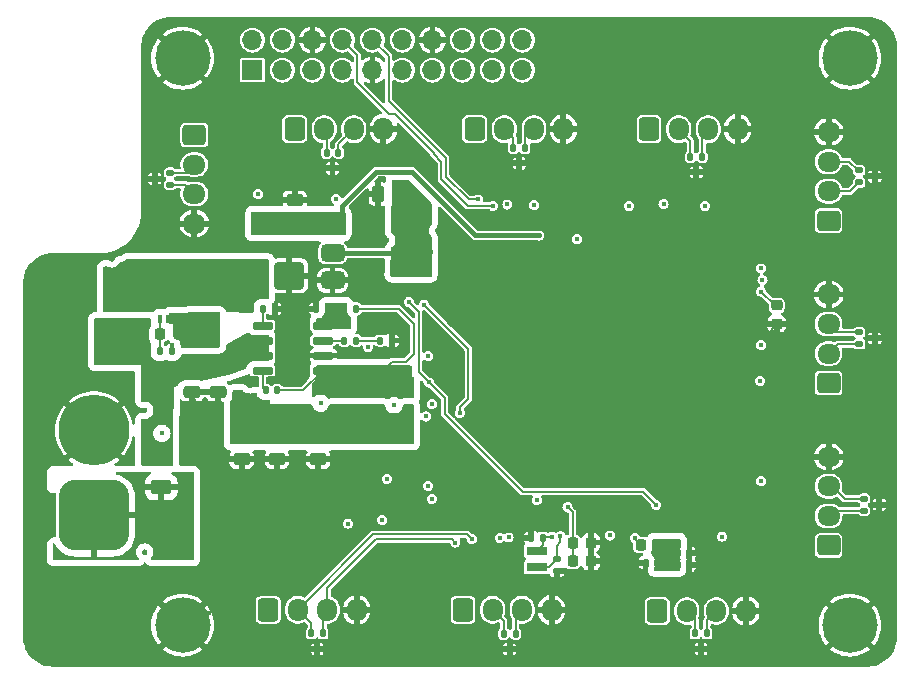
<source format=gbr>
%TF.GenerationSoftware,KiCad,Pcbnew,8.0.7*%
%TF.CreationDate,2025-02-10T20:26:25+01:00*%
%TF.ProjectId,test1,74657374-312e-46b6-9963-61645f706362,rev?*%
%TF.SameCoordinates,Original*%
%TF.FileFunction,Copper,L4,Bot*%
%TF.FilePolarity,Positive*%
%FSLAX46Y46*%
G04 Gerber Fmt 4.6, Leading zero omitted, Abs format (unit mm)*
G04 Created by KiCad (PCBNEW 8.0.7) date 2025-02-10 20:26:25*
%MOMM*%
%LPD*%
G01*
G04 APERTURE LIST*
G04 Aperture macros list*
%AMRoundRect*
0 Rectangle with rounded corners*
0 $1 Rounding radius*
0 $2 $3 $4 $5 $6 $7 $8 $9 X,Y pos of 4 corners*
0 Add a 4 corners polygon primitive as box body*
4,1,4,$2,$3,$4,$5,$6,$7,$8,$9,$2,$3,0*
0 Add four circle primitives for the rounded corners*
1,1,$1+$1,$2,$3*
1,1,$1+$1,$4,$5*
1,1,$1+$1,$6,$7*
1,1,$1+$1,$8,$9*
0 Add four rect primitives between the rounded corners*
20,1,$1+$1,$2,$3,$4,$5,0*
20,1,$1+$1,$4,$5,$6,$7,0*
20,1,$1+$1,$6,$7,$8,$9,0*
20,1,$1+$1,$8,$9,$2,$3,0*%
G04 Aperture macros list end*
%TA.AperFunction,SMDPad,CuDef*%
%ADD10R,1.800000X0.800000*%
%TD*%
%TA.AperFunction,ComponentPad*%
%ADD11RoundRect,0.250000X-0.600000X-0.725000X0.600000X-0.725000X0.600000X0.725000X-0.600000X0.725000X0*%
%TD*%
%TA.AperFunction,ComponentPad*%
%ADD12O,1.700000X1.950000*%
%TD*%
%TA.AperFunction,ComponentPad*%
%ADD13C,2.540000*%
%TD*%
%TA.AperFunction,ComponentPad*%
%ADD14RoundRect,0.250000X-0.725000X0.600000X-0.725000X-0.600000X0.725000X-0.600000X0.725000X0.600000X0*%
%TD*%
%TA.AperFunction,ComponentPad*%
%ADD15O,1.950000X1.700000*%
%TD*%
%TA.AperFunction,SMDPad,CuDef*%
%ADD16RoundRect,0.140000X-0.170000X0.140000X-0.170000X-0.140000X0.170000X-0.140000X0.170000X0.140000X0*%
%TD*%
%TA.AperFunction,ComponentPad*%
%ADD17RoundRect,0.250000X0.725000X-0.600000X0.725000X0.600000X-0.725000X0.600000X-0.725000X-0.600000X0*%
%TD*%
%TA.AperFunction,ComponentPad*%
%ADD18C,4.700000*%
%TD*%
%TA.AperFunction,ComponentPad*%
%ADD19RoundRect,1.500000X1.500000X-1.500000X1.500000X1.500000X-1.500000X1.500000X-1.500000X-1.500000X0*%
%TD*%
%TA.AperFunction,ComponentPad*%
%ADD20C,6.000000*%
%TD*%
%TA.AperFunction,SMDPad,CuDef*%
%ADD21R,0.420000X0.660000*%
%TD*%
%TA.AperFunction,SMDPad,CuDef*%
%ADD22R,0.545000X0.570000*%
%TD*%
%TA.AperFunction,SMDPad,CuDef*%
%ADD23R,0.420000X0.470000*%
%TD*%
%TA.AperFunction,SMDPad,CuDef*%
%ADD24R,2.370000X1.830000*%
%TD*%
%TA.AperFunction,SMDPad,CuDef*%
%ADD25RoundRect,0.140000X-0.140000X-0.170000X0.140000X-0.170000X0.140000X0.170000X-0.140000X0.170000X0*%
%TD*%
%TA.AperFunction,SMDPad,CuDef*%
%ADD26RoundRect,0.250000X-0.475000X0.250000X-0.475000X-0.250000X0.475000X-0.250000X0.475000X0.250000X0*%
%TD*%
%TA.AperFunction,SMDPad,CuDef*%
%ADD27RoundRect,0.135000X0.135000X0.185000X-0.135000X0.185000X-0.135000X-0.185000X0.135000X-0.185000X0*%
%TD*%
%TA.AperFunction,SMDPad,CuDef*%
%ADD28R,5.600000X1.505000*%
%TD*%
%TA.AperFunction,SMDPad,CuDef*%
%ADD29RoundRect,0.125000X-0.125000X0.175000X-0.125000X-0.175000X0.125000X-0.175000X0.125000X0.175000X0*%
%TD*%
%TA.AperFunction,SMDPad,CuDef*%
%ADD30RoundRect,0.250000X0.625000X-0.375000X0.625000X0.375000X-0.625000X0.375000X-0.625000X-0.375000X0*%
%TD*%
%TA.AperFunction,SMDPad,CuDef*%
%ADD31RoundRect,0.218750X-0.218750X-0.256250X0.218750X-0.256250X0.218750X0.256250X-0.218750X0.256250X0*%
%TD*%
%TA.AperFunction,SMDPad,CuDef*%
%ADD32RoundRect,0.250000X0.475000X-0.250000X0.475000X0.250000X-0.475000X0.250000X-0.475000X-0.250000X0*%
%TD*%
%TA.AperFunction,SMDPad,CuDef*%
%ADD33RoundRect,0.250000X1.000000X0.900000X-1.000000X0.900000X-1.000000X-0.900000X1.000000X-0.900000X0*%
%TD*%
%TA.AperFunction,SMDPad,CuDef*%
%ADD34RoundRect,0.225000X-0.250000X0.225000X-0.250000X-0.225000X0.250000X-0.225000X0.250000X0.225000X0*%
%TD*%
%TA.AperFunction,SMDPad,CuDef*%
%ADD35RoundRect,0.135000X-0.135000X-0.185000X0.135000X-0.185000X0.135000X0.185000X-0.135000X0.185000X0*%
%TD*%
%TA.AperFunction,SMDPad,CuDef*%
%ADD36RoundRect,0.140000X0.140000X0.170000X-0.140000X0.170000X-0.140000X-0.170000X0.140000X-0.170000X0*%
%TD*%
%TA.AperFunction,SMDPad,CuDef*%
%ADD37RoundRect,0.125000X-0.175000X-0.125000X0.175000X-0.125000X0.175000X0.125000X-0.175000X0.125000X0*%
%TD*%
%TA.AperFunction,SMDPad,CuDef*%
%ADD38RoundRect,0.375000X-0.625000X-0.375000X0.625000X-0.375000X0.625000X0.375000X-0.625000X0.375000X0*%
%TD*%
%TA.AperFunction,SMDPad,CuDef*%
%ADD39RoundRect,0.500000X-0.500000X-1.400000X0.500000X-1.400000X0.500000X1.400000X-0.500000X1.400000X0*%
%TD*%
%TA.AperFunction,SMDPad,CuDef*%
%ADD40RoundRect,0.225000X-0.225000X-0.250000X0.225000X-0.250000X0.225000X0.250000X-0.225000X0.250000X0*%
%TD*%
%TA.AperFunction,SMDPad,CuDef*%
%ADD41RoundRect,0.125000X0.175000X0.125000X-0.175000X0.125000X-0.175000X-0.125000X0.175000X-0.125000X0*%
%TD*%
%TA.AperFunction,SMDPad,CuDef*%
%ADD42RoundRect,0.150000X-0.737500X-0.150000X0.737500X-0.150000X0.737500X0.150000X-0.737500X0.150000X0*%
%TD*%
%TA.AperFunction,HeatsinkPad*%
%ADD43R,2.950000X4.900000*%
%TD*%
%TA.AperFunction,ComponentPad*%
%ADD44R,1.700000X1.700000*%
%TD*%
%TA.AperFunction,ComponentPad*%
%ADD45O,1.700000X1.700000*%
%TD*%
%TA.AperFunction,SMDPad,CuDef*%
%ADD46RoundRect,0.250000X0.250000X0.475000X-0.250000X0.475000X-0.250000X-0.475000X0.250000X-0.475000X0*%
%TD*%
%TA.AperFunction,SMDPad,CuDef*%
%ADD47RoundRect,0.218750X0.218750X0.256250X-0.218750X0.256250X-0.218750X-0.256250X0.218750X-0.256250X0*%
%TD*%
%TA.AperFunction,ViaPad*%
%ADD48C,0.450000*%
%TD*%
%TA.AperFunction,Conductor*%
%ADD49C,0.200000*%
%TD*%
%TA.AperFunction,Conductor*%
%ADD50C,0.400000*%
%TD*%
%TA.AperFunction,Conductor*%
%ADD51C,0.300000*%
%TD*%
G04 APERTURE END LIST*
D10*
%TO.P,L2,2*%
%TO.N,+3.3V*%
X84000000Y-97100000D03*
%TO.P,L2,1*%
%TO.N,Net-(U1-VLXSMPS)*%
X84000000Y-95700000D03*
%TD*%
D11*
%TO.P,UART10,1,Pin_1*%
%TO.N,VBUS*%
X61250000Y-100700000D03*
D12*
%TO.P,UART10,2,Pin_2*%
%TO.N,/STM32H735/TX10*%
X63750000Y-100700000D03*
%TO.P,UART10,3,Pin_3*%
%TO.N,/STM32H735/RX10*%
X66250000Y-100700000D03*
%TO.P,UART10,4,Pin_4*%
%TO.N,GND*%
X68750000Y-100700000D03*
%TD*%
D13*
%TO.P,ARU1,1,1*%
%TO.N,+BATT*%
X49100000Y-77550000D03*
%TO.P,ARU1,2,2*%
%TO.N,Net-(D10-A2)*%
X49100000Y-74050000D03*
%TD*%
D14*
%TO.P,UART2,1,Pin_1*%
%TO.N,VBUS*%
X55000000Y-60500000D03*
D15*
%TO.P,UART2,2,Pin_2*%
%TO.N,/STM32H735/TX2*%
X55000000Y-63000000D03*
%TO.P,UART2,3,Pin_3*%
%TO.N,/STM32H735/RX2*%
X55000000Y-65500000D03*
%TO.P,UART2,4,Pin_4*%
%TO.N,GND*%
X55000000Y-68000000D03*
%TD*%
D16*
%TO.P,C46,1*%
%TO.N,+3.3V*%
X85700000Y-96420000D03*
%TO.P,C46,2*%
%TO.N,GND*%
X85700000Y-97380000D03*
%TD*%
D17*
%TO.P,UART1,1,Pin_1*%
%TO.N,VBUS*%
X108700000Y-67750000D03*
D15*
%TO.P,UART1,2,Pin_2*%
%TO.N,/STM32H735/TX1*%
X108700000Y-65250000D03*
%TO.P,UART1,3,Pin_3*%
%TO.N,/STM32H735/RX1*%
X108700000Y-62750000D03*
%TO.P,UART1,4,Pin_4*%
%TO.N,GND*%
X108700000Y-60250000D03*
%TD*%
D17*
%TO.P,UART5,1,Pin_1*%
%TO.N,VBUS*%
X108700000Y-81500000D03*
D15*
%TO.P,UART5,2,Pin_2*%
%TO.N,/STM32H735/TX5*%
X108700000Y-79000000D03*
%TO.P,UART5,3,Pin_3*%
%TO.N,/STM32H735/RX5*%
X108700000Y-76500000D03*
%TO.P,UART5,4,Pin_4*%
%TO.N,GND*%
X108700000Y-74000000D03*
%TD*%
D18*
%TO.P,H4,1,1*%
%TO.N,GND*%
X110500000Y-54000000D03*
%TD*%
%TO.P,H2,1,1*%
%TO.N,GND*%
X54000000Y-102000000D03*
%TD*%
D17*
%TO.P,UART3,1,Pin_1*%
%TO.N,VBUS*%
X108700000Y-95250000D03*
D15*
%TO.P,UART3,2,Pin_2*%
%TO.N,/STM32H735/TX3*%
X108700000Y-92750000D03*
%TO.P,UART3,3,Pin_3*%
%TO.N,/STM32H735/RX3*%
X108700000Y-90250000D03*
%TO.P,UART3,4,Pin_4*%
%TO.N,GND*%
X108700000Y-87750000D03*
%TD*%
D18*
%TO.P,H3,1,1*%
%TO.N,GND*%
X110500000Y-102000000D03*
%TD*%
D11*
%TO.P,UART4,1,Pin_1*%
%TO.N,VBUS*%
X77750000Y-100700000D03*
D12*
%TO.P,UART4,2,Pin_2*%
%TO.N,/STM32H735/TX4*%
X80250000Y-100700000D03*
%TO.P,UART4,3,Pin_3*%
%TO.N,/STM32H735/RX4*%
X82750000Y-100700000D03*
%TO.P,UART4,4,Pin_4*%
%TO.N,GND*%
X85250000Y-100700000D03*
%TD*%
D11*
%TO.P,LIDAR1,1,Pin_1*%
%TO.N,VBUS*%
X93500000Y-60000000D03*
D12*
%TO.P,LIDAR1,2,Pin_2*%
%TO.N,/STM32H735/TX_Lidar*%
X96000000Y-60000000D03*
%TO.P,LIDAR1,3,Pin_3*%
%TO.N,/STM32H735/RX_Lidar*%
X98500000Y-60000000D03*
%TO.P,LIDAR1,4,Pin_4*%
%TO.N,GND*%
X101000000Y-60000000D03*
%TD*%
D11*
%TO.P,UART8,1,Pin_1*%
%TO.N,VBUS*%
X78750000Y-60000000D03*
D12*
%TO.P,UART8,2,Pin_2*%
%TO.N,/STM32H735/TX8*%
X81250000Y-60000000D03*
%TO.P,UART8,3,Pin_3*%
%TO.N,/STM32H735/RX8*%
X83750000Y-60000000D03*
%TO.P,UART8,4,Pin_4*%
%TO.N,GND*%
X86250000Y-60000000D03*
%TD*%
D11*
%TO.P,UART6,1,Pin_1*%
%TO.N,VBUS*%
X63500000Y-60000000D03*
D12*
%TO.P,UART6,2,Pin_2*%
%TO.N,/STM32H735/TX6*%
X66000000Y-60000000D03*
%TO.P,UART6,3,Pin_3*%
%TO.N,/STM32H735/RX6*%
X68500000Y-60000000D03*
%TO.P,UART6,4,Pin_4*%
%TO.N,GND*%
X71000000Y-60000000D03*
%TD*%
D19*
%TO.P,BT1,1,+*%
%TO.N,Net-(BT1-+)*%
X46500000Y-92700000D03*
D20*
%TO.P,BT1,2,-*%
%TO.N,GND*%
X46500000Y-85500000D03*
%TD*%
D18*
%TO.P,H1,1,1*%
%TO.N,GND*%
X54000000Y-54000000D03*
%TD*%
D11*
%TO.P,UART7,1,Pin_1*%
%TO.N,VBUS*%
X94200000Y-100800000D03*
D12*
%TO.P,UART7,2,Pin_2*%
%TO.N,/STM32H735/TX7*%
X96700000Y-100800000D03*
%TO.P,UART7,3,Pin_3*%
%TO.N,/STM32H735/RX7*%
X99200000Y-100800000D03*
%TO.P,UART7,4,Pin_4*%
%TO.N,GND*%
X101700000Y-100800000D03*
%TD*%
D21*
%TO.P,Q1,1,G*%
%TO.N,Net-(D11-A)*%
X52125000Y-76070000D03*
D22*
%TO.P,Q1,2,D*%
%TO.N,Net-(D10-A2)*%
X51642500Y-74315000D03*
D23*
X52125000Y-72985000D03*
X52775000Y-72985000D03*
D24*
X53100000Y-74135000D03*
D23*
X53425000Y-72985000D03*
X54075000Y-72985000D03*
D22*
X54557500Y-74315000D03*
D21*
%TO.P,Q1,3,S*%
%TO.N,VBUS*%
X52775000Y-76070000D03*
X53425000Y-76070000D03*
X54075000Y-76070000D03*
%TD*%
D25*
%TO.P,C3,1*%
%TO.N,Net-(C3-Pad1)*%
X70752500Y-77900000D03*
%TO.P,C3,2*%
%TO.N,GND*%
X71712500Y-77900000D03*
%TD*%
D26*
%TO.P,C6,1*%
%TO.N,+5V*%
X65500000Y-86050000D03*
%TO.P,C6,2*%
%TO.N,GND*%
X65500000Y-87950000D03*
%TD*%
D25*
%TO.P,C36,1*%
%TO.N,+3.3VA*%
X95920000Y-95900000D03*
%TO.P,C36,2*%
%TO.N,GND*%
X96880000Y-95900000D03*
%TD*%
D27*
%TO.P,R6,1*%
%TO.N,Net-(U3-FB)*%
X66312500Y-75200000D03*
%TO.P,R6,2*%
%TO.N,GND*%
X65292500Y-75200000D03*
%TD*%
D26*
%TO.P,C8,1*%
%TO.N,+5V*%
X62000000Y-86050000D03*
%TO.P,C8,2*%
%TO.N,GND*%
X62000000Y-87950000D03*
%TD*%
D28*
%TO.P,L1,1*%
%TO.N,Net-(U3-SW)*%
X70600000Y-80800000D03*
%TO.P,L1,2*%
%TO.N,+5V*%
X70600000Y-84805000D03*
%TD*%
D29*
%TO.P,D6,1,K1*%
%TO.N,/STM32H735/TX6*%
X66200000Y-62000000D03*
%TO.P,D6,2,K2*%
%TO.N,/STM32H735/RX6*%
X67200000Y-62000000D03*
%TO.P,D6,3,A*%
%TO.N,GND*%
X66700000Y-63300000D03*
%TD*%
D30*
%TO.P,F1,1*%
%TO.N,Net-(BT1-+)*%
X52200000Y-90300000D03*
%TO.P,F1,2*%
%TO.N,+BATT*%
X52200000Y-87500000D03*
%TD*%
D31*
%TO.P,L3,1*%
%TO.N,+3.3V*%
X92800000Y-95200000D03*
%TO.P,L3,2*%
%TO.N,+3.3VA*%
X94375000Y-95200000D03*
%TD*%
D32*
%TO.P,C9,1*%
%TO.N,+5V*%
X63500000Y-67900000D03*
%TO.P,C9,2*%
%TO.N,GND*%
X63500000Y-66000000D03*
%TD*%
D33*
%TO.P,D10,1,A1*%
%TO.N,GND*%
X63050000Y-72400000D03*
%TO.P,D10,2,A2*%
%TO.N,Net-(D10-A2)*%
X58750000Y-72400000D03*
%TD*%
D34*
%TO.P,C48,1*%
%TO.N,Net-(C42-Pad1)*%
X104300000Y-74925000D03*
%TO.P,C48,2*%
%TO.N,GND*%
X104300000Y-76475000D03*
%TD*%
D35*
%TO.P,R3,1*%
%TO.N,Net-(U3-COMP)*%
X67690000Y-77900000D03*
%TO.P,R3,2*%
%TO.N,Net-(C3-Pad1)*%
X68710000Y-77900000D03*
%TD*%
D36*
%TO.P,C34,1*%
%TO.N,+3.3VA*%
X94180000Y-96700000D03*
%TO.P,C34,2*%
%TO.N,GND*%
X93220000Y-96700000D03*
%TD*%
D37*
%TO.P,D1,1,K1*%
%TO.N,/STM32H735/TX1*%
X111300000Y-64500000D03*
%TO.P,D1,2,K2*%
%TO.N,/STM32H735/RX1*%
X111300000Y-63500000D03*
%TO.P,D1,3,A*%
%TO.N,GND*%
X112600000Y-64000000D03*
%TD*%
D29*
%TO.P,D8,1,K1*%
%TO.N,/STM32H735/TX8*%
X82000000Y-61600000D03*
%TO.P,D8,2,K2*%
%TO.N,/STM32H735/RX8*%
X83000000Y-61600000D03*
%TO.P,D8,3,A*%
%TO.N,GND*%
X82500000Y-62900000D03*
%TD*%
D38*
%TO.P,U4,1,GND*%
%TO.N,GND*%
X66700000Y-72800000D03*
%TO.P,U4,2,VO*%
%TO.N,+3.3V*%
X66700000Y-70500000D03*
D39*
X73000000Y-70500000D03*
D38*
%TO.P,U4,3,VI*%
%TO.N,+5V*%
X66700000Y-68200000D03*
%TD*%
D26*
%TO.P,C4,1*%
%TO.N,+5V*%
X59000000Y-86050000D03*
%TO.P,C4,2*%
%TO.N,GND*%
X59000000Y-87950000D03*
%TD*%
D40*
%TO.P,C47,1*%
%TO.N,+3.3V*%
X87025000Y-95000000D03*
%TO.P,C47,2*%
%TO.N,GND*%
X88575000Y-95000000D03*
%TD*%
D25*
%TO.P,C35,1*%
%TO.N,+3.3VA*%
X95920000Y-96900000D03*
%TO.P,C35,2*%
%TO.N,GND*%
X96880000Y-96900000D03*
%TD*%
D26*
%TO.P,C7,1*%
%TO.N,+BATT*%
X54800000Y-80350000D03*
%TO.P,C7,2*%
%TO.N,GND*%
X54800000Y-82250000D03*
%TD*%
D41*
%TO.P,D5,1,K1*%
%TO.N,/STM32H735/TX2*%
X52950000Y-63700000D03*
%TO.P,D5,2,K2*%
%TO.N,/STM32H735/RX2*%
X52950000Y-64700000D03*
%TO.P,D5,3,A*%
%TO.N,GND*%
X51650000Y-64200000D03*
%TD*%
D35*
%TO.P,R2,1*%
%TO.N,Net-(U3-RT{slash}CLK)*%
X60790000Y-75200000D03*
%TO.P,R2,2*%
%TO.N,GND*%
X61810000Y-75200000D03*
%TD*%
D29*
%TO.P,D9,1,K1*%
%TO.N,/STM32H735/TX_Lidar*%
X97000000Y-62350000D03*
%TO.P,D9,2,K2*%
%TO.N,/STM32H735/RX_Lidar*%
X98000000Y-62350000D03*
%TO.P,D9,3,A*%
%TO.N,GND*%
X97500000Y-63650000D03*
%TD*%
D42*
%TO.P,U3,1,BST*%
%TO.N,Net-(U3-BST)*%
X60775000Y-80440000D03*
%TO.P,U3,2,VIN*%
%TO.N,+BATT*%
X60775000Y-79170000D03*
%TO.P,U3,3,EN*%
X60775000Y-77900000D03*
%TO.P,U3,4,RT/CLK*%
%TO.N,Net-(U3-RT{slash}CLK)*%
X60775000Y-76630000D03*
%TO.P,U3,5,FB*%
%TO.N,Net-(U3-FB)*%
X65900000Y-76630000D03*
%TO.P,U3,6,COMP*%
%TO.N,Net-(U3-COMP)*%
X65900000Y-77900000D03*
%TO.P,U3,7,GND*%
%TO.N,GND*%
X65900000Y-79170000D03*
%TO.P,U3,8,SW*%
%TO.N,Net-(U3-SW)*%
X65900000Y-80440000D03*
D43*
%TO.P,U3,9,EPad*%
%TO.N,GND*%
X63337500Y-78535000D03*
%TD*%
D29*
%TO.P,D7,1,K1*%
%TO.N,/STM32H735/TX7*%
X97400000Y-102700000D03*
%TO.P,D7,2,K2*%
%TO.N,/STM32H735/RX7*%
X98400000Y-102700000D03*
%TO.P,D7,3,A*%
%TO.N,GND*%
X97900000Y-104000000D03*
%TD*%
D27*
%TO.P,R5,1*%
%TO.N,Net-(U3-SW)*%
X68712500Y-75200000D03*
%TO.P,R5,2*%
%TO.N,Net-(U3-FB)*%
X67692500Y-75200000D03*
%TD*%
D25*
%TO.P,C5,1*%
%TO.N,Net-(U3-BST)*%
X61052500Y-82100000D03*
%TO.P,C5,2*%
%TO.N,Net-(U3-SW)*%
X62012500Y-82100000D03*
%TD*%
%TO.P,C11,1*%
%TO.N,GND*%
X83520000Y-94600000D03*
%TO.P,C11,2*%
%TO.N,Net-(U1-VLXSMPS)*%
X84480000Y-94600000D03*
%TD*%
D44*
%TO.P,J3,1,Pin_1*%
%TO.N,unconnected-(J3-Pin_1-Pad1)*%
X59920000Y-55000000D03*
D45*
%TO.P,J3,2,Pin_2*%
%TO.N,+5V*%
X59920000Y-52460000D03*
%TO.P,J3,3,Pin_3*%
%TO.N,unconnected-(J3-Pin_3-Pad3)*%
X62460000Y-55000000D03*
%TO.P,J3,4,Pin_4*%
%TO.N,+5V*%
X62460000Y-52460000D03*
%TO.P,J3,5,Pin_5*%
%TO.N,unconnected-(J3-Pin_5-Pad5)*%
X65000000Y-55000000D03*
%TO.P,J3,6,Pin_6*%
%TO.N,GND*%
X65000000Y-52460000D03*
%TO.P,J3,7,Pin_7*%
%TO.N,unconnected-(J3-Pin_7-Pad7)*%
X67540000Y-55000000D03*
%TO.P,J3,8,Pin_8*%
%TO.N,/GPIO14_TXD*%
X67540000Y-52460000D03*
%TO.P,J3,9,Pin_9*%
%TO.N,GND*%
X70080000Y-55000000D03*
%TO.P,J3,10,Pin_10*%
%TO.N,/GPIO15_RXD*%
X70080000Y-52460000D03*
%TO.P,J3,11,Pin_11*%
%TO.N,unconnected-(J3-Pin_11-Pad11)*%
X72620000Y-55000000D03*
%TO.P,J3,12,Pin_12*%
%TO.N,unconnected-(J3-Pin_12-Pad12)*%
X72620000Y-52460000D03*
%TO.P,J3,13,Pin_13*%
%TO.N,unconnected-(J3-Pin_13-Pad13)*%
X75160000Y-55000000D03*
%TO.P,J3,14,Pin_14*%
%TO.N,GND*%
X75160000Y-52460000D03*
%TO.P,J3,15,Pin_15*%
%TO.N,unconnected-(J3-Pin_15-Pad15)*%
X77700000Y-55000000D03*
%TO.P,J3,16,Pin_16*%
%TO.N,unconnected-(J3-Pin_16-Pad16)*%
X77700000Y-52460000D03*
%TO.P,J3,17,Pin_17*%
%TO.N,unconnected-(J3-Pin_17-Pad17)*%
X80240000Y-55000000D03*
%TO.P,J3,18,Pin_18*%
%TO.N,unconnected-(J3-Pin_18-Pad18)*%
X80240000Y-52460000D03*
%TO.P,J3,19,Pin_19*%
%TO.N,unconnected-(J3-Pin_19-Pad19)*%
X82780000Y-55000000D03*
%TO.P,J3,20,Pin_20*%
%TO.N,unconnected-(J3-Pin_20-Pad20)*%
X82780000Y-52460000D03*
%TD*%
D35*
%TO.P,R1,1*%
%TO.N,Net-(D11-A)*%
X52090000Y-78800000D03*
%TO.P,R1,2*%
%TO.N,GND*%
X53110000Y-78800000D03*
%TD*%
D46*
%TO.P,C10,1*%
%TO.N,+3.3V*%
X72450000Y-65500000D03*
%TO.P,C10,2*%
%TO.N,GND*%
X70550000Y-65500000D03*
%TD*%
D40*
%TO.P,C49,1*%
%TO.N,+3.3V*%
X87025000Y-96600000D03*
%TO.P,C49,2*%
%TO.N,GND*%
X88575000Y-96600000D03*
%TD*%
D47*
%TO.P,D11,1,K*%
%TO.N,VBUS*%
X53675000Y-77370000D03*
%TO.P,D11,2,A*%
%TO.N,Net-(D11-A)*%
X52100000Y-77370000D03*
%TD*%
D37*
%TO.P,D2,1,K1*%
%TO.N,/STM32H735/TX3*%
X111700000Y-92300000D03*
%TO.P,D2,2,K2*%
%TO.N,/STM32H735/RX3*%
X111700000Y-91300000D03*
%TO.P,D2,3,A*%
%TO.N,GND*%
X113000000Y-91800000D03*
%TD*%
D29*
%TO.P,D22,1,K1*%
%TO.N,/STM32H735/TX4*%
X81200000Y-102725000D03*
%TO.P,D22,2,K2*%
%TO.N,/STM32H735/RX4*%
X82200000Y-102725000D03*
%TO.P,D22,3,A*%
%TO.N,GND*%
X81700000Y-104025000D03*
%TD*%
D37*
%TO.P,D4,1,K1*%
%TO.N,/STM32H735/TX5*%
X111300000Y-78200000D03*
%TO.P,D4,2,K2*%
%TO.N,/STM32H735/RX5*%
X111300000Y-77200000D03*
%TO.P,D4,3,A*%
%TO.N,GND*%
X112600000Y-77700000D03*
%TD*%
D29*
%TO.P,D3,1,K1*%
%TO.N,/STM32H735/TX10*%
X64900000Y-102700000D03*
%TO.P,D3,2,K2*%
%TO.N,/STM32H735/RX10*%
X65900000Y-102700000D03*
%TO.P,D3,3,A*%
%TO.N,GND*%
X65400000Y-104000000D03*
%TD*%
D26*
%TO.P,C2,1*%
%TO.N,+BATT*%
X57000000Y-80350000D03*
%TO.P,C2,2*%
%TO.N,GND*%
X57000000Y-82250000D03*
%TD*%
D48*
%TO.N,+3.3V*%
X86000000Y-94457537D03*
X84000000Y-91400000D03*
%TO.N,GND*%
X71300000Y-69400000D03*
X105300000Y-78500000D03*
X105900000Y-71500000D03*
X106200000Y-73100000D03*
%TO.N,+3.3V*%
X74800000Y-71700000D03*
X73500000Y-68100000D03*
%TO.N,GND*%
X82600000Y-96000000D03*
X61500000Y-63500000D03*
X41000000Y-97300000D03*
X50500000Y-68500000D03*
X92250000Y-51000000D03*
X101250000Y-68000000D03*
X58250000Y-51000000D03*
X88000000Y-85800000D03*
X69250000Y-51000000D03*
X41000000Y-80000000D03*
X79000000Y-70800000D03*
X91000000Y-70800000D03*
X74250000Y-73750000D03*
X113963933Y-103023124D03*
X114000000Y-100000000D03*
X114000000Y-79000000D03*
X85000000Y-85800000D03*
X73000000Y-57000000D03*
X88000000Y-88800000D03*
X64250000Y-51000000D03*
X114000000Y-101000000D03*
X78250000Y-51000000D03*
X95000000Y-105000000D03*
X89000000Y-105000000D03*
X81500000Y-64750000D03*
X105000000Y-51000000D03*
X100400000Y-91200000D03*
X61000000Y-105000000D03*
X42000000Y-105000000D03*
X99000000Y-63000000D03*
X85000000Y-105000000D03*
X57000000Y-63500000D03*
X97000000Y-73800000D03*
X83700000Y-92000000D03*
X105500000Y-83000000D03*
X63400000Y-80400000D03*
X87500000Y-100750000D03*
X50750000Y-57500000D03*
X91000000Y-82800000D03*
X88300000Y-69000000D03*
X84900000Y-69100000D03*
X114000000Y-104000000D03*
X111500000Y-73750000D03*
X75250000Y-51000000D03*
X75000000Y-105000000D03*
X41000000Y-101000000D03*
X50750000Y-52750000D03*
X82000000Y-85800000D03*
X50750000Y-58500000D03*
X112750000Y-105000000D03*
X85000000Y-82800000D03*
X94000000Y-70800000D03*
X62000000Y-105000000D03*
X52000000Y-105000000D03*
X88000000Y-76800000D03*
X57000000Y-60500000D03*
X88250000Y-51000000D03*
X84700000Y-65000000D03*
X114000000Y-59000000D03*
X109000000Y-51000000D03*
X74600000Y-95800000D03*
X114000000Y-97000000D03*
X114000000Y-61000000D03*
X112000000Y-105000000D03*
X106000000Y-105000000D03*
X52250000Y-85750000D03*
X114000000Y-82000000D03*
X106750000Y-101250000D03*
X111000000Y-105000000D03*
X114000000Y-91000000D03*
X41000000Y-95000000D03*
X77250000Y-51000000D03*
X57250000Y-51000000D03*
X80800000Y-92000000D03*
X69000000Y-105000000D03*
X114000000Y-102000000D03*
X100000000Y-73800000D03*
X63800000Y-95800000D03*
X91000000Y-105000000D03*
X50750000Y-55500000D03*
X88000000Y-70800000D03*
X46000000Y-105000000D03*
X90000000Y-105000000D03*
X73250000Y-51000000D03*
X114000000Y-88000000D03*
X94000000Y-88800000D03*
X94300000Y-69000000D03*
X97000000Y-82800000D03*
X60000000Y-88000000D03*
X41000000Y-95800000D03*
X71900000Y-83400000D03*
X96000000Y-105000000D03*
X79000000Y-82800000D03*
X71250000Y-51000000D03*
X72000000Y-105000000D03*
X108000000Y-51000000D03*
X42750000Y-71000000D03*
X75400000Y-92600000D03*
X50750000Y-67500000D03*
X66000000Y-105000000D03*
X114000000Y-67000000D03*
X114000000Y-55000000D03*
X87250000Y-51000000D03*
X79000000Y-73800000D03*
X41000000Y-102000000D03*
X41000000Y-96600000D03*
X109000000Y-105000000D03*
X114000000Y-99000000D03*
X44000000Y-71000000D03*
X98000000Y-105000000D03*
X41000000Y-93000000D03*
X41000000Y-87000000D03*
X114000000Y-65000000D03*
X50750000Y-66500000D03*
X114000000Y-70000000D03*
X90000000Y-54000000D03*
X100400000Y-78700000D03*
X114000000Y-96000000D03*
X77956849Y-57008585D03*
X86800000Y-66400000D03*
X101250000Y-51000000D03*
X102000000Y-105000000D03*
X49853626Y-69392319D03*
X101250000Y-93000000D03*
X74000000Y-99000000D03*
X91000000Y-73800000D03*
X41000000Y-84000000D03*
X76000000Y-105000000D03*
X41000000Y-78000000D03*
X94000000Y-82800000D03*
X55250000Y-51000000D03*
X45000000Y-71000000D03*
X59700000Y-81700000D03*
X100500000Y-73300000D03*
X74313752Y-85965088D03*
X61500000Y-56250000D03*
X100000000Y-85800000D03*
X114000000Y-62000000D03*
X103300000Y-76400000D03*
X114000000Y-53000000D03*
X50800000Y-83800000D03*
X102000000Y-54000000D03*
X97000000Y-88800000D03*
X66250000Y-51000000D03*
X111500000Y-66500000D03*
X98250000Y-58500000D03*
X80300000Y-65000000D03*
X102000000Y-51000000D03*
X114000000Y-54000000D03*
X61250000Y-51000000D03*
X110750000Y-69750000D03*
X50750000Y-63500000D03*
X113979128Y-63005550D03*
X55750000Y-91000000D03*
X78600000Y-95800000D03*
X94000000Y-76800000D03*
X41000000Y-88000000D03*
X105000000Y-54000000D03*
X114000000Y-64000000D03*
X75600000Y-68600000D03*
X97000000Y-79800000D03*
X46000000Y-71000000D03*
X47000000Y-105000000D03*
X76250000Y-51000000D03*
X63000000Y-105000000D03*
X41000000Y-90000000D03*
X114000000Y-95000000D03*
X82000000Y-82800000D03*
X41000000Y-99000000D03*
X114000000Y-85000000D03*
X99000000Y-54000000D03*
X44000000Y-105000000D03*
X91000000Y-91800000D03*
X83000000Y-105000000D03*
X67200000Y-95800000D03*
X63400000Y-77700000D03*
X114000000Y-58000000D03*
X114000000Y-93000000D03*
X105500000Y-90750000D03*
X86750000Y-55750000D03*
X114000000Y-77000000D03*
X96250000Y-51000000D03*
X89250000Y-51000000D03*
X111000000Y-51000000D03*
X60250000Y-51000000D03*
X93700000Y-64800000D03*
X111500000Y-60250000D03*
X79000000Y-105000000D03*
X88000000Y-79800000D03*
X114000000Y-75000000D03*
X97000000Y-76800000D03*
X78000000Y-105000000D03*
X85000000Y-73800000D03*
X77000000Y-105000000D03*
X41000000Y-104000000D03*
X83250000Y-51000000D03*
X103900000Y-77200000D03*
X85000000Y-79800000D03*
X114000000Y-84000000D03*
X41000000Y-98000000D03*
X82000000Y-88800000D03*
X88000000Y-73800000D03*
X93000000Y-105000000D03*
X41000000Y-75000000D03*
X69000000Y-63500000D03*
X100000000Y-70800000D03*
X110000000Y-51000000D03*
X48000000Y-71000000D03*
X88000000Y-82800000D03*
X41000000Y-91000000D03*
X80250000Y-51000000D03*
X45000000Y-105000000D03*
X114000000Y-66000000D03*
X91000000Y-85800000D03*
X86000000Y-105000000D03*
X94000000Y-79800000D03*
X85250000Y-51000000D03*
X77597728Y-78954985D03*
X96000000Y-63000000D03*
X105500000Y-87000000D03*
X100000000Y-55750000D03*
X99250000Y-51000000D03*
X50750000Y-64500000D03*
X91250000Y-51000000D03*
X41000000Y-81000000D03*
X75000000Y-60000000D03*
X100300000Y-90300000D03*
X100000000Y-98250000D03*
X89700000Y-91600000D03*
X90250000Y-51000000D03*
X114000000Y-73000000D03*
X103000000Y-105000000D03*
X73250000Y-101000000D03*
X71000000Y-105000000D03*
X84100000Y-62900000D03*
X104500000Y-66500000D03*
X48000000Y-105000000D03*
X93000000Y-54000000D03*
X103000000Y-51000000D03*
X50750000Y-65500000D03*
X55000000Y-83000000D03*
X114000000Y-81000000D03*
X79000000Y-85800000D03*
X97000000Y-70800000D03*
X41000000Y-73000000D03*
X100000000Y-79800000D03*
X92000000Y-58500000D03*
X53250000Y-51000000D03*
X94000000Y-85800000D03*
X59500000Y-101000000D03*
X107000000Y-51000000D03*
X105000000Y-69750000D03*
X92000000Y-105000000D03*
X111250000Y-98250000D03*
X50750000Y-56500000D03*
X47000000Y-71000000D03*
X59250000Y-51000000D03*
X110000000Y-57000000D03*
X103000000Y-85500000D03*
X114000000Y-90000000D03*
X53000000Y-105000000D03*
X100000000Y-76800000D03*
X41000000Y-103000000D03*
X94000000Y-105000000D03*
X70750000Y-56750000D03*
X52250000Y-51000000D03*
X86250000Y-51000000D03*
X74250000Y-51000000D03*
X114000000Y-86000000D03*
X97250000Y-51000000D03*
X70250000Y-51000000D03*
X79000000Y-91800000D03*
X81000000Y-105000000D03*
X58000000Y-105000000D03*
X41000000Y-100000000D03*
X41000000Y-83200000D03*
X48750000Y-70500000D03*
X114000000Y-94000000D03*
X85000000Y-88800000D03*
X102200000Y-60000000D03*
X107750000Y-98250000D03*
X114000000Y-74000000D03*
X43000000Y-105000000D03*
X54000000Y-105000000D03*
X100250000Y-51000000D03*
X65700000Y-83200000D03*
X114000000Y-80000000D03*
X50750000Y-54500000D03*
X110000000Y-105000000D03*
X108000000Y-105000000D03*
X105000000Y-60000000D03*
X41250000Y-72000000D03*
X56250000Y-101000000D03*
X82000000Y-105000000D03*
X114000000Y-56000000D03*
X114000000Y-57000000D03*
X91000000Y-88800000D03*
X57000000Y-56200000D03*
X41000000Y-77000000D03*
X71000000Y-95800000D03*
X101000000Y-105000000D03*
X41750000Y-71250000D03*
X114000000Y-83000000D03*
X95250000Y-51000000D03*
X77200000Y-95800000D03*
X65000000Y-63500000D03*
X59000000Y-105000000D03*
X57000000Y-98500000D03*
X105000000Y-57000000D03*
X112000000Y-51000000D03*
X65000000Y-105000000D03*
X114000000Y-68000000D03*
X65250000Y-51000000D03*
X100000000Y-91800000D03*
X82250000Y-51000000D03*
X84800000Y-91800000D03*
X87000000Y-54000000D03*
X77585637Y-81880975D03*
X60000000Y-105000000D03*
X55800000Y-95800000D03*
X104800000Y-79700000D03*
X104000000Y-51000000D03*
X53100000Y-78300000D03*
X104000000Y-105000000D03*
X63400000Y-77100000D03*
X51000000Y-105000000D03*
X99000000Y-105000000D03*
X96000000Y-54000000D03*
X94000000Y-73800000D03*
X82000000Y-76800000D03*
X41000000Y-82400000D03*
X63400000Y-78300000D03*
X91000000Y-79800000D03*
X79000000Y-79800000D03*
X111500000Y-84000000D03*
X70750000Y-101000000D03*
X91400000Y-69000000D03*
X102000000Y-63000000D03*
X100000000Y-88800000D03*
X100000000Y-82800000D03*
X114000000Y-60000000D03*
X77600000Y-89900000D03*
X113500000Y-51500000D03*
X105800000Y-74000000D03*
X50000000Y-105000000D03*
X57000000Y-105000000D03*
X89000000Y-62900000D03*
X72900000Y-78500000D03*
X50750000Y-53500000D03*
X72250000Y-51000000D03*
X106000000Y-51000000D03*
X63400000Y-76500000D03*
X96700000Y-91800000D03*
X56000000Y-88000000D03*
X50750000Y-62500000D03*
X76000000Y-101000000D03*
X82000000Y-79800000D03*
X50750000Y-61500000D03*
X41000000Y-81700000D03*
X89750000Y-64500000D03*
X85000000Y-70800000D03*
X49000000Y-105000000D03*
X63250000Y-51000000D03*
X90000000Y-57000000D03*
X113000000Y-51000000D03*
X88000000Y-105000000D03*
X41000000Y-86000000D03*
X68250000Y-51000000D03*
X61500000Y-60500000D03*
X62250000Y-51000000D03*
X105000000Y-105000000D03*
X114000000Y-76000000D03*
X100000000Y-105000000D03*
X41000000Y-79000000D03*
X91000000Y-76800000D03*
X50800000Y-95800000D03*
X107000000Y-105000000D03*
X62600000Y-75600000D03*
X114000000Y-71000000D03*
X41000000Y-76000000D03*
X67000000Y-105000000D03*
X41000000Y-74000000D03*
X100500000Y-72200000D03*
X93250000Y-51000000D03*
X113750000Y-52250000D03*
X51250000Y-51561916D03*
X87000000Y-63000000D03*
X97000000Y-105000000D03*
X80000000Y-105000000D03*
X41000000Y-94000000D03*
X91500000Y-95000000D03*
X54250000Y-51000000D03*
X114000000Y-92000000D03*
X113500000Y-104500000D03*
X74000000Y-105000000D03*
X107000000Y-76250000D03*
X77600000Y-71700000D03*
X84250000Y-51000000D03*
X103750000Y-98250000D03*
X79250000Y-51000000D03*
X114000000Y-72000000D03*
X114000000Y-87000000D03*
X90000000Y-100750000D03*
X56250000Y-51000000D03*
X92250000Y-100750000D03*
X79000000Y-88800000D03*
X109000000Y-84750000D03*
X55750000Y-85250000D03*
X82000000Y-91800000D03*
X82000000Y-70800000D03*
X94250000Y-51000000D03*
X88000000Y-91800000D03*
X79000000Y-76800000D03*
X50750000Y-60500000D03*
X64000000Y-105000000D03*
X60200000Y-95800000D03*
X82000000Y-73800000D03*
X68000000Y-105000000D03*
X41000000Y-92000000D03*
X97000000Y-98250000D03*
X114000000Y-78000000D03*
X56000000Y-105000000D03*
X50750000Y-59500000D03*
X55000000Y-105000000D03*
X73500000Y-62800000D03*
X68200000Y-78800000D03*
X107000000Y-72250000D03*
X105000000Y-63000000D03*
X77500000Y-70200000D03*
X67250000Y-51000000D03*
X81250000Y-51000000D03*
X85000000Y-76800000D03*
X41000000Y-85000000D03*
X100400000Y-81800000D03*
X97000000Y-85800000D03*
X103750000Y-94750000D03*
X63400000Y-79000000D03*
X88700000Y-97500000D03*
X97800000Y-69000000D03*
X41000000Y-89000000D03*
X63400000Y-79700000D03*
X114000000Y-98000000D03*
X73000000Y-105000000D03*
X114000000Y-69000000D03*
X114000000Y-89000000D03*
X98250000Y-51000000D03*
X70000000Y-105000000D03*
X84000000Y-105000000D03*
X93000000Y-63000000D03*
%TO.N,VBUS*%
X55675000Y-76970000D03*
X55675000Y-75970000D03*
X55175000Y-75970000D03*
X55275000Y-77470000D03*
X55775000Y-77470000D03*
X55175000Y-76970000D03*
X55675000Y-76470000D03*
X55175000Y-76470000D03*
X54775000Y-77470000D03*
%TO.N,+5V*%
X60000000Y-83000000D03*
X58500000Y-83000000D03*
X60000000Y-82500000D03*
X84200000Y-69000000D03*
X59000000Y-83000000D03*
X59500000Y-83000000D03*
X59500000Y-82500000D03*
X60800000Y-68400000D03*
X59500000Y-83500000D03*
X60400000Y-65500000D03*
X58500000Y-82500000D03*
X60000000Y-84000000D03*
X59000000Y-82500000D03*
X60000000Y-83500000D03*
X59500000Y-84000000D03*
X60800000Y-67700000D03*
%TO.N,+3.3V*%
X86596616Y-92005973D03*
X73900000Y-65800000D03*
X70900000Y-93100000D03*
X75000000Y-70400000D03*
X69700000Y-78425000D03*
X74800000Y-79232500D03*
X74300000Y-68100000D03*
X68000000Y-93400000D03*
X81600000Y-94567500D03*
X94725000Y-66350000D03*
X92302011Y-94596496D03*
X74800000Y-90200000D03*
X102900000Y-81300000D03*
X91800000Y-66500000D03*
X90200000Y-94400000D03*
X74615574Y-84325000D03*
X99700000Y-94500000D03*
X81500000Y-66377255D03*
X72600000Y-68100000D03*
X103000000Y-71800000D03*
X103100000Y-72800000D03*
X75100000Y-83300000D03*
X83775000Y-66450000D03*
X71300000Y-89600000D03*
X98240400Y-66487493D03*
X103000000Y-89800000D03*
X80862482Y-94612482D03*
X87400000Y-69300000D03*
X75100000Y-91300000D03*
X67000000Y-65900000D03*
X103000000Y-78300000D03*
%TO.N,/STM32H735/NRST*%
X73147537Y-74610001D03*
X74850000Y-81450000D03*
X94100000Y-91800000D03*
%TO.N,+3.3VA*%
X95700000Y-95200000D03*
%TO.N,Net-(C42-Pad1)*%
X103000000Y-73750000D03*
%TO.N,/STM32H735/TX10*%
X78500000Y-94700000D03*
%TO.N,/STM32H735/RX10*%
X77100000Y-95000000D03*
%TO.N,/GPIO14_TXD*%
X80275000Y-66482692D03*
%TO.N,/GPIO15_RXD*%
X79000000Y-65957648D03*
%TO.N,/STM32H735/SWO*%
X77466955Y-84007777D03*
X74450000Y-74850000D03*
%TO.N,Net-(U1-VLXSMPS)*%
X85300000Y-94500000D03*
%TD*%
D49*
%TO.N,Net-(U1-VLXSMPS)*%
X84480000Y-94600000D02*
X84480000Y-95220000D01*
X84480000Y-95220000D02*
X84000000Y-95700000D01*
%TO.N,+3.3V*%
X85020000Y-97100000D02*
X85700000Y-96420000D01*
X84000000Y-97100000D02*
X85020000Y-97100000D01*
D50*
%TO.N,+5V*%
X78800000Y-69000000D02*
X84200000Y-69000000D01*
X73400000Y-63600000D02*
X78800000Y-69000000D01*
X67500000Y-66500000D02*
X70400000Y-63600000D01*
X70400000Y-63600000D02*
X73400000Y-63600000D01*
X67500000Y-67400000D02*
X67500000Y-66500000D01*
X66700000Y-68200000D02*
X67500000Y-67400000D01*
D49*
%TO.N,/STM32H735/NRST*%
X93000000Y-90700000D02*
X94100000Y-91800000D01*
X76200000Y-84100000D02*
X82800000Y-90700000D01*
X74000000Y-80600000D02*
X76200000Y-82800000D01*
X74000000Y-75462464D02*
X74000000Y-80600000D01*
X76200000Y-82800000D02*
X76200000Y-84100000D01*
X82800000Y-90700000D02*
X93000000Y-90700000D01*
X73147537Y-74610001D02*
X74000000Y-75462464D01*
%TO.N,GND*%
X83520000Y-92180000D02*
X83700000Y-92000000D01*
X83520000Y-94600000D02*
X83520000Y-92180000D01*
%TO.N,Net-(U1-VLXSMPS)*%
X84580000Y-94500000D02*
X84480000Y-94600000D01*
X85300000Y-94500000D02*
X84580000Y-94500000D01*
X85200000Y-94600000D02*
X85300000Y-94500000D01*
%TO.N,+3.3V*%
X86000000Y-94980000D02*
X86000000Y-94500000D01*
X85700000Y-95280000D02*
X86000000Y-94980000D01*
X85700000Y-96420000D02*
X85700000Y-95280000D01*
%TO.N,GND*%
X62600000Y-75600000D02*
X62200000Y-75200000D01*
X53100000Y-78790000D02*
X53110000Y-78800000D01*
X62600000Y-75600000D02*
X62600000Y-75600000D01*
X103900000Y-76875000D02*
X104300000Y-76475000D01*
X62200000Y-75200000D02*
X61897500Y-75200000D01*
X53100000Y-78300000D02*
X53100000Y-78790000D01*
X103900000Y-77200000D02*
X103900000Y-76875000D01*
%TO.N,Net-(C3-Pad1)*%
X70665000Y-77900000D02*
X68797500Y-77900000D01*
%TO.N,Net-(U3-SW)*%
X62100000Y-82100000D02*
X64240000Y-82100000D01*
X70600000Y-80800000D02*
X71700000Y-79700000D01*
X72900000Y-79700000D02*
X73600000Y-79000000D01*
X64240000Y-82100000D02*
X65900000Y-80440000D01*
X73600000Y-76500000D02*
X72300000Y-75200000D01*
X71700000Y-79700000D02*
X72900000Y-79700000D01*
X73600000Y-79000000D02*
X73600000Y-76500000D01*
X72300000Y-75200000D02*
X68800000Y-75200000D01*
%TO.N,Net-(U3-BST)*%
X60775000Y-80440000D02*
X60775000Y-81910000D01*
X60775000Y-81910000D02*
X60965000Y-82100000D01*
D50*
%TO.N,+3.3V*%
X66700000Y-70500000D02*
X73000000Y-70500000D01*
D49*
X92800000Y-95200000D02*
X92300000Y-94700000D01*
X87025000Y-95000000D02*
X87025000Y-92434357D01*
X87025000Y-92434357D02*
X86596616Y-92005973D01*
X92300000Y-94700000D02*
X92300000Y-94600000D01*
X87025000Y-96600000D02*
X87025000Y-95000000D01*
D51*
%TO.N,+3.3VA*%
X94562500Y-95362500D02*
X94400000Y-95200000D01*
D49*
%TO.N,Net-(C42-Pad1)*%
X104175000Y-74925000D02*
X103000000Y-73750000D01*
X104300000Y-74925000D02*
X104175000Y-74925000D01*
%TO.N,/STM32H735/RX1*%
X111200000Y-63500000D02*
X110450000Y-62750000D01*
X111300000Y-63500000D02*
X111200000Y-63500000D01*
X110450000Y-62750000D02*
X108700000Y-62750000D01*
%TO.N,/STM32H735/TX1*%
X108700000Y-65250000D02*
X110550000Y-65250000D01*
X110550000Y-65250000D02*
X111300000Y-64500000D01*
%TO.N,/STM32H735/RX3*%
X110050000Y-91300000D02*
X109000000Y-90250000D01*
X111700000Y-91300000D02*
X110050000Y-91300000D01*
%TO.N,/STM32H735/TX3*%
X111700000Y-92300000D02*
X109450000Y-92300000D01*
X109450000Y-92300000D02*
X109000000Y-92750000D01*
%TO.N,/STM32H735/TX10*%
X64900000Y-102700000D02*
X64900000Y-101850000D01*
X70150000Y-94300000D02*
X63750000Y-100700000D01*
X78500000Y-94700000D02*
X78100000Y-94300000D01*
X78100000Y-94300000D02*
X70150000Y-94300000D01*
X64900000Y-101850000D02*
X63750000Y-100700000D01*
%TO.N,/STM32H735/RX10*%
X65900000Y-101050000D02*
X66250000Y-100700000D01*
X70415686Y-94700000D02*
X76800000Y-94700000D01*
X66250000Y-98865686D02*
X70415686Y-94700000D01*
X65900000Y-102700000D02*
X65900000Y-101050000D01*
X76800000Y-94700000D02*
X77100000Y-95000000D01*
X66250000Y-100700000D02*
X66250000Y-98865686D01*
%TO.N,/STM32H735/RX5*%
X109400000Y-77200000D02*
X108700000Y-76500000D01*
X111300000Y-77200000D02*
X109400000Y-77200000D01*
%TO.N,/STM32H735/TX5*%
X109500000Y-78200000D02*
X108700000Y-79000000D01*
X111300000Y-78200000D02*
X109500000Y-78200000D01*
%TO.N,/STM32H735/TX2*%
X52950000Y-63700000D02*
X54300000Y-63700000D01*
X54300000Y-63700000D02*
X55000000Y-63000000D01*
%TO.N,/STM32H735/RX2*%
X54200000Y-64700000D02*
X55000000Y-65500000D01*
X52950000Y-64700000D02*
X54200000Y-64700000D01*
%TO.N,/STM32H735/RX6*%
X67200000Y-61300000D02*
X68500000Y-60000000D01*
X67200000Y-62000000D02*
X67200000Y-61300000D01*
%TO.N,/STM32H735/TX6*%
X66200000Y-62000000D02*
X66200000Y-60200000D01*
X66200000Y-60200000D02*
X66000000Y-60000000D01*
%TO.N,/STM32H735/TX7*%
X97400000Y-101500000D02*
X96700000Y-100800000D01*
X96700000Y-100800000D02*
X96875000Y-100625000D01*
X97400000Y-102700000D02*
X97400000Y-101500000D01*
%TO.N,/STM32H735/RX7*%
X98400000Y-102700000D02*
X98400000Y-101600000D01*
X98400000Y-101600000D02*
X99200000Y-100800000D01*
%TO.N,/STM32H735/TX8*%
X82000000Y-60750000D02*
X81250000Y-60000000D01*
X82000000Y-61600000D02*
X82000000Y-60750000D01*
X81250000Y-60000000D02*
X81250000Y-59600000D01*
%TO.N,/STM32H735/RX8*%
X83000000Y-60350000D02*
X83750000Y-59600000D01*
X83000000Y-61600000D02*
X83000000Y-60350000D01*
%TO.N,/STM32H735/TX_Lidar*%
X97000000Y-61000000D02*
X96000000Y-60000000D01*
X97000000Y-62350000D02*
X97000000Y-61000000D01*
X96480000Y-59570000D02*
X95750000Y-60300000D01*
%TO.N,/STM32H735/RX_Lidar*%
X98000000Y-60500000D02*
X98500000Y-60000000D01*
X98000000Y-62350000D02*
X98000000Y-60500000D01*
%TO.N,Net-(D11-A)*%
X52100000Y-77370000D02*
X52100000Y-78790000D01*
X52100000Y-77857500D02*
X52100000Y-76095000D01*
X52100000Y-78790000D02*
X52090000Y-78800000D01*
%TO.N,/STM32H735/TX4*%
X81200000Y-102725000D02*
X81200000Y-101650000D01*
X81200000Y-101650000D02*
X80250000Y-100700000D01*
%TO.N,/STM32H735/RX4*%
X82200000Y-101250000D02*
X82750000Y-100700000D01*
X82200000Y-102725000D02*
X82200000Y-101250000D01*
%TO.N,/GPIO14_TXD*%
X75900000Y-64208149D02*
X75900000Y-62750000D01*
X75250000Y-62100000D02*
X75250000Y-62000000D01*
X71975000Y-58725000D02*
X71475000Y-58725000D01*
X75250000Y-62000000D02*
X71975000Y-58725000D01*
X80274956Y-66482648D02*
X78174499Y-66482648D01*
X68800000Y-53720000D02*
X67540000Y-52460000D01*
X78174499Y-66482648D02*
X75900000Y-64208149D01*
X71475000Y-58725000D02*
X68800000Y-56050000D01*
X75900000Y-62750000D02*
X75250000Y-62100000D01*
X68800000Y-56050000D02*
X68800000Y-53720000D01*
X80275000Y-66482692D02*
X80274956Y-66482648D01*
%TO.N,/GPIO15_RXD*%
X76300000Y-62434314D02*
X71470000Y-57604314D01*
X79000000Y-65957648D02*
X78215185Y-65957648D01*
X71470000Y-53850000D02*
X70080000Y-52460000D01*
X71470000Y-57604314D02*
X71470000Y-53850000D01*
X76300000Y-64042463D02*
X76300000Y-62434314D01*
X78215185Y-65957648D02*
X76300000Y-64042463D01*
%TO.N,/STM32H735/SWO*%
X78200000Y-82833910D02*
X77466955Y-83566955D01*
X77466955Y-83566955D02*
X77466955Y-84007777D01*
X78200000Y-78600000D02*
X78200000Y-82833910D01*
X74450000Y-74850000D02*
X78200000Y-78600000D01*
%TO.N,Net-(U3-RT{slash}CLK)*%
X60775000Y-75272500D02*
X60702500Y-75200000D01*
X60775000Y-76630000D02*
X60775000Y-75272500D01*
%TO.N,Net-(U3-COMP)*%
X67602500Y-77900000D02*
X65900000Y-77900000D01*
%TO.N,Net-(U3-FB)*%
X65900000Y-76200000D02*
X66400000Y-75700000D01*
X66400000Y-75700000D02*
X66400000Y-75200000D01*
X66400000Y-75200000D02*
X67605000Y-75200000D01*
X65900000Y-76630000D02*
X65900000Y-76200000D01*
%TD*%
%TA.AperFunction,Conductor*%
%TO.N,GND*%
G36*
X50835385Y-95582593D02*
G01*
X50862437Y-95588768D01*
X50882872Y-95595918D01*
X50907888Y-95607965D01*
X50926213Y-95619480D01*
X50947919Y-95636791D01*
X50963207Y-95652079D01*
X50980520Y-95673788D01*
X50992035Y-95692114D01*
X51004082Y-95717131D01*
X51011226Y-95737547D01*
X51017405Y-95764619D01*
X51019827Y-95786115D01*
X51019828Y-95813879D01*
X51018373Y-95826795D01*
X51018370Y-95826816D01*
X51017402Y-95835396D01*
X51011227Y-95862445D01*
X51004082Y-95882866D01*
X50992034Y-95907886D01*
X50979220Y-95928280D01*
X50964983Y-95946802D01*
X50961714Y-95950312D01*
X50949627Y-95963767D01*
X50915881Y-96016279D01*
X50905305Y-96032736D01*
X50905176Y-96032936D01*
X50852372Y-96078691D01*
X50783213Y-96088635D01*
X50719657Y-96059610D01*
X50701596Y-96040211D01*
X50639338Y-95957045D01*
X50633635Y-95948741D01*
X50607961Y-95907880D01*
X50595920Y-95882876D01*
X50588772Y-95862450D01*
X50582592Y-95835374D01*
X50580170Y-95813872D01*
X50580170Y-95786121D01*
X50582592Y-95764619D01*
X50588769Y-95737554D01*
X50595921Y-95717115D01*
X50607963Y-95692114D01*
X50619481Y-95673782D01*
X50636784Y-95652085D01*
X50652085Y-95636784D01*
X50673784Y-95619480D01*
X50692116Y-95607961D01*
X50717115Y-95595921D01*
X50737554Y-95588769D01*
X50764622Y-95582592D01*
X50786124Y-95580170D01*
X50813872Y-95580170D01*
X50835385Y-95582593D01*
G37*
%TD.AperFunction*%
%TA.AperFunction,Conductor*%
G36*
X49907771Y-85986879D02*
G01*
X49965794Y-86025804D01*
X49993562Y-86089919D01*
X49994500Y-86105145D01*
X49994500Y-88370500D01*
X49974815Y-88437539D01*
X49922011Y-88483294D01*
X49870500Y-88494500D01*
X48448990Y-88494500D01*
X48431007Y-88494820D01*
X48423362Y-88495093D01*
X48422117Y-88495138D01*
X48422113Y-88495138D01*
X48422091Y-88495139D01*
X48404105Y-88496103D01*
X48404093Y-88496105D01*
X48381348Y-88501053D01*
X48311657Y-88496067D01*
X48255724Y-88454194D01*
X48231309Y-88388729D01*
X48246162Y-88320456D01*
X48291066Y-88273635D01*
X48354622Y-88235395D01*
X48354632Y-88235388D01*
X48639504Y-88018836D01*
X48652742Y-88006294D01*
X47904669Y-87258221D01*
X47986711Y-87195269D01*
X48195269Y-86986711D01*
X48258222Y-86904669D01*
X49003556Y-87650003D01*
X49130972Y-87500000D01*
X49130975Y-87499994D01*
X49331781Y-87203827D01*
X49499393Y-86887677D01*
X49499402Y-86887659D01*
X49631850Y-86555239D01*
X49631852Y-86555232D01*
X49727578Y-86210457D01*
X49727580Y-86210449D01*
X49748133Y-86085084D01*
X49778404Y-86022112D01*
X49837915Y-85985503D01*
X49907771Y-85986879D01*
G37*
%TD.AperFunction*%
%TA.AperFunction,Conductor*%
G36*
X74505703Y-75331120D02*
G01*
X74512181Y-75337152D01*
X77863181Y-78688152D01*
X77896666Y-78749475D01*
X77899500Y-78775833D01*
X77899500Y-82658077D01*
X77879815Y-82725116D01*
X77863181Y-82745758D01*
X77226496Y-83382442D01*
X77226490Y-83382450D01*
X77186937Y-83450959D01*
X77186934Y-83450964D01*
X77166455Y-83527394D01*
X77166455Y-83655166D01*
X77146770Y-83722205D01*
X77130136Y-83742847D01*
X77118431Y-83754551D01*
X77118428Y-83754555D01*
X77057234Y-83874655D01*
X77036151Y-84007774D01*
X77036151Y-84007779D01*
X77057234Y-84140898D01*
X77057235Y-84140901D01*
X77057236Y-84140903D01*
X77108369Y-84241257D01*
X77121265Y-84309926D01*
X77094988Y-84374666D01*
X77037882Y-84414923D01*
X76968076Y-84417915D01*
X76910203Y-84385232D01*
X76536819Y-84011848D01*
X76503334Y-83950525D01*
X76500500Y-83924167D01*
X76500500Y-82760439D01*
X76500500Y-82760438D01*
X76480021Y-82684011D01*
X76479361Y-82682868D01*
X76440464Y-82615495D01*
X76440458Y-82615487D01*
X75310391Y-81485420D01*
X75276906Y-81424097D01*
X75275599Y-81417136D01*
X75259720Y-81316878D01*
X75259719Y-81316876D01*
X75259719Y-81316874D01*
X75198528Y-81196780D01*
X75198526Y-81196778D01*
X75198523Y-81196774D01*
X75103225Y-81101476D01*
X75103221Y-81101473D01*
X75103220Y-81101472D01*
X74983126Y-81040281D01*
X74983124Y-81040280D01*
X74983121Y-81040279D01*
X74882862Y-81024400D01*
X74819727Y-80994471D01*
X74814579Y-80989608D01*
X74336819Y-80511848D01*
X74303334Y-80450525D01*
X74300500Y-80424167D01*
X74300500Y-79634111D01*
X74320185Y-79567072D01*
X74372989Y-79521317D01*
X74442147Y-79511373D01*
X74505703Y-79540398D01*
X74512181Y-79546430D01*
X74546774Y-79581023D01*
X74546778Y-79581026D01*
X74546780Y-79581028D01*
X74666874Y-79642219D01*
X74666876Y-79642219D01*
X74666878Y-79642220D01*
X74799998Y-79663304D01*
X74800000Y-79663304D01*
X74800002Y-79663304D01*
X74933121Y-79642220D01*
X74933121Y-79642219D01*
X74933126Y-79642219D01*
X75053220Y-79581028D01*
X75148528Y-79485720D01*
X75209719Y-79365626D01*
X75216079Y-79325471D01*
X75230804Y-79232502D01*
X75230804Y-79232497D01*
X75209720Y-79099378D01*
X75209719Y-79099376D01*
X75209719Y-79099374D01*
X75148528Y-78979280D01*
X75148526Y-78979278D01*
X75148523Y-78979274D01*
X75053225Y-78883976D01*
X75053221Y-78883973D01*
X75053220Y-78883972D01*
X74933126Y-78822781D01*
X74933124Y-78822780D01*
X74933121Y-78822779D01*
X74800002Y-78801696D01*
X74799998Y-78801696D01*
X74666878Y-78822779D01*
X74546778Y-78883973D01*
X74546774Y-78883976D01*
X74512181Y-78918570D01*
X74450858Y-78952055D01*
X74381166Y-78947071D01*
X74325233Y-78905199D01*
X74300816Y-78839735D01*
X74300500Y-78830889D01*
X74300500Y-75424833D01*
X74320185Y-75357794D01*
X74372989Y-75312039D01*
X74442147Y-75302095D01*
X74505703Y-75331120D01*
G37*
%TD.AperFunction*%
%TA.AperFunction,Conductor*%
G36*
X59715916Y-80760384D02*
G01*
X59740052Y-80789749D01*
X59742332Y-80788122D01*
X59748302Y-80796484D01*
X59831014Y-80879196D01*
X59831015Y-80879196D01*
X59831017Y-80879198D01*
X59936107Y-80930573D01*
X59970173Y-80935536D01*
X60004239Y-80940500D01*
X60004240Y-80940500D01*
X60350500Y-80940500D01*
X60417539Y-80960185D01*
X60463294Y-81012989D01*
X60474500Y-81064500D01*
X60474500Y-81691179D01*
X60454815Y-81758218D01*
X60402011Y-81803973D01*
X60332853Y-81813917D01*
X60314356Y-81809794D01*
X60307184Y-81807608D01*
X60307178Y-81807607D01*
X60259776Y-81800297D01*
X60164977Y-81785679D01*
X60164974Y-81785679D01*
X60164973Y-81785679D01*
X60022365Y-81804700D01*
X59955141Y-81823696D01*
X59955119Y-81823703D01*
X59955108Y-81823707D01*
X59823641Y-81882135D01*
X59807881Y-81892037D01*
X59782871Y-81904080D01*
X59762447Y-81911227D01*
X59735373Y-81917406D01*
X59713884Y-81919827D01*
X59686121Y-81919827D01*
X59664616Y-81917404D01*
X59637550Y-81911227D01*
X59621263Y-81905528D01*
X59617131Y-81904082D01*
X59592114Y-81892035D01*
X59573788Y-81880520D01*
X59552079Y-81863207D01*
X59482426Y-81793554D01*
X59478888Y-81789867D01*
X59471474Y-81781815D01*
X59468162Y-81778912D01*
X59462221Y-81773349D01*
X59456244Y-81767372D01*
X59454118Y-81765742D01*
X59452277Y-81764075D01*
X59366311Y-81694434D01*
X59356350Y-81689885D01*
X59265794Y-81648528D01*
X59235435Y-81634663D01*
X59168390Y-81614976D01*
X59106320Y-81606052D01*
X59025973Y-81594500D01*
X58349499Y-81594500D01*
X58349490Y-81594500D01*
X58242048Y-81606052D01*
X58242038Y-81606054D01*
X58190536Y-81617258D01*
X58087994Y-81651387D01*
X58058717Y-81670202D01*
X57991677Y-81689885D01*
X57924638Y-81670199D01*
X57892876Y-81640811D01*
X57867566Y-81607435D01*
X57790666Y-81549120D01*
X57749142Y-81492927D01*
X57744591Y-81423206D01*
X57778456Y-81362092D01*
X57839496Y-81329093D01*
X57995025Y-81295612D01*
X57995026Y-81295611D01*
X57995048Y-81295607D01*
X58021893Y-81289056D01*
X58034967Y-81285484D01*
X58061420Y-81277473D01*
X59462292Y-80811077D01*
X59462337Y-80811061D01*
X59462363Y-80811053D01*
X59469097Y-80808757D01*
X59469127Y-80808746D01*
X59469196Y-80808723D01*
X59472528Y-80807560D01*
X59479203Y-80805177D01*
X59582254Y-80749861D01*
X59650628Y-80735499D01*
X59715916Y-80760384D01*
G37*
%TD.AperFunction*%
%TA.AperFunction,Conductor*%
G36*
X52793487Y-77846935D02*
G01*
X52836027Y-77873664D01*
X52931652Y-77965463D01*
X52935063Y-77968299D01*
X52933815Y-77969799D01*
X52971861Y-78018567D01*
X52978233Y-78088145D01*
X52945977Y-78150124D01*
X52897521Y-78181248D01*
X52769442Y-78226065D01*
X52769440Y-78226066D01*
X52663933Y-78303935D01*
X52632495Y-78346531D01*
X52576847Y-78388781D01*
X52507190Y-78394237D01*
X52445642Y-78361168D01*
X52445046Y-78360576D01*
X52436819Y-78352349D01*
X52403334Y-78291026D01*
X52400500Y-78264668D01*
X52400500Y-78131118D01*
X52420185Y-78064079D01*
X52468201Y-78020635D01*
X52568251Y-77969658D01*
X52662158Y-77875751D01*
X52662159Y-77875748D01*
X52662472Y-77875436D01*
X52723795Y-77841951D01*
X52793487Y-77846935D01*
G37*
%TD.AperFunction*%
%TA.AperFunction,Conductor*%
G36*
X71202668Y-64020185D02*
G01*
X71248423Y-64072989D01*
X71258367Y-64142147D01*
X71247802Y-64177350D01*
X71233344Y-64208035D01*
X71233342Y-64208040D01*
X71233342Y-64208041D01*
X71218033Y-64257973D01*
X71212859Y-64274847D01*
X71190007Y-64421381D01*
X71188818Y-64421195D01*
X71165558Y-64481347D01*
X71109126Y-64522544D01*
X71039379Y-64526692D01*
X71021699Y-64521206D01*
X70931443Y-64485613D01*
X70843054Y-64475000D01*
X70800000Y-64475000D01*
X70800000Y-66525000D01*
X70843054Y-66525000D01*
X70931445Y-66514385D01*
X70995146Y-66489265D01*
X71064733Y-66482983D01*
X71126669Y-66515319D01*
X71161291Y-66576008D01*
X71164628Y-66606095D01*
X71139890Y-68684134D01*
X71139890Y-68684140D01*
X71151313Y-68797182D01*
X71151313Y-68797183D01*
X71163035Y-68851297D01*
X71163041Y-68851317D01*
X71199425Y-68958952D01*
X71199429Y-68958961D01*
X71278442Y-69079194D01*
X71278450Y-69079204D01*
X71324732Y-69131529D01*
X71324742Y-69131539D01*
X71437804Y-69227508D01*
X71437627Y-69227716D01*
X71446172Y-69235044D01*
X71463207Y-69252079D01*
X71480520Y-69273788D01*
X71492035Y-69292114D01*
X71504082Y-69317131D01*
X71511226Y-69337547D01*
X71517405Y-69364619D01*
X71519827Y-69386116D01*
X71519827Y-69413882D01*
X71517405Y-69435378D01*
X71511227Y-69462448D01*
X71504083Y-69482865D01*
X71492035Y-69507884D01*
X71480520Y-69526210D01*
X71463207Y-69547919D01*
X71447917Y-69563209D01*
X71426218Y-69580515D01*
X71417444Y-69586028D01*
X71417444Y-69586029D01*
X71332908Y-69652682D01*
X71332897Y-69652692D01*
X71295372Y-69689396D01*
X71226871Y-69772432D01*
X71165552Y-69902579D01*
X71165551Y-69902580D01*
X71145506Y-69967953D01*
X71145131Y-69969123D01*
X71145068Y-69969382D01*
X71145068Y-69969385D01*
X71141134Y-69994606D01*
X71111357Y-70057811D01*
X71052135Y-70094884D01*
X71018616Y-70099500D01*
X68010854Y-70099500D01*
X67943815Y-70079815D01*
X67898060Y-70027011D01*
X67887915Y-69991687D01*
X67887815Y-69990932D01*
X67885687Y-69974764D01*
X67827698Y-69834767D01*
X67735451Y-69714549D01*
X67735449Y-69714548D01*
X67735449Y-69714547D01*
X67734748Y-69714009D01*
X67734128Y-69713534D01*
X67733295Y-69712393D01*
X67729704Y-69708802D01*
X67730263Y-69708242D01*
X67692924Y-69657109D01*
X67688767Y-69587363D01*
X67722977Y-69526442D01*
X67783253Y-69493991D01*
X67783454Y-69493947D01*
X67783456Y-69493947D01*
X67834967Y-69482741D01*
X67869197Y-69471347D01*
X67937497Y-69448616D01*
X67937501Y-69448613D01*
X67937504Y-69448613D01*
X68058543Y-69370825D01*
X68111347Y-69325070D01*
X68205567Y-69216336D01*
X68265338Y-69085459D01*
X68285023Y-69018420D01*
X68285024Y-69018416D01*
X68305500Y-68876000D01*
X68305500Y-67124000D01*
X68293947Y-67016544D01*
X68282741Y-66965033D01*
X68272448Y-66934108D01*
X68248616Y-66862502D01*
X68248613Y-66862496D01*
X68207501Y-66798526D01*
X68170825Y-66741457D01*
X68170181Y-66740714D01*
X68125075Y-66688658D01*
X68125072Y-66688655D01*
X68125070Y-66688653D01*
X68100265Y-66667159D01*
X68093212Y-66661047D01*
X68055439Y-66602268D01*
X68055441Y-66532398D01*
X68086734Y-66479657D01*
X68548338Y-66018053D01*
X69750000Y-66018053D01*
X69760613Y-66106443D01*
X69816079Y-66247095D01*
X69907435Y-66367564D01*
X70027904Y-66458920D01*
X70168556Y-66514386D01*
X70256946Y-66525000D01*
X70300000Y-66525000D01*
X70300000Y-65750000D01*
X69750000Y-65750000D01*
X69750000Y-66018053D01*
X68548338Y-66018053D01*
X69538320Y-65028072D01*
X69599642Y-64994588D01*
X69669334Y-64999572D01*
X69725267Y-65041444D01*
X69749684Y-65106908D01*
X69750000Y-65115754D01*
X69750000Y-65250000D01*
X70300000Y-65250000D01*
X70300000Y-64475000D01*
X70283377Y-64458377D01*
X70249892Y-64397054D01*
X70254876Y-64327362D01*
X70283375Y-64283017D01*
X70529574Y-64036819D01*
X70590897Y-64003334D01*
X70617255Y-64000500D01*
X71135629Y-64000500D01*
X71202668Y-64020185D01*
G37*
%TD.AperFunction*%
%TA.AperFunction,Conductor*%
G36*
X70330000Y-56123185D02*
G01*
X70396058Y-56110838D01*
X70594792Y-56033849D01*
X70594798Y-56033846D01*
X70775997Y-55921653D01*
X70775999Y-55921651D01*
X70933498Y-55778072D01*
X70946545Y-55760795D01*
X71002654Y-55719159D01*
X71072366Y-55714466D01*
X71133548Y-55748208D01*
X71166776Y-55809671D01*
X71169500Y-55835521D01*
X71169500Y-57643878D01*
X71178073Y-57675873D01*
X71176410Y-57745723D01*
X71137247Y-57803585D01*
X71073018Y-57831088D01*
X71004116Y-57819501D01*
X70970617Y-57795646D01*
X69385148Y-56210177D01*
X69351663Y-56148854D01*
X69356647Y-56079162D01*
X69398519Y-56023229D01*
X69463983Y-55998812D01*
X69532256Y-56013664D01*
X69538107Y-56017069D01*
X69565207Y-56033848D01*
X69565207Y-56033849D01*
X69763941Y-56110838D01*
X69830000Y-56123186D01*
X69830000Y-55433012D01*
X69887007Y-55465925D01*
X70014174Y-55500000D01*
X70145826Y-55500000D01*
X70272993Y-55465925D01*
X70330000Y-55433012D01*
X70330000Y-56123185D01*
G37*
%TD.AperFunction*%
%TA.AperFunction,Conductor*%
G36*
X112003736Y-50500726D02*
G01*
X112293796Y-50518271D01*
X112308659Y-50520076D01*
X112590798Y-50571780D01*
X112605335Y-50575363D01*
X112879172Y-50660695D01*
X112893163Y-50666000D01*
X113154743Y-50783727D01*
X113167989Y-50790680D01*
X113413465Y-50939075D01*
X113425776Y-50947573D01*
X113651573Y-51124473D01*
X113662781Y-51134403D01*
X113865596Y-51337218D01*
X113875526Y-51348426D01*
X113888129Y-51364512D01*
X113995481Y-51501538D01*
X114052422Y-51574217D01*
X114060928Y-51586540D01*
X114209316Y-51832004D01*
X114216275Y-51845263D01*
X114333997Y-52106831D01*
X114339306Y-52120832D01*
X114424635Y-52394663D01*
X114428219Y-52409201D01*
X114479923Y-52691340D01*
X114481728Y-52706205D01*
X114499274Y-52996263D01*
X114499500Y-53003750D01*
X114499500Y-102996249D01*
X114499274Y-103003736D01*
X114481728Y-103293794D01*
X114479923Y-103308659D01*
X114428219Y-103590798D01*
X114424635Y-103605336D01*
X114339306Y-103879167D01*
X114333997Y-103893168D01*
X114216275Y-104154736D01*
X114209316Y-104167995D01*
X114060928Y-104413459D01*
X114052422Y-104425782D01*
X113875526Y-104651573D01*
X113865596Y-104662781D01*
X113662781Y-104865596D01*
X113651573Y-104875526D01*
X113425782Y-105052422D01*
X113413459Y-105060928D01*
X113167995Y-105209316D01*
X113154736Y-105216275D01*
X112893168Y-105333997D01*
X112879167Y-105339306D01*
X112605336Y-105424635D01*
X112590798Y-105428219D01*
X112308659Y-105479923D01*
X112293794Y-105481728D01*
X112003736Y-105499274D01*
X111996249Y-105499500D01*
X43003751Y-105499500D01*
X42996264Y-105499274D01*
X42706205Y-105481728D01*
X42691340Y-105479923D01*
X42409201Y-105428219D01*
X42394663Y-105424635D01*
X42120832Y-105339306D01*
X42106831Y-105333997D01*
X41845263Y-105216275D01*
X41832004Y-105209316D01*
X41586540Y-105060928D01*
X41574217Y-105052422D01*
X41348426Y-104875526D01*
X41337218Y-104865596D01*
X41134403Y-104662781D01*
X41124473Y-104651573D01*
X40947573Y-104425776D01*
X40939075Y-104413465D01*
X40790680Y-104167989D01*
X40783727Y-104154743D01*
X40666000Y-103893163D01*
X40660693Y-103879167D01*
X40628233Y-103775000D01*
X40575363Y-103605335D01*
X40571780Y-103590798D01*
X40520076Y-103308659D01*
X40518271Y-103293794D01*
X40513762Y-103219257D01*
X40500726Y-103003736D01*
X40500500Y-102996249D01*
X40500500Y-102000000D01*
X51345156Y-102000000D01*
X51364512Y-102320000D01*
X51422303Y-102635354D01*
X51517671Y-102941402D01*
X51517675Y-102941413D01*
X51649250Y-103233763D01*
X51649251Y-103233765D01*
X51815111Y-103508131D01*
X51957091Y-103689353D01*
X52884728Y-102761716D01*
X52970278Y-102879466D01*
X53120534Y-103029722D01*
X53238282Y-103115270D01*
X52310645Y-104042907D01*
X52310645Y-104042908D01*
X52491871Y-104184890D01*
X52766234Y-104350748D01*
X52766236Y-104350749D01*
X53058586Y-104482324D01*
X53058597Y-104482328D01*
X53364645Y-104577696D01*
X53679999Y-104635487D01*
X54000000Y-104654843D01*
X54320000Y-104635487D01*
X54635354Y-104577696D01*
X54941402Y-104482328D01*
X54941413Y-104482324D01*
X55233763Y-104350749D01*
X55233765Y-104350748D01*
X55400423Y-104250000D01*
X64856580Y-104250000D01*
X64865760Y-104307963D01*
X64865762Y-104307968D01*
X64926883Y-104427923D01*
X64926886Y-104427928D01*
X65022071Y-104523113D01*
X65022078Y-104523118D01*
X65142026Y-104584236D01*
X65142029Y-104584237D01*
X65150000Y-104585499D01*
X65650000Y-104585499D01*
X65657970Y-104584237D01*
X65657973Y-104584236D01*
X65777921Y-104523118D01*
X65777928Y-104523113D01*
X65873113Y-104427928D01*
X65873116Y-104427923D01*
X65934237Y-104307968D01*
X65934239Y-104307963D01*
X65939460Y-104275000D01*
X81156580Y-104275000D01*
X81165760Y-104332963D01*
X81165762Y-104332968D01*
X81226883Y-104452923D01*
X81226886Y-104452928D01*
X81322071Y-104548113D01*
X81322078Y-104548118D01*
X81442026Y-104609236D01*
X81442029Y-104609237D01*
X81450000Y-104610499D01*
X81950000Y-104610499D01*
X81957970Y-104609237D01*
X81957973Y-104609236D01*
X82077921Y-104548118D01*
X82077928Y-104548113D01*
X82173113Y-104452928D01*
X82173116Y-104452923D01*
X82234237Y-104332968D01*
X82234239Y-104332963D01*
X82243419Y-104275000D01*
X81950000Y-104275000D01*
X81950000Y-104610499D01*
X81450000Y-104610499D01*
X81450000Y-104275000D01*
X81156580Y-104275000D01*
X65939460Y-104275000D01*
X65943419Y-104250000D01*
X97356580Y-104250000D01*
X97365760Y-104307963D01*
X97365762Y-104307968D01*
X97426883Y-104427923D01*
X97426886Y-104427928D01*
X97522071Y-104523113D01*
X97522078Y-104523118D01*
X97642026Y-104584236D01*
X97642029Y-104584237D01*
X97650000Y-104585499D01*
X98150000Y-104585499D01*
X98157970Y-104584237D01*
X98157973Y-104584236D01*
X98277921Y-104523118D01*
X98277928Y-104523113D01*
X98373113Y-104427928D01*
X98373116Y-104427923D01*
X98434237Y-104307968D01*
X98434239Y-104307963D01*
X98443419Y-104250000D01*
X98150000Y-104250000D01*
X98150000Y-104585499D01*
X97650000Y-104585499D01*
X97650000Y-104250000D01*
X97356580Y-104250000D01*
X65943419Y-104250000D01*
X65650000Y-104250000D01*
X65650000Y-104585499D01*
X65150000Y-104585499D01*
X65150000Y-104250000D01*
X64856580Y-104250000D01*
X55400423Y-104250000D01*
X55508122Y-104184894D01*
X55689353Y-104042908D01*
X55689353Y-104042907D01*
X55421445Y-103774999D01*
X81156580Y-103774999D01*
X81156580Y-103775000D01*
X81450000Y-103775000D01*
X81450000Y-103439498D01*
X81950000Y-103439498D01*
X81950000Y-103775000D01*
X82243420Y-103775000D01*
X82243419Y-103774999D01*
X82239460Y-103749999D01*
X97356580Y-103749999D01*
X97356580Y-103750000D01*
X97650000Y-103750000D01*
X97650000Y-103414498D01*
X98150000Y-103414498D01*
X98150000Y-103750000D01*
X98443420Y-103750000D01*
X98443419Y-103749999D01*
X98434239Y-103692036D01*
X98434237Y-103692031D01*
X98373116Y-103572076D01*
X98373113Y-103572071D01*
X98277928Y-103476886D01*
X98277921Y-103476881D01*
X98195694Y-103434983D01*
X98162606Y-103403733D01*
X98150000Y-103414498D01*
X97650000Y-103414498D01*
X97640666Y-103406528D01*
X97604307Y-103434983D01*
X97522078Y-103476881D01*
X97522071Y-103476886D01*
X97426886Y-103572071D01*
X97426883Y-103572076D01*
X97365762Y-103692031D01*
X97365760Y-103692036D01*
X97356580Y-103749999D01*
X82239460Y-103749999D01*
X82234239Y-103717036D01*
X82234237Y-103717031D01*
X82173116Y-103597076D01*
X82173113Y-103597071D01*
X82077928Y-103501886D01*
X82077921Y-103501881D01*
X81995694Y-103459983D01*
X81962606Y-103428733D01*
X81950000Y-103439498D01*
X81450000Y-103439498D01*
X81440666Y-103431528D01*
X81404307Y-103459983D01*
X81322078Y-103501881D01*
X81322071Y-103501886D01*
X81226886Y-103597071D01*
X81226883Y-103597076D01*
X81165762Y-103717031D01*
X81165760Y-103717036D01*
X81156580Y-103774999D01*
X55421445Y-103774999D01*
X55396445Y-103749999D01*
X64856580Y-103749999D01*
X64856580Y-103750000D01*
X65150000Y-103750000D01*
X65150000Y-103414498D01*
X65650000Y-103414498D01*
X65650000Y-103750000D01*
X65943420Y-103750000D01*
X65943419Y-103749999D01*
X65934239Y-103692036D01*
X65934237Y-103692031D01*
X65873116Y-103572076D01*
X65873113Y-103572071D01*
X65777928Y-103476886D01*
X65777921Y-103476881D01*
X65695694Y-103434983D01*
X65662606Y-103403733D01*
X65650000Y-103414498D01*
X65150000Y-103414498D01*
X65140666Y-103406528D01*
X65104307Y-103434983D01*
X65022078Y-103476881D01*
X65022071Y-103476886D01*
X64926886Y-103572071D01*
X64926883Y-103572076D01*
X64865762Y-103692031D01*
X64865760Y-103692036D01*
X64856580Y-103749999D01*
X55396445Y-103749999D01*
X54761717Y-103115271D01*
X54879466Y-103029722D01*
X55029722Y-102879466D01*
X55115271Y-102761717D01*
X56042907Y-103689353D01*
X56042908Y-103689353D01*
X56184894Y-103508122D01*
X56350748Y-103233765D01*
X56350749Y-103233763D01*
X56482324Y-102941413D01*
X56482328Y-102941402D01*
X56577696Y-102635354D01*
X56635487Y-102320000D01*
X56654843Y-102000000D01*
X56635487Y-101679999D01*
X56577696Y-101364645D01*
X56482328Y-101058597D01*
X56482324Y-101058586D01*
X56350749Y-100766236D01*
X56350748Y-100766234D01*
X56184890Y-100491871D01*
X56042907Y-100310645D01*
X55115270Y-101238281D01*
X55029722Y-101120534D01*
X54879466Y-100970278D01*
X54761717Y-100884728D01*
X55689353Y-99957091D01*
X55689353Y-99957090D01*
X55642943Y-99920730D01*
X60199500Y-99920730D01*
X60199500Y-101479269D01*
X60202353Y-101509699D01*
X60202353Y-101509701D01*
X60237604Y-101610439D01*
X60247207Y-101637882D01*
X60327850Y-101747150D01*
X60437118Y-101827793D01*
X60458089Y-101835131D01*
X60565299Y-101872646D01*
X60595730Y-101875500D01*
X60595734Y-101875500D01*
X61904270Y-101875500D01*
X61934699Y-101872646D01*
X61934701Y-101872646D01*
X62005322Y-101847934D01*
X62062882Y-101827793D01*
X62172150Y-101747150D01*
X62252793Y-101637882D01*
X62275219Y-101573790D01*
X62297646Y-101509701D01*
X62297646Y-101509699D01*
X62300500Y-101479269D01*
X62300500Y-100471530D01*
X62699500Y-100471530D01*
X62699500Y-100928469D01*
X62739868Y-101131412D01*
X62739870Y-101131420D01*
X62806569Y-101292446D01*
X62819059Y-101322598D01*
X62860094Y-101384011D01*
X62934024Y-101494657D01*
X63080342Y-101640975D01*
X63080345Y-101640977D01*
X63252402Y-101755941D01*
X63443580Y-101835130D01*
X63632187Y-101872646D01*
X63646530Y-101875499D01*
X63646534Y-101875500D01*
X63646535Y-101875500D01*
X63853466Y-101875500D01*
X63853467Y-101875499D01*
X64056420Y-101835130D01*
X64247598Y-101755941D01*
X64247605Y-101755935D01*
X64252965Y-101753072D01*
X64254287Y-101755545D01*
X64309385Y-101738182D01*
X64376799Y-101756544D01*
X64399506Y-101774477D01*
X64563181Y-101938152D01*
X64596666Y-101999475D01*
X64599500Y-102025833D01*
X64599500Y-102188812D01*
X64579815Y-102255851D01*
X64563181Y-102276493D01*
X64504253Y-102335420D01*
X64455740Y-102439456D01*
X64449500Y-102486860D01*
X64449500Y-102913132D01*
X64449501Y-102913138D01*
X64455741Y-102960545D01*
X64455742Y-102960547D01*
X64455742Y-102960548D01*
X64487999Y-103029722D01*
X64504253Y-103064579D01*
X64585421Y-103145747D01*
X64689455Y-103194259D01*
X64736861Y-103200500D01*
X65048011Y-103200499D01*
X65102720Y-103216562D01*
X65114511Y-103197923D01*
X65143978Y-103178668D01*
X65214579Y-103145747D01*
X65295747Y-103064579D01*
X65295748Y-103064574D01*
X65298425Y-103060754D01*
X65353002Y-103017129D01*
X65422500Y-103009935D01*
X65484855Y-103041458D01*
X65501575Y-103060754D01*
X65504253Y-103064579D01*
X65585421Y-103145747D01*
X65656020Y-103178668D01*
X65697888Y-103215532D01*
X65705358Y-103209601D01*
X65751985Y-103200499D01*
X66063138Y-103200499D01*
X66110545Y-103194259D01*
X66214579Y-103145747D01*
X66295747Y-103064579D01*
X66344259Y-102960545D01*
X66350500Y-102913139D01*
X66350499Y-102486862D01*
X66344259Y-102439455D01*
X66295747Y-102335421D01*
X66236819Y-102276493D01*
X66203334Y-102215170D01*
X66200500Y-102188812D01*
X66200500Y-101999500D01*
X66220185Y-101932461D01*
X66272989Y-101886706D01*
X66324500Y-101875500D01*
X66353466Y-101875500D01*
X66353467Y-101875499D01*
X66556420Y-101835130D01*
X66747598Y-101755941D01*
X66919655Y-101640977D01*
X67065977Y-101494655D01*
X67180941Y-101322598D01*
X67260130Y-101131420D01*
X67300500Y-100928465D01*
X67300500Y-100471535D01*
X67296216Y-100450000D01*
X67605463Y-100450000D01*
X68345854Y-100450000D01*
X68307370Y-100516657D01*
X68275000Y-100637465D01*
X68275000Y-100762535D01*
X68307370Y-100883343D01*
X68345854Y-100950000D01*
X67605463Y-100950000D01*
X67628317Y-101094293D01*
X67684251Y-101266444D01*
X67684252Y-101266447D01*
X67766434Y-101427734D01*
X67872823Y-101574169D01*
X68000830Y-101702176D01*
X68147265Y-101808565D01*
X68308552Y-101890747D01*
X68308555Y-101890748D01*
X68480699Y-101946680D01*
X68480712Y-101946683D01*
X68500000Y-101949738D01*
X68500000Y-101104145D01*
X68566657Y-101142630D01*
X68687465Y-101175000D01*
X68812535Y-101175000D01*
X68933343Y-101142630D01*
X69000000Y-101104145D01*
X69000000Y-101949737D01*
X69019287Y-101946683D01*
X69019300Y-101946680D01*
X69191444Y-101890748D01*
X69191447Y-101890747D01*
X69352734Y-101808565D01*
X69499169Y-101702176D01*
X69627176Y-101574169D01*
X69733565Y-101427734D01*
X69815747Y-101266447D01*
X69815748Y-101266444D01*
X69871682Y-101094293D01*
X69894537Y-100950000D01*
X69154146Y-100950000D01*
X69192630Y-100883343D01*
X69225000Y-100762535D01*
X69225000Y-100637465D01*
X69192630Y-100516657D01*
X69154146Y-100450000D01*
X69894537Y-100450000D01*
X69871682Y-100305706D01*
X69815748Y-100133555D01*
X69815747Y-100133552D01*
X69733565Y-99972265D01*
X69696123Y-99920730D01*
X76699500Y-99920730D01*
X76699500Y-101479269D01*
X76702353Y-101509699D01*
X76702353Y-101509701D01*
X76737604Y-101610439D01*
X76747207Y-101637882D01*
X76827850Y-101747150D01*
X76937118Y-101827793D01*
X76958089Y-101835131D01*
X77065299Y-101872646D01*
X77095730Y-101875500D01*
X77095734Y-101875500D01*
X78404270Y-101875500D01*
X78434699Y-101872646D01*
X78434701Y-101872646D01*
X78505322Y-101847934D01*
X78562882Y-101827793D01*
X78672150Y-101747150D01*
X78752793Y-101637882D01*
X78775219Y-101573790D01*
X78797646Y-101509701D01*
X78797646Y-101509699D01*
X78800500Y-101479269D01*
X78800500Y-100471530D01*
X79199500Y-100471530D01*
X79199500Y-100928469D01*
X79239868Y-101131412D01*
X79239870Y-101131420D01*
X79306569Y-101292446D01*
X79319059Y-101322598D01*
X79360094Y-101384011D01*
X79434024Y-101494657D01*
X79580342Y-101640975D01*
X79580345Y-101640977D01*
X79752402Y-101755941D01*
X79943580Y-101835130D01*
X80132187Y-101872646D01*
X80146530Y-101875499D01*
X80146534Y-101875500D01*
X80146535Y-101875500D01*
X80353466Y-101875500D01*
X80353467Y-101875499D01*
X80556420Y-101835130D01*
X80728048Y-101764038D01*
X80797516Y-101756570D01*
X80859996Y-101787845D01*
X80895648Y-101847934D01*
X80899500Y-101878600D01*
X80899500Y-102213812D01*
X80879815Y-102280851D01*
X80863181Y-102301493D01*
X80804253Y-102360420D01*
X80755740Y-102464456D01*
X80749500Y-102511860D01*
X80749500Y-102938132D01*
X80749932Y-102941413D01*
X80755741Y-102985545D01*
X80755742Y-102985547D01*
X80755742Y-102985548D01*
X80790812Y-103060754D01*
X80804253Y-103089579D01*
X80885421Y-103170747D01*
X80989455Y-103219259D01*
X81036861Y-103225500D01*
X81348011Y-103225499D01*
X81402720Y-103241562D01*
X81414511Y-103222923D01*
X81443978Y-103203668D01*
X81514579Y-103170747D01*
X81595747Y-103089579D01*
X81595748Y-103089574D01*
X81598425Y-103085754D01*
X81653002Y-103042129D01*
X81722500Y-103034935D01*
X81784855Y-103066458D01*
X81801575Y-103085754D01*
X81804253Y-103089579D01*
X81885421Y-103170747D01*
X81956020Y-103203668D01*
X81997888Y-103240532D01*
X82005358Y-103234601D01*
X82051985Y-103225499D01*
X82363138Y-103225499D01*
X82410545Y-103219259D01*
X82514579Y-103170747D01*
X82595747Y-103089579D01*
X82644259Y-102985545D01*
X82650500Y-102938139D01*
X82650499Y-102511862D01*
X82644259Y-102464455D01*
X82595747Y-102360421D01*
X82536819Y-102301493D01*
X82503334Y-102240170D01*
X82500500Y-102213812D01*
X82500500Y-101997546D01*
X82520185Y-101930507D01*
X82572989Y-101884752D01*
X82640457Y-101875050D01*
X82640472Y-101874903D01*
X82641073Y-101874962D01*
X82642147Y-101874808D01*
X82645716Y-101875419D01*
X82646534Y-101875500D01*
X82646535Y-101875500D01*
X82853466Y-101875500D01*
X82853467Y-101875499D01*
X83056420Y-101835130D01*
X83247598Y-101755941D01*
X83419655Y-101640977D01*
X83565977Y-101494655D01*
X83680941Y-101322598D01*
X83760130Y-101131420D01*
X83800500Y-100928465D01*
X83800500Y-100471535D01*
X83796216Y-100450000D01*
X84105463Y-100450000D01*
X84845854Y-100450000D01*
X84807370Y-100516657D01*
X84775000Y-100637465D01*
X84775000Y-100762535D01*
X84807370Y-100883343D01*
X84845854Y-100950000D01*
X84105463Y-100950000D01*
X84128317Y-101094293D01*
X84184251Y-101266444D01*
X84184252Y-101266447D01*
X84266434Y-101427734D01*
X84372823Y-101574169D01*
X84500830Y-101702176D01*
X84647265Y-101808565D01*
X84808552Y-101890747D01*
X84808555Y-101890748D01*
X84980699Y-101946680D01*
X84980712Y-101946683D01*
X85000000Y-101949738D01*
X85000000Y-101104145D01*
X85066657Y-101142630D01*
X85187465Y-101175000D01*
X85312535Y-101175000D01*
X85433343Y-101142630D01*
X85500000Y-101104145D01*
X85500000Y-101949737D01*
X85519287Y-101946683D01*
X85519300Y-101946680D01*
X85691444Y-101890748D01*
X85691447Y-101890747D01*
X85852734Y-101808565D01*
X85999169Y-101702176D01*
X86127176Y-101574169D01*
X86233565Y-101427734D01*
X86315747Y-101266447D01*
X86315748Y-101266444D01*
X86371682Y-101094293D01*
X86394537Y-100950000D01*
X85654146Y-100950000D01*
X85692630Y-100883343D01*
X85725000Y-100762535D01*
X85725000Y-100637465D01*
X85692630Y-100516657D01*
X85654146Y-100450000D01*
X86394537Y-100450000D01*
X86371682Y-100305706D01*
X86315748Y-100133555D01*
X86315747Y-100133552D01*
X86258260Y-100020730D01*
X93149500Y-100020730D01*
X93149500Y-101579269D01*
X93152353Y-101609699D01*
X93152353Y-101609701D01*
X93197206Y-101737880D01*
X93197207Y-101737882D01*
X93277850Y-101847150D01*
X93387118Y-101927793D01*
X93429845Y-101942744D01*
X93515299Y-101972646D01*
X93545730Y-101975500D01*
X93545734Y-101975500D01*
X94854270Y-101975500D01*
X94884699Y-101972646D01*
X94884701Y-101972646D01*
X94960586Y-101946092D01*
X95012882Y-101927793D01*
X95122150Y-101847150D01*
X95202793Y-101737882D01*
X95234788Y-101646446D01*
X95247646Y-101609701D01*
X95247646Y-101609699D01*
X95250500Y-101579269D01*
X95250500Y-100571530D01*
X95649500Y-100571530D01*
X95649500Y-101028469D01*
X95689868Y-101231412D01*
X95689870Y-101231420D01*
X95739249Y-101350632D01*
X95769059Y-101422598D01*
X95797716Y-101465487D01*
X95884024Y-101594657D01*
X96030342Y-101740975D01*
X96030345Y-101740977D01*
X96202402Y-101855941D01*
X96393580Y-101935130D01*
X96582187Y-101972646D01*
X96596530Y-101975499D01*
X96596534Y-101975500D01*
X96596535Y-101975500D01*
X96803466Y-101975500D01*
X96803466Y-101975499D01*
X96951309Y-101946092D01*
X97020900Y-101952319D01*
X97076077Y-101995182D01*
X97099322Y-102061072D01*
X97099500Y-102067709D01*
X97099500Y-102188812D01*
X97079815Y-102255851D01*
X97063181Y-102276493D01*
X97004253Y-102335420D01*
X96955740Y-102439456D01*
X96949500Y-102486860D01*
X96949500Y-102913132D01*
X96949501Y-102913138D01*
X96955741Y-102960545D01*
X96955742Y-102960547D01*
X96955742Y-102960548D01*
X96987999Y-103029722D01*
X97004253Y-103064579D01*
X97085421Y-103145747D01*
X97189455Y-103194259D01*
X97236861Y-103200500D01*
X97548011Y-103200499D01*
X97602720Y-103216562D01*
X97614511Y-103197923D01*
X97643978Y-103178668D01*
X97714579Y-103145747D01*
X97795747Y-103064579D01*
X97795748Y-103064574D01*
X97798425Y-103060754D01*
X97853002Y-103017129D01*
X97922500Y-103009935D01*
X97984855Y-103041458D01*
X98001575Y-103060754D01*
X98004253Y-103064579D01*
X98085421Y-103145747D01*
X98156020Y-103178668D01*
X98197888Y-103215532D01*
X98205358Y-103209601D01*
X98251985Y-103200499D01*
X98563138Y-103200499D01*
X98610545Y-103194259D01*
X98714579Y-103145747D01*
X98795747Y-103064579D01*
X98844259Y-102960545D01*
X98850500Y-102913139D01*
X98850499Y-102486862D01*
X98844259Y-102439455D01*
X98795747Y-102335421D01*
X98736819Y-102276493D01*
X98703334Y-102215170D01*
X98700500Y-102188812D01*
X98700500Y-102040732D01*
X98720185Y-101973693D01*
X98772989Y-101927938D01*
X98842147Y-101917994D01*
X98871950Y-101926170D01*
X98893580Y-101935130D01*
X99082187Y-101972646D01*
X99096530Y-101975499D01*
X99096534Y-101975500D01*
X99096535Y-101975500D01*
X99303466Y-101975500D01*
X99303467Y-101975499D01*
X99506420Y-101935130D01*
X99697598Y-101855941D01*
X99869655Y-101740977D01*
X100015977Y-101594655D01*
X100130941Y-101422598D01*
X100210130Y-101231420D01*
X100250500Y-101028465D01*
X100250500Y-100571535D01*
X100246216Y-100550000D01*
X100555463Y-100550000D01*
X101295854Y-100550000D01*
X101257370Y-100616657D01*
X101225000Y-100737465D01*
X101225000Y-100862535D01*
X101257370Y-100983343D01*
X101295854Y-101050000D01*
X100555463Y-101050000D01*
X100578317Y-101194293D01*
X100634251Y-101366444D01*
X100634252Y-101366447D01*
X100716434Y-101527734D01*
X100822823Y-101674169D01*
X100950830Y-101802176D01*
X101097265Y-101908565D01*
X101258552Y-101990747D01*
X101258555Y-101990748D01*
X101430699Y-102046680D01*
X101430712Y-102046683D01*
X101450000Y-102049738D01*
X101450000Y-101204145D01*
X101516657Y-101242630D01*
X101637465Y-101275000D01*
X101762535Y-101275000D01*
X101883343Y-101242630D01*
X101950000Y-101204145D01*
X101950000Y-102049737D01*
X101969287Y-102046683D01*
X101969300Y-102046680D01*
X102112969Y-102000000D01*
X107845156Y-102000000D01*
X107864512Y-102320000D01*
X107922303Y-102635354D01*
X108017671Y-102941402D01*
X108017675Y-102941413D01*
X108149250Y-103233763D01*
X108149251Y-103233765D01*
X108315111Y-103508131D01*
X108457091Y-103689353D01*
X109384728Y-102761716D01*
X109470278Y-102879466D01*
X109620534Y-103029722D01*
X109738282Y-103115270D01*
X108810645Y-104042907D01*
X108810645Y-104042908D01*
X108991871Y-104184890D01*
X109266234Y-104350748D01*
X109266236Y-104350749D01*
X109558586Y-104482324D01*
X109558597Y-104482328D01*
X109864645Y-104577696D01*
X110179999Y-104635487D01*
X110500000Y-104654843D01*
X110820000Y-104635487D01*
X111135354Y-104577696D01*
X111441402Y-104482328D01*
X111441413Y-104482324D01*
X111733763Y-104350749D01*
X111733765Y-104350748D01*
X112008122Y-104184894D01*
X112189353Y-104042908D01*
X112189353Y-104042907D01*
X111261717Y-103115271D01*
X111379466Y-103029722D01*
X111529722Y-102879466D01*
X111615271Y-102761717D01*
X112542907Y-103689353D01*
X112542908Y-103689353D01*
X112684894Y-103508122D01*
X112850748Y-103233765D01*
X112850749Y-103233763D01*
X112982324Y-102941413D01*
X112982328Y-102941402D01*
X113077696Y-102635354D01*
X113135487Y-102320000D01*
X113154843Y-102000000D01*
X113135487Y-101679999D01*
X113077696Y-101364645D01*
X112982328Y-101058597D01*
X112982324Y-101058586D01*
X112850749Y-100766236D01*
X112850748Y-100766234D01*
X112684890Y-100491871D01*
X112542907Y-100310645D01*
X111615270Y-101238281D01*
X111529722Y-101120534D01*
X111379466Y-100970278D01*
X111261717Y-100884728D01*
X112189353Y-99957091D01*
X112189353Y-99957090D01*
X112008131Y-99815111D01*
X111733765Y-99649251D01*
X111733763Y-99649250D01*
X111441413Y-99517675D01*
X111441402Y-99517671D01*
X111135354Y-99422303D01*
X110820000Y-99364512D01*
X110500000Y-99345156D01*
X110179999Y-99364512D01*
X109864645Y-99422303D01*
X109558597Y-99517671D01*
X109558586Y-99517675D01*
X109266236Y-99649250D01*
X109266234Y-99649251D01*
X108991872Y-99815109D01*
X108810645Y-99957091D01*
X109738282Y-100884728D01*
X109620534Y-100970278D01*
X109470278Y-101120534D01*
X109384728Y-101238282D01*
X108457091Y-100310645D01*
X108315109Y-100491872D01*
X108149251Y-100766234D01*
X108149250Y-100766236D01*
X108017675Y-101058586D01*
X108017671Y-101058597D01*
X107922303Y-101364645D01*
X107864512Y-101679999D01*
X107845156Y-102000000D01*
X102112969Y-102000000D01*
X102141444Y-101990748D01*
X102141447Y-101990747D01*
X102302734Y-101908565D01*
X102449169Y-101802176D01*
X102577176Y-101674169D01*
X102683565Y-101527734D01*
X102765747Y-101366447D01*
X102765748Y-101366444D01*
X102821682Y-101194293D01*
X102844537Y-101050000D01*
X102104146Y-101050000D01*
X102142630Y-100983343D01*
X102175000Y-100862535D01*
X102175000Y-100737465D01*
X102142630Y-100616657D01*
X102104146Y-100550000D01*
X102844537Y-100550000D01*
X102821682Y-100405706D01*
X102765748Y-100233555D01*
X102765747Y-100233552D01*
X102683565Y-100072265D01*
X102577176Y-99925830D01*
X102449169Y-99797823D01*
X102302734Y-99691434D01*
X102141447Y-99609252D01*
X102141441Y-99609250D01*
X101969295Y-99553318D01*
X101969285Y-99553315D01*
X101950000Y-99550260D01*
X101950000Y-100395854D01*
X101883343Y-100357370D01*
X101762535Y-100325000D01*
X101637465Y-100325000D01*
X101516657Y-100357370D01*
X101450000Y-100395854D01*
X101450000Y-99550260D01*
X101430714Y-99553315D01*
X101430704Y-99553318D01*
X101258558Y-99609250D01*
X101258552Y-99609252D01*
X101097265Y-99691434D01*
X100950830Y-99797823D01*
X100822823Y-99925830D01*
X100716434Y-100072265D01*
X100634252Y-100233552D01*
X100634251Y-100233555D01*
X100578317Y-100405706D01*
X100555463Y-100550000D01*
X100246216Y-100550000D01*
X100210130Y-100368580D01*
X100130941Y-100177402D01*
X100015977Y-100005345D01*
X100015975Y-100005342D01*
X99869657Y-99859024D01*
X99724624Y-99762117D01*
X99697598Y-99744059D01*
X99506420Y-99664870D01*
X99506412Y-99664868D01*
X99303469Y-99624500D01*
X99303465Y-99624500D01*
X99096535Y-99624500D01*
X99096530Y-99624500D01*
X98893587Y-99664868D01*
X98893579Y-99664870D01*
X98702403Y-99744058D01*
X98530342Y-99859024D01*
X98384024Y-100005342D01*
X98269058Y-100177403D01*
X98189870Y-100368579D01*
X98189868Y-100368587D01*
X98149500Y-100571530D01*
X98149500Y-101028469D01*
X98189868Y-101231412D01*
X98189871Y-101231424D01*
X98203192Y-101263583D01*
X98210661Y-101333052D01*
X98179386Y-101395531D01*
X98176314Y-101398714D01*
X98159542Y-101415486D01*
X98159535Y-101415495D01*
X98119982Y-101484004D01*
X98119979Y-101484009D01*
X98099500Y-101560439D01*
X98099500Y-102188812D01*
X98079815Y-102255851D01*
X98063181Y-102276493D01*
X98004251Y-102335422D01*
X98001572Y-102339249D01*
X97946994Y-102382872D01*
X97877495Y-102390063D01*
X97815142Y-102358538D01*
X97798428Y-102339249D01*
X97795748Y-102335422D01*
X97736819Y-102276493D01*
X97703334Y-102215170D01*
X97700500Y-102188812D01*
X97700500Y-101460439D01*
X97695824Y-101442987D01*
X97680021Y-101384011D01*
X97680020Y-101384009D01*
X97677917Y-101376161D01*
X97681589Y-101375176D01*
X97675400Y-101323533D01*
X97683128Y-101296607D01*
X97696807Y-101263583D01*
X97710130Y-101231420D01*
X97750500Y-101028465D01*
X97750500Y-100571535D01*
X97710130Y-100368580D01*
X97630941Y-100177402D01*
X97515977Y-100005345D01*
X97515975Y-100005342D01*
X97369657Y-99859024D01*
X97224624Y-99762117D01*
X97197598Y-99744059D01*
X97006420Y-99664870D01*
X97006412Y-99664868D01*
X96803469Y-99624500D01*
X96803465Y-99624500D01*
X96596535Y-99624500D01*
X96596530Y-99624500D01*
X96393587Y-99664868D01*
X96393579Y-99664870D01*
X96202403Y-99744058D01*
X96030342Y-99859024D01*
X95884024Y-100005342D01*
X95769058Y-100177403D01*
X95689870Y-100368579D01*
X95689868Y-100368587D01*
X95649500Y-100571530D01*
X95250500Y-100571530D01*
X95250500Y-100020730D01*
X95247646Y-99990300D01*
X95247646Y-99990298D01*
X95202793Y-99862119D01*
X95202792Y-99862117D01*
X95122150Y-99752850D01*
X95012882Y-99672207D01*
X95012880Y-99672206D01*
X94884700Y-99627353D01*
X94854270Y-99624500D01*
X94854266Y-99624500D01*
X93545734Y-99624500D01*
X93545730Y-99624500D01*
X93515300Y-99627353D01*
X93515298Y-99627353D01*
X93387119Y-99672206D01*
X93387117Y-99672207D01*
X93277850Y-99752850D01*
X93197207Y-99862117D01*
X93197206Y-99862119D01*
X93152353Y-99990298D01*
X93152353Y-99990300D01*
X93149500Y-100020730D01*
X86258260Y-100020730D01*
X86233565Y-99972265D01*
X86127176Y-99825830D01*
X85999169Y-99697823D01*
X85852734Y-99591434D01*
X85691447Y-99509252D01*
X85691441Y-99509250D01*
X85519295Y-99453318D01*
X85519285Y-99453315D01*
X85500000Y-99450260D01*
X85500000Y-100295854D01*
X85433343Y-100257370D01*
X85312535Y-100225000D01*
X85187465Y-100225000D01*
X85066657Y-100257370D01*
X85000000Y-100295854D01*
X85000000Y-99450260D01*
X84980714Y-99453315D01*
X84980704Y-99453318D01*
X84808558Y-99509250D01*
X84808552Y-99509252D01*
X84647265Y-99591434D01*
X84500830Y-99697823D01*
X84372823Y-99825830D01*
X84266434Y-99972265D01*
X84184252Y-100133552D01*
X84184251Y-100133555D01*
X84128317Y-100305706D01*
X84105463Y-100450000D01*
X83796216Y-100450000D01*
X83760130Y-100268580D01*
X83680941Y-100077402D01*
X83565977Y-99905345D01*
X83565975Y-99905342D01*
X83419657Y-99759024D01*
X83318500Y-99691434D01*
X83247598Y-99644059D01*
X83247593Y-99644057D01*
X83056420Y-99564870D01*
X83056412Y-99564868D01*
X82853469Y-99524500D01*
X82853465Y-99524500D01*
X82646535Y-99524500D01*
X82646530Y-99524500D01*
X82443587Y-99564868D01*
X82443579Y-99564870D01*
X82252403Y-99644058D01*
X82080342Y-99759024D01*
X81934024Y-99905342D01*
X81819058Y-100077403D01*
X81739870Y-100268579D01*
X81739868Y-100268587D01*
X81699500Y-100471530D01*
X81699500Y-100928469D01*
X81739868Y-101131412D01*
X81739870Y-101131420D01*
X81819057Y-101322595D01*
X81819062Y-101322603D01*
X81826044Y-101333052D01*
X81878602Y-101411711D01*
X81899480Y-101478387D01*
X81899500Y-101480601D01*
X81899500Y-102213812D01*
X81879815Y-102280851D01*
X81863181Y-102301493D01*
X81804251Y-102360422D01*
X81801572Y-102364249D01*
X81746994Y-102407872D01*
X81677495Y-102415063D01*
X81615142Y-102383538D01*
X81598428Y-102364249D01*
X81595748Y-102360422D01*
X81536819Y-102301493D01*
X81503334Y-102240170D01*
X81500500Y-102213812D01*
X81500500Y-101610439D01*
X81500500Y-101610438D01*
X81480021Y-101534011D01*
X81451154Y-101484011D01*
X81440464Y-101465495D01*
X81440458Y-101465487D01*
X81273687Y-101298716D01*
X81240202Y-101237393D01*
X81245186Y-101167701D01*
X81246790Y-101163624D01*
X81260130Y-101131420D01*
X81300500Y-100928465D01*
X81300500Y-100471535D01*
X81260130Y-100268580D01*
X81180941Y-100077402D01*
X81065977Y-99905345D01*
X81065975Y-99905342D01*
X80919657Y-99759024D01*
X80818500Y-99691434D01*
X80747598Y-99644059D01*
X80747593Y-99644057D01*
X80556420Y-99564870D01*
X80556412Y-99564868D01*
X80353469Y-99524500D01*
X80353465Y-99524500D01*
X80146535Y-99524500D01*
X80146530Y-99524500D01*
X79943587Y-99564868D01*
X79943579Y-99564870D01*
X79752403Y-99644058D01*
X79580342Y-99759024D01*
X79434024Y-99905342D01*
X79319058Y-100077403D01*
X79239870Y-100268579D01*
X79239868Y-100268587D01*
X79199500Y-100471530D01*
X78800500Y-100471530D01*
X78800500Y-99920730D01*
X78797646Y-99890300D01*
X78797646Y-99890298D01*
X78752793Y-99762119D01*
X78752792Y-99762117D01*
X78672150Y-99652850D01*
X78562882Y-99572207D01*
X78562880Y-99572206D01*
X78434700Y-99527353D01*
X78404270Y-99524500D01*
X78404266Y-99524500D01*
X77095734Y-99524500D01*
X77095730Y-99524500D01*
X77065300Y-99527353D01*
X77065298Y-99527353D01*
X76937119Y-99572206D01*
X76937117Y-99572207D01*
X76827850Y-99652850D01*
X76747207Y-99762117D01*
X76747206Y-99762119D01*
X76702353Y-99890298D01*
X76702353Y-99890300D01*
X76699500Y-99920730D01*
X69696123Y-99920730D01*
X69627176Y-99825830D01*
X69499169Y-99697823D01*
X69352734Y-99591434D01*
X69191447Y-99509252D01*
X69191441Y-99509250D01*
X69019295Y-99453318D01*
X69019285Y-99453315D01*
X69000000Y-99450260D01*
X69000000Y-100295854D01*
X68933343Y-100257370D01*
X68812535Y-100225000D01*
X68687465Y-100225000D01*
X68566657Y-100257370D01*
X68500000Y-100295854D01*
X68500000Y-99450260D01*
X68480714Y-99453315D01*
X68480704Y-99453318D01*
X68308558Y-99509250D01*
X68308552Y-99509252D01*
X68147265Y-99591434D01*
X68000830Y-99697823D01*
X67872823Y-99825830D01*
X67766434Y-99972265D01*
X67684252Y-100133552D01*
X67684251Y-100133555D01*
X67628317Y-100305706D01*
X67605463Y-100450000D01*
X67296216Y-100450000D01*
X67260130Y-100268580D01*
X67180941Y-100077402D01*
X67065977Y-99905345D01*
X67065975Y-99905342D01*
X66919657Y-99759024D01*
X66747595Y-99644057D01*
X66627047Y-99594124D01*
X66572643Y-99550282D01*
X66550579Y-99483988D01*
X66550500Y-99479563D01*
X66550500Y-99041519D01*
X66570185Y-98974480D01*
X66586819Y-98953838D01*
X70503838Y-95036819D01*
X70565161Y-95003334D01*
X70591519Y-95000500D01*
X76563369Y-95000500D01*
X76630408Y-95020185D01*
X76676163Y-95072989D01*
X76685842Y-95105103D01*
X76690279Y-95133122D01*
X76690279Y-95133123D01*
X76706015Y-95164006D01*
X76751472Y-95253220D01*
X76751474Y-95253222D01*
X76751476Y-95253225D01*
X76846774Y-95348523D01*
X76846778Y-95348526D01*
X76846780Y-95348528D01*
X76966874Y-95409719D01*
X76966876Y-95409719D01*
X76966878Y-95409720D01*
X77099998Y-95430804D01*
X77100000Y-95430804D01*
X77100002Y-95430804D01*
X77233121Y-95409720D01*
X77233121Y-95409719D01*
X77233126Y-95409719D01*
X77353220Y-95348528D01*
X77421501Y-95280247D01*
X82899500Y-95280247D01*
X82899500Y-96119752D01*
X82911131Y-96178229D01*
X82911132Y-96178230D01*
X82955447Y-96244552D01*
X83031923Y-96295652D01*
X83029908Y-96298666D01*
X83067904Y-96329293D01*
X83089961Y-96395590D01*
X83072673Y-96463287D01*
X83030632Y-96502417D01*
X83031923Y-96504348D01*
X82955447Y-96555447D01*
X82911132Y-96621769D01*
X82911131Y-96621770D01*
X82899500Y-96680247D01*
X82899500Y-97519752D01*
X82911131Y-97578229D01*
X82911132Y-97578230D01*
X82955447Y-97644552D01*
X83021769Y-97688867D01*
X83021770Y-97688868D01*
X83080247Y-97700499D01*
X83080250Y-97700500D01*
X83080252Y-97700500D01*
X84919750Y-97700500D01*
X84919751Y-97700499D01*
X84978231Y-97688867D01*
X84978235Y-97688864D01*
X84987819Y-97684895D01*
X85057288Y-97677425D01*
X85119768Y-97708698D01*
X85135045Y-97725821D01*
X85215358Y-97834641D01*
X85322080Y-97913405D01*
X85447271Y-97957212D01*
X85447269Y-97957212D01*
X85450000Y-97957467D01*
X85950000Y-97957467D01*
X85952729Y-97957212D01*
X86077919Y-97913405D01*
X86184641Y-97834641D01*
X86263403Y-97727922D01*
X86297668Y-97630000D01*
X85950000Y-97630000D01*
X85950000Y-97957467D01*
X85450000Y-97957467D01*
X85450000Y-97504000D01*
X85469685Y-97436961D01*
X85522489Y-97391206D01*
X85574000Y-97380000D01*
X85700000Y-97380000D01*
X85700000Y-97254000D01*
X85719685Y-97186961D01*
X85772489Y-97141206D01*
X85824000Y-97130000D01*
X86305547Y-97130000D01*
X86342490Y-97100845D01*
X86412032Y-97094085D01*
X86474189Y-97125995D01*
X86476454Y-97128203D01*
X86546774Y-97198523D01*
X86546778Y-97198526D01*
X86546780Y-97198528D01*
X86666874Y-97259719D01*
X86666876Y-97259719D01*
X86666878Y-97259720D01*
X86766507Y-97275500D01*
X86766512Y-97275500D01*
X87283493Y-97275500D01*
X87383121Y-97259720D01*
X87383121Y-97259719D01*
X87383126Y-97259719D01*
X87503220Y-97198528D01*
X87598528Y-97103220D01*
X87635397Y-97030859D01*
X87683370Y-96980065D01*
X87751191Y-96963269D01*
X87817326Y-96985806D01*
X87860778Y-97040521D01*
X87861235Y-97041665D01*
X87888074Y-97109723D01*
X87888077Y-97109729D01*
X87975278Y-97224721D01*
X88090270Y-97311922D01*
X88224532Y-97364868D01*
X88308898Y-97375000D01*
X88325000Y-97375000D01*
X88825000Y-97375000D01*
X88841102Y-97375000D01*
X88925467Y-97364868D01*
X88925468Y-97364868D01*
X89059729Y-97311922D01*
X89174721Y-97224721D01*
X89261922Y-97109729D01*
X89314868Y-96975468D01*
X89314868Y-96975467D01*
X89317927Y-96950000D01*
X92642532Y-96950000D01*
X92642787Y-96952729D01*
X92686594Y-97077919D01*
X92765358Y-97184641D01*
X92872077Y-97263403D01*
X92970000Y-97297668D01*
X92970000Y-96950000D01*
X92642532Y-96950000D01*
X89317927Y-96950000D01*
X89325000Y-96891102D01*
X89325000Y-96850000D01*
X88825000Y-96850000D01*
X88825000Y-97375000D01*
X88325000Y-97375000D01*
X88325000Y-96350000D01*
X88825000Y-96350000D01*
X89325000Y-96350000D01*
X89325000Y-96308897D01*
X89314868Y-96224532D01*
X89314868Y-96224531D01*
X89261922Y-96090270D01*
X89174721Y-95975278D01*
X89073874Y-95898804D01*
X89032350Y-95842612D01*
X89027799Y-95772890D01*
X89061664Y-95711776D01*
X89073874Y-95701196D01*
X89174721Y-95624721D01*
X89261922Y-95509729D01*
X89314868Y-95375468D01*
X89314868Y-95375467D01*
X89325000Y-95291102D01*
X89325000Y-95250000D01*
X88825000Y-95250000D01*
X88825000Y-96350000D01*
X88325000Y-96350000D01*
X88325000Y-94750000D01*
X88825000Y-94750000D01*
X89325000Y-94750000D01*
X89325000Y-94708897D01*
X89314868Y-94624532D01*
X89314868Y-94624531D01*
X89261922Y-94490270D01*
X89193466Y-94399997D01*
X89769196Y-94399997D01*
X89769196Y-94400002D01*
X89790279Y-94533121D01*
X89790280Y-94533124D01*
X89790281Y-94533126D01*
X89851472Y-94653220D01*
X89851473Y-94653221D01*
X89851476Y-94653225D01*
X89946774Y-94748523D01*
X89946778Y-94748526D01*
X89946780Y-94748528D01*
X90066874Y-94809719D01*
X90066876Y-94809719D01*
X90066878Y-94809720D01*
X90199998Y-94830804D01*
X90200000Y-94830804D01*
X90200002Y-94830804D01*
X90333121Y-94809720D01*
X90333121Y-94809719D01*
X90333126Y-94809719D01*
X90453220Y-94748528D01*
X90548528Y-94653220D01*
X90577432Y-94596493D01*
X91871207Y-94596493D01*
X91871207Y-94596498D01*
X91892290Y-94729617D01*
X91892291Y-94729620D01*
X91892292Y-94729622D01*
X91953483Y-94849716D01*
X92048791Y-94945024D01*
X92048793Y-94945025D01*
X92048794Y-94945026D01*
X92094294Y-94968209D01*
X92145090Y-95016182D01*
X92162000Y-95078694D01*
X92162000Y-95489251D01*
X92177547Y-95587417D01*
X92183209Y-95598528D01*
X92237842Y-95705751D01*
X92237844Y-95705753D01*
X92237846Y-95705756D01*
X92331743Y-95799653D01*
X92331745Y-95799654D01*
X92331749Y-95799658D01*
X92450080Y-95859951D01*
X92450081Y-95859951D01*
X92450083Y-95859952D01*
X92450082Y-95859952D01*
X92548249Y-95875500D01*
X92888435Y-95875500D01*
X92955474Y-95895185D01*
X93001229Y-95947989D01*
X93011173Y-96017147D01*
X92982148Y-96080703D01*
X92929389Y-96116542D01*
X92872078Y-96136595D01*
X92765358Y-96215358D01*
X92686594Y-96322080D01*
X92642787Y-96447272D01*
X92642786Y-96447274D01*
X92642530Y-96449999D01*
X92642531Y-96450000D01*
X93096000Y-96450000D01*
X93163039Y-96469685D01*
X93208794Y-96522489D01*
X93220000Y-96574000D01*
X93220000Y-96700000D01*
X93346000Y-96700000D01*
X93413039Y-96719685D01*
X93458794Y-96772489D01*
X93470000Y-96824000D01*
X93470000Y-96920013D01*
X93458387Y-96972408D01*
X93424522Y-97045046D01*
X93408517Y-97090517D01*
X93384987Y-97186415D01*
X93384987Y-97330293D01*
X93384988Y-97330297D01*
X93394932Y-97399455D01*
X93394933Y-97399460D01*
X93394934Y-97399463D01*
X93435466Y-97537501D01*
X93435469Y-97537507D01*
X93513251Y-97658537D01*
X93513259Y-97658548D01*
X93559003Y-97711340D01*
X93559006Y-97711343D01*
X93559010Y-97711347D01*
X93667744Y-97805567D01*
X93667747Y-97805568D01*
X93667748Y-97805569D01*
X93731405Y-97834641D01*
X93798621Y-97865338D01*
X93865660Y-97885023D01*
X93865664Y-97885024D01*
X94008080Y-97905500D01*
X94008083Y-97905500D01*
X96003739Y-97905500D01*
X96009626Y-97905293D01*
X96039073Y-97904263D01*
X96056369Y-97903051D01*
X96091540Y-97899347D01*
X96229708Y-97859206D01*
X96292241Y-97830864D01*
X96293296Y-97830397D01*
X96293351Y-97830362D01*
X96414612Y-97752920D01*
X96509144Y-97644452D01*
X96546634Y-97586481D01*
X96547046Y-97585853D01*
X96547078Y-97585793D01*
X96547086Y-97585782D01*
X96547088Y-97585779D01*
X96553235Y-97572419D01*
X96594128Y-97523121D01*
X96630000Y-97497668D01*
X96630000Y-97497667D01*
X97130000Y-97497667D01*
X97227922Y-97463403D01*
X97334641Y-97384641D01*
X97413405Y-97277919D01*
X97457212Y-97152727D01*
X97457213Y-97152725D01*
X97457469Y-97150000D01*
X97130000Y-97150000D01*
X97130000Y-97497667D01*
X96630000Y-97497667D01*
X96630000Y-96651402D01*
X96630246Y-96650000D01*
X97130000Y-96650000D01*
X97457467Y-96650000D01*
X97457212Y-96647270D01*
X97413405Y-96522080D01*
X97377650Y-96473634D01*
X97353679Y-96408006D01*
X97368994Y-96339835D01*
X97377650Y-96326366D01*
X97413405Y-96277919D01*
X97457212Y-96152727D01*
X97457213Y-96152725D01*
X97457469Y-96150000D01*
X97130000Y-96150000D01*
X97130000Y-96650000D01*
X96630246Y-96650000D01*
X96637420Y-96609151D01*
X96638729Y-96605535D01*
X96638733Y-96605528D01*
X96655912Y-96547020D01*
X96676038Y-96423397D01*
X96660869Y-96280318D01*
X96643690Y-96212594D01*
X96639369Y-96202120D01*
X96630000Y-96154836D01*
X96630000Y-95667809D01*
X96633615Y-95650000D01*
X97130000Y-95650000D01*
X97457467Y-95650000D01*
X97457212Y-95647270D01*
X97413405Y-95522080D01*
X97334641Y-95415358D01*
X97227920Y-95336594D01*
X97130000Y-95302330D01*
X97130000Y-95650000D01*
X96633615Y-95650000D01*
X96639815Y-95619458D01*
X96670316Y-95547427D01*
X96670316Y-95547426D01*
X96670318Y-95547422D01*
X96687585Y-95484302D01*
X96697602Y-95409720D01*
X96705500Y-95350924D01*
X96705500Y-94824010D01*
X96705500Y-94824000D01*
X96693947Y-94716544D01*
X96682741Y-94665033D01*
X96678809Y-94653220D01*
X96648616Y-94562502D01*
X96648613Y-94562496D01*
X96608447Y-94499997D01*
X99269196Y-94499997D01*
X99269196Y-94500002D01*
X99290279Y-94633121D01*
X99290280Y-94633124D01*
X99290281Y-94633126D01*
X99351472Y-94753220D01*
X99351473Y-94753221D01*
X99351476Y-94753225D01*
X99446774Y-94848523D01*
X99446778Y-94848526D01*
X99446780Y-94848528D01*
X99566874Y-94909719D01*
X99566876Y-94909719D01*
X99566878Y-94909720D01*
X99699998Y-94930804D01*
X99700000Y-94930804D01*
X99700002Y-94930804D01*
X99833121Y-94909720D01*
X99833121Y-94909719D01*
X99833126Y-94909719D01*
X99953220Y-94848528D01*
X100048528Y-94753220D01*
X100109719Y-94633126D01*
X100111080Y-94624532D01*
X100115642Y-94595730D01*
X107524500Y-94595730D01*
X107524500Y-95904269D01*
X107527353Y-95934699D01*
X107527353Y-95934701D01*
X107571062Y-96059610D01*
X107572207Y-96062882D01*
X107652850Y-96172150D01*
X107762118Y-96252793D01*
X107804845Y-96267744D01*
X107890299Y-96297646D01*
X107920730Y-96300500D01*
X107920734Y-96300500D01*
X109479270Y-96300500D01*
X109509699Y-96297646D01*
X109509701Y-96297646D01*
X109573790Y-96275219D01*
X109637882Y-96252793D01*
X109747150Y-96172150D01*
X109827793Y-96062882D01*
X109862475Y-95963767D01*
X109872646Y-95934701D01*
X109872646Y-95934699D01*
X109875500Y-95904269D01*
X109875500Y-94595730D01*
X109872646Y-94565300D01*
X109872646Y-94565298D01*
X109827793Y-94437119D01*
X109827792Y-94437117D01*
X109816267Y-94421501D01*
X109747150Y-94327850D01*
X109637882Y-94247207D01*
X109637880Y-94247206D01*
X109509700Y-94202353D01*
X109479270Y-94199500D01*
X109479266Y-94199500D01*
X107920734Y-94199500D01*
X107920730Y-94199500D01*
X107890300Y-94202353D01*
X107890298Y-94202353D01*
X107762119Y-94247206D01*
X107762117Y-94247207D01*
X107652850Y-94327850D01*
X107572207Y-94437117D01*
X107572206Y-94437119D01*
X107527353Y-94565298D01*
X107527353Y-94565300D01*
X107524500Y-94595730D01*
X100115642Y-94595730D01*
X100130804Y-94500002D01*
X100130804Y-94499997D01*
X100109720Y-94366878D01*
X100109719Y-94366876D01*
X100109719Y-94366874D01*
X100048528Y-94246780D01*
X100048526Y-94246778D01*
X100048523Y-94246774D01*
X99953225Y-94151476D01*
X99953221Y-94151473D01*
X99953220Y-94151472D01*
X99833126Y-94090281D01*
X99833124Y-94090280D01*
X99833121Y-94090279D01*
X99700002Y-94069196D01*
X99699998Y-94069196D01*
X99566878Y-94090279D01*
X99446778Y-94151473D01*
X99446774Y-94151476D01*
X99351476Y-94246774D01*
X99351473Y-94246778D01*
X99290279Y-94366878D01*
X99269196Y-94499997D01*
X96608447Y-94499997D01*
X96570825Y-94441457D01*
X96567065Y-94437118D01*
X96525076Y-94388659D01*
X96525072Y-94388656D01*
X96525070Y-94388653D01*
X96416336Y-94294433D01*
X96416333Y-94294431D01*
X96416331Y-94294430D01*
X96285465Y-94234664D01*
X96285460Y-94234662D01*
X96285459Y-94234662D01*
X96218420Y-94214977D01*
X96218422Y-94214977D01*
X96218417Y-94214976D01*
X96170944Y-94208150D01*
X96076000Y-94194500D01*
X93855308Y-94194500D01*
X93855303Y-94194500D01*
X93722862Y-94212159D01*
X93660160Y-94229182D01*
X93660152Y-94229185D01*
X93536968Y-94280925D01*
X93536964Y-94280928D01*
X93424458Y-94370611D01*
X93376579Y-94421493D01*
X93376574Y-94421499D01*
X93376572Y-94421502D01*
X93317401Y-94505769D01*
X93262766Y-94549321D01*
X93193258Y-94556421D01*
X93159625Y-94544994D01*
X93149919Y-94540048D01*
X93149917Y-94540047D01*
X93051751Y-94524500D01*
X93051746Y-94524500D01*
X92818864Y-94524500D01*
X92751825Y-94504815D01*
X92708380Y-94456797D01*
X92650539Y-94343276D01*
X92650537Y-94343274D01*
X92650534Y-94343270D01*
X92555236Y-94247972D01*
X92555232Y-94247969D01*
X92555231Y-94247968D01*
X92435137Y-94186777D01*
X92435135Y-94186776D01*
X92435132Y-94186775D01*
X92302013Y-94165692D01*
X92302009Y-94165692D01*
X92168889Y-94186775D01*
X92048789Y-94247969D01*
X92048785Y-94247972D01*
X91953487Y-94343270D01*
X91953484Y-94343274D01*
X91892290Y-94463374D01*
X91871207Y-94596493D01*
X90577432Y-94596493D01*
X90609719Y-94533126D01*
X90614203Y-94504815D01*
X90630804Y-94400002D01*
X90630804Y-94399997D01*
X90609720Y-94266878D01*
X90609719Y-94266876D01*
X90609719Y-94266874D01*
X90548528Y-94146780D01*
X90548524Y-94146776D01*
X90548523Y-94146774D01*
X90453225Y-94051476D01*
X90453221Y-94051473D01*
X90453220Y-94051472D01*
X90333126Y-93990281D01*
X90333124Y-93990280D01*
X90333121Y-93990279D01*
X90200002Y-93969196D01*
X90199998Y-93969196D01*
X90066878Y-93990279D01*
X89946778Y-94051473D01*
X89946774Y-94051476D01*
X89851476Y-94146774D01*
X89851473Y-94146778D01*
X89790279Y-94266878D01*
X89769196Y-94399997D01*
X89193466Y-94399997D01*
X89174721Y-94375278D01*
X89059729Y-94288077D01*
X88925467Y-94235131D01*
X88841102Y-94225000D01*
X88825000Y-94225000D01*
X88825000Y-94750000D01*
X88325000Y-94750000D01*
X88325000Y-94225000D01*
X88308898Y-94225000D01*
X88224532Y-94235131D01*
X88224531Y-94235131D01*
X88090270Y-94288077D01*
X87975278Y-94375278D01*
X87888077Y-94490270D01*
X87888075Y-94490274D01*
X87861235Y-94558335D01*
X87818329Y-94613479D01*
X87752421Y-94636671D01*
X87684436Y-94620550D01*
X87635960Y-94570233D01*
X87635463Y-94569269D01*
X87598528Y-94496780D01*
X87598526Y-94496778D01*
X87598523Y-94496774D01*
X87503225Y-94401476D01*
X87503222Y-94401474D01*
X87503220Y-94401472D01*
X87393203Y-94345415D01*
X87342409Y-94297442D01*
X87325500Y-94234932D01*
X87325500Y-92394796D01*
X87314702Y-92354499D01*
X87305021Y-92318368D01*
X87278895Y-92273116D01*
X87265464Y-92249852D01*
X87265458Y-92249844D01*
X87057007Y-92041393D01*
X87023522Y-91980070D01*
X87022215Y-91973109D01*
X87006336Y-91872851D01*
X87006335Y-91872849D01*
X87006335Y-91872847D01*
X86945144Y-91752753D01*
X86945142Y-91752751D01*
X86945139Y-91752747D01*
X86849841Y-91657449D01*
X86849837Y-91657446D01*
X86849836Y-91657445D01*
X86729742Y-91596254D01*
X86729740Y-91596253D01*
X86729737Y-91596252D01*
X86596618Y-91575169D01*
X86596614Y-91575169D01*
X86463494Y-91596252D01*
X86343394Y-91657446D01*
X86343390Y-91657449D01*
X86248092Y-91752747D01*
X86248089Y-91752751D01*
X86186895Y-91872851D01*
X86165812Y-92005970D01*
X86165812Y-92005975D01*
X86186895Y-92139094D01*
X86186896Y-92139097D01*
X86186897Y-92139099D01*
X86248088Y-92259193D01*
X86248089Y-92259194D01*
X86248092Y-92259198D01*
X86343390Y-92354496D01*
X86343394Y-92354499D01*
X86343396Y-92354501D01*
X86463490Y-92415692D01*
X86463492Y-92415692D01*
X86463494Y-92415693D01*
X86563752Y-92431572D01*
X86626887Y-92461501D01*
X86632036Y-92466364D01*
X86688181Y-92522509D01*
X86721666Y-92583832D01*
X86724500Y-92610190D01*
X86724500Y-94234932D01*
X86704815Y-94301971D01*
X86656794Y-94345417D01*
X86579623Y-94384737D01*
X86510954Y-94397633D01*
X86446214Y-94371356D01*
X86412844Y-94330546D01*
X86409719Y-94324413D01*
X86409719Y-94324411D01*
X86348528Y-94204317D01*
X86348525Y-94204314D01*
X86348523Y-94204311D01*
X86253225Y-94109013D01*
X86253221Y-94109010D01*
X86253220Y-94109009D01*
X86133126Y-94047818D01*
X86133124Y-94047817D01*
X86133121Y-94047816D01*
X86000002Y-94026733D01*
X85999998Y-94026733D01*
X85866878Y-94047816D01*
X85746778Y-94109010D01*
X85746774Y-94109013D01*
X85715619Y-94140168D01*
X85654296Y-94173653D01*
X85584604Y-94168667D01*
X85555057Y-94152807D01*
X85553221Y-94151473D01*
X85553220Y-94151472D01*
X85433126Y-94090281D01*
X85433124Y-94090280D01*
X85433121Y-94090279D01*
X85300002Y-94069196D01*
X85299998Y-94069196D01*
X85166878Y-94090279D01*
X85046778Y-94151473D01*
X85046774Y-94151476D01*
X85035070Y-94163181D01*
X84973747Y-94196666D01*
X84947389Y-94199500D01*
X84922402Y-94199500D01*
X84855363Y-94179815D01*
X84834721Y-94163181D01*
X84818316Y-94146776D01*
X84796699Y-94136696D01*
X84709487Y-94096028D01*
X84709485Y-94096027D01*
X84709486Y-94096027D01*
X84659902Y-94089500D01*
X84300105Y-94089500D01*
X84284386Y-94091569D01*
X84250513Y-94096028D01*
X84250511Y-94096029D01*
X84250509Y-94096029D01*
X84158010Y-94139162D01*
X84141689Y-94146774D01*
X84131852Y-94151361D01*
X84130722Y-94148939D01*
X84079692Y-94166142D01*
X84011927Y-94149123D01*
X83981463Y-94121677D01*
X83981212Y-94121929D01*
X83976378Y-94117095D01*
X83975016Y-94115868D01*
X83974639Y-94115357D01*
X83867920Y-94036594D01*
X83770000Y-94002330D01*
X83770000Y-94476000D01*
X83750315Y-94543039D01*
X83697511Y-94588794D01*
X83646000Y-94600000D01*
X83520000Y-94600000D01*
X83520000Y-94726000D01*
X83500315Y-94793039D01*
X83447511Y-94838794D01*
X83396000Y-94850000D01*
X82942532Y-94850000D01*
X82942787Y-94852729D01*
X82986594Y-94977919D01*
X82986898Y-94978331D01*
X82987091Y-94978861D01*
X82990937Y-94986137D01*
X82989941Y-94986663D01*
X83010868Y-95043961D01*
X82995552Y-95112131D01*
X82963841Y-95146570D01*
X82964083Y-95146812D01*
X82958241Y-95152653D01*
X82956023Y-95155063D01*
X82955448Y-95155447D01*
X82911132Y-95221769D01*
X82911131Y-95221770D01*
X82899500Y-95280247D01*
X77421501Y-95280247D01*
X77448528Y-95253220D01*
X77509719Y-95133126D01*
X77513135Y-95111557D01*
X77530804Y-95000002D01*
X77530804Y-94999997D01*
X77509720Y-94866878D01*
X77509719Y-94866876D01*
X77509719Y-94866874D01*
X77465858Y-94780793D01*
X77452963Y-94712125D01*
X77479240Y-94647385D01*
X77536346Y-94607128D01*
X77576344Y-94600500D01*
X77924167Y-94600500D01*
X77991206Y-94620185D01*
X78011848Y-94636819D01*
X78039608Y-94664579D01*
X78073093Y-94725902D01*
X78074400Y-94732862D01*
X78090279Y-94833121D01*
X78090280Y-94833124D01*
X78090281Y-94833126D01*
X78147296Y-94945024D01*
X78151473Y-94953221D01*
X78151476Y-94953225D01*
X78246774Y-95048523D01*
X78246778Y-95048526D01*
X78246780Y-95048528D01*
X78366874Y-95109719D01*
X78366876Y-95109719D01*
X78366878Y-95109720D01*
X78499998Y-95130804D01*
X78500000Y-95130804D01*
X78500002Y-95130804D01*
X78633121Y-95109720D01*
X78633121Y-95109719D01*
X78633126Y-95109719D01*
X78753220Y-95048528D01*
X78848528Y-94953220D01*
X78909719Y-94833126D01*
X78911163Y-94824010D01*
X78930804Y-94700002D01*
X78930804Y-94699997D01*
X78916942Y-94612479D01*
X80431678Y-94612479D01*
X80431678Y-94612484D01*
X80452761Y-94745603D01*
X80452762Y-94745606D01*
X80452763Y-94745608D01*
X80513954Y-94865702D01*
X80513955Y-94865703D01*
X80513958Y-94865707D01*
X80609256Y-94961005D01*
X80609260Y-94961008D01*
X80609262Y-94961010D01*
X80729356Y-95022201D01*
X80729358Y-95022201D01*
X80729360Y-95022202D01*
X80862480Y-95043286D01*
X80862482Y-95043286D01*
X80862484Y-95043286D01*
X80995603Y-95022202D01*
X80995603Y-95022201D01*
X80995608Y-95022201D01*
X81115702Y-94961010D01*
X81166052Y-94910659D01*
X81227371Y-94877176D01*
X81297063Y-94882159D01*
X81341412Y-94910661D01*
X81346774Y-94916023D01*
X81346778Y-94916026D01*
X81346780Y-94916028D01*
X81466874Y-94977219D01*
X81466876Y-94977219D01*
X81466878Y-94977220D01*
X81599998Y-94998304D01*
X81600000Y-94998304D01*
X81600002Y-94998304D01*
X81733121Y-94977220D01*
X81733121Y-94977219D01*
X81733126Y-94977219D01*
X81853220Y-94916028D01*
X81948528Y-94820720D01*
X82009719Y-94700626D01*
X82010616Y-94694964D01*
X82030804Y-94567502D01*
X82030804Y-94567497D01*
X82009720Y-94434378D01*
X82009719Y-94434376D01*
X82009719Y-94434374D01*
X81966728Y-94349999D01*
X82942530Y-94349999D01*
X82942531Y-94350000D01*
X83270000Y-94350000D01*
X83270000Y-94002330D01*
X83269999Y-94002330D01*
X83172079Y-94036594D01*
X83065358Y-94115358D01*
X82986594Y-94222080D01*
X82942787Y-94347272D01*
X82942786Y-94347274D01*
X82942530Y-94349999D01*
X81966728Y-94349999D01*
X81948528Y-94314280D01*
X81948526Y-94314278D01*
X81948523Y-94314274D01*
X81853225Y-94218976D01*
X81853221Y-94218973D01*
X81853220Y-94218972D01*
X81733126Y-94157781D01*
X81733124Y-94157780D01*
X81733121Y-94157779D01*
X81600002Y-94136696D01*
X81599998Y-94136696D01*
X81466878Y-94157779D01*
X81466874Y-94157780D01*
X81466874Y-94157781D01*
X81423630Y-94179815D01*
X81346778Y-94218973D01*
X81346774Y-94218976D01*
X81296431Y-94269320D01*
X81235108Y-94302805D01*
X81165416Y-94297821D01*
X81121069Y-94269320D01*
X81115707Y-94263958D01*
X81115703Y-94263955D01*
X81115702Y-94263954D01*
X80995608Y-94202763D01*
X80995606Y-94202762D01*
X80995603Y-94202761D01*
X80862484Y-94181678D01*
X80862480Y-94181678D01*
X80729360Y-94202761D01*
X80729356Y-94202762D01*
X80729356Y-94202763D01*
X80677506Y-94229182D01*
X80609260Y-94263955D01*
X80609256Y-94263958D01*
X80513958Y-94359256D01*
X80513955Y-94359260D01*
X80513954Y-94359262D01*
X80475683Y-94434374D01*
X80452761Y-94479360D01*
X80431678Y-94612479D01*
X78916942Y-94612479D01*
X78909720Y-94566878D01*
X78909719Y-94566876D01*
X78909719Y-94566874D01*
X78848528Y-94446780D01*
X78848526Y-94446778D01*
X78848523Y-94446774D01*
X78753225Y-94351476D01*
X78753221Y-94351473D01*
X78753220Y-94351472D01*
X78633126Y-94290281D01*
X78633124Y-94290280D01*
X78633121Y-94290279D01*
X78532862Y-94274400D01*
X78469727Y-94244471D01*
X78464579Y-94239608D01*
X78284513Y-94059542D01*
X78284511Y-94059540D01*
X78264208Y-94047818D01*
X78244767Y-94036594D01*
X78215991Y-94019980D01*
X78215990Y-94019979D01*
X78190513Y-94013152D01*
X78139562Y-93999500D01*
X70110438Y-93999500D01*
X70072224Y-94009739D01*
X70034009Y-94019979D01*
X70034008Y-94019980D01*
X69985792Y-94047818D01*
X69965492Y-94059538D01*
X69965486Y-94059542D01*
X64399506Y-99625521D01*
X64338183Y-99659006D01*
X64268491Y-99654022D01*
X64253331Y-99646262D01*
X64252973Y-99646932D01*
X64247595Y-99644057D01*
X64056420Y-99564870D01*
X64056412Y-99564868D01*
X63853469Y-99524500D01*
X63853465Y-99524500D01*
X63646535Y-99524500D01*
X63646530Y-99524500D01*
X63443587Y-99564868D01*
X63443579Y-99564870D01*
X63252403Y-99644058D01*
X63080342Y-99759024D01*
X62934024Y-99905342D01*
X62819058Y-100077403D01*
X62739870Y-100268579D01*
X62739868Y-100268587D01*
X62699500Y-100471530D01*
X62300500Y-100471530D01*
X62300500Y-99920730D01*
X62297646Y-99890300D01*
X62297646Y-99890298D01*
X62252793Y-99762119D01*
X62252792Y-99762117D01*
X62172150Y-99652850D01*
X62062882Y-99572207D01*
X62062880Y-99572206D01*
X61934700Y-99527353D01*
X61904270Y-99524500D01*
X61904266Y-99524500D01*
X60595734Y-99524500D01*
X60595730Y-99524500D01*
X60565300Y-99527353D01*
X60565298Y-99527353D01*
X60437119Y-99572206D01*
X60437117Y-99572207D01*
X60327850Y-99652850D01*
X60247207Y-99762117D01*
X60247206Y-99762119D01*
X60202353Y-99890298D01*
X60202353Y-99890300D01*
X60199500Y-99920730D01*
X55642943Y-99920730D01*
X55508131Y-99815111D01*
X55233765Y-99649251D01*
X55233763Y-99649250D01*
X54941413Y-99517675D01*
X54941402Y-99517671D01*
X54635354Y-99422303D01*
X54320000Y-99364512D01*
X54000000Y-99345156D01*
X53679999Y-99364512D01*
X53364645Y-99422303D01*
X53058597Y-99517671D01*
X53058586Y-99517675D01*
X52766236Y-99649250D01*
X52766234Y-99649251D01*
X52491872Y-99815109D01*
X52310645Y-99957091D01*
X53238282Y-100884728D01*
X53120534Y-100970278D01*
X52970278Y-101120534D01*
X52884729Y-101238282D01*
X51957091Y-100310645D01*
X51815109Y-100491872D01*
X51649251Y-100766234D01*
X51649250Y-100766236D01*
X51517675Y-101058586D01*
X51517671Y-101058597D01*
X51422303Y-101364645D01*
X51364512Y-101679999D01*
X51345156Y-102000000D01*
X40500500Y-102000000D01*
X40500500Y-89124000D01*
X42494500Y-89124000D01*
X42494500Y-90203702D01*
X42502531Y-90293450D01*
X42502532Y-90293463D01*
X42510348Y-90336784D01*
X42527554Y-90399500D01*
X42534192Y-90423696D01*
X42553765Y-90459540D01*
X42603148Y-90549976D01*
X42603151Y-90549981D01*
X42645009Y-90605895D01*
X42645013Y-90605899D01*
X42645020Y-90605909D01*
X42645026Y-90605915D01*
X42645027Y-90605916D01*
X42746752Y-90707641D01*
X42873029Y-90776594D01*
X42873031Y-90776595D01*
X42873035Y-90776597D01*
X42938499Y-90801014D01*
X42938722Y-90801097D01*
X42940635Y-90801478D01*
X43079093Y-90831598D01*
X43183109Y-90824158D01*
X43251379Y-90839009D01*
X43300785Y-90888414D01*
X43315637Y-90956687D01*
X43314115Y-90969112D01*
X43302313Y-91036894D01*
X43299500Y-91095576D01*
X43299500Y-94304423D01*
X43302313Y-94363105D01*
X43313601Y-94427934D01*
X43305708Y-94497356D01*
X43261535Y-94551490D01*
X43195108Y-94573150D01*
X43191440Y-94573204D01*
X43069706Y-94573204D01*
X43038846Y-94577641D01*
X43000545Y-94583149D01*
X43000540Y-94583150D01*
X43000536Y-94583151D01*
X42862498Y-94623683D01*
X42862492Y-94623686D01*
X42741462Y-94701468D01*
X42741451Y-94701476D01*
X42688659Y-94747220D01*
X42594433Y-94855961D01*
X42594430Y-94855965D01*
X42534664Y-94986831D01*
X42514976Y-95053879D01*
X42506601Y-95112131D01*
X42494500Y-95196297D01*
X42494500Y-96376000D01*
X42494501Y-96376009D01*
X42506052Y-96483450D01*
X42506054Y-96483462D01*
X42517260Y-96534972D01*
X42551383Y-96637497D01*
X42551386Y-96637503D01*
X42629171Y-96758537D01*
X42629179Y-96758548D01*
X42674923Y-96811340D01*
X42674926Y-96811343D01*
X42674930Y-96811347D01*
X42783664Y-96905567D01*
X42783667Y-96905568D01*
X42783668Y-96905569D01*
X42910010Y-96963269D01*
X42914541Y-96965338D01*
X42981580Y-96985023D01*
X42981584Y-96985024D01*
X43124000Y-97005500D01*
X43124003Y-97005500D01*
X50174645Y-97005500D01*
X50192627Y-97005179D01*
X50192637Y-97005178D01*
X50192672Y-97005178D01*
X50201518Y-97004862D01*
X50219535Y-97003896D01*
X50360127Y-96973312D01*
X50425591Y-96948895D01*
X50551866Y-96879944D01*
X50653606Y-96778207D01*
X50695478Y-96722274D01*
X50695484Y-96722266D01*
X50695488Y-96722257D01*
X50697075Y-96719792D01*
X50697826Y-96719141D01*
X50698175Y-96718677D01*
X50698275Y-96718752D01*
X50749900Y-96674061D01*
X50819063Y-96664149D01*
X50882605Y-96693203D01*
X50905676Y-96719840D01*
X50930547Y-96758541D01*
X50930553Y-96758548D01*
X50976297Y-96811340D01*
X50976300Y-96811343D01*
X50976304Y-96811347D01*
X51085038Y-96905567D01*
X51085041Y-96905568D01*
X51085042Y-96905569D01*
X51211384Y-96963269D01*
X51215915Y-96965338D01*
X51282954Y-96985023D01*
X51282958Y-96985024D01*
X51425374Y-97005500D01*
X51425377Y-97005500D01*
X54875990Y-97005500D01*
X54876000Y-97005500D01*
X54983456Y-96993947D01*
X55034967Y-96982741D01*
X55069197Y-96971347D01*
X55137497Y-96948616D01*
X55137501Y-96948613D01*
X55137504Y-96948613D01*
X55258543Y-96870825D01*
X55311347Y-96825070D01*
X55405567Y-96716336D01*
X55465338Y-96585459D01*
X55485023Y-96518420D01*
X55485024Y-96518416D01*
X55505500Y-96376000D01*
X55505500Y-93399997D01*
X67569196Y-93399997D01*
X67569196Y-93400002D01*
X67590279Y-93533121D01*
X67590280Y-93533124D01*
X67590281Y-93533126D01*
X67651472Y-93653220D01*
X67651473Y-93653221D01*
X67651476Y-93653225D01*
X67746774Y-93748523D01*
X67746778Y-93748526D01*
X67746780Y-93748528D01*
X67866874Y-93809719D01*
X67866876Y-93809719D01*
X67866878Y-93809720D01*
X67999998Y-93830804D01*
X68000000Y-93830804D01*
X68000002Y-93830804D01*
X68133121Y-93809720D01*
X68133121Y-93809719D01*
X68133126Y-93809719D01*
X68253220Y-93748528D01*
X68348528Y-93653220D01*
X68409719Y-93533126D01*
X68413426Y-93509720D01*
X68430804Y-93400002D01*
X68430804Y-93399997D01*
X68409720Y-93266878D01*
X68409719Y-93266876D01*
X68409719Y-93266874D01*
X68348528Y-93146780D01*
X68348526Y-93146778D01*
X68348523Y-93146774D01*
X68301746Y-93099997D01*
X70469196Y-93099997D01*
X70469196Y-93100002D01*
X70490279Y-93233121D01*
X70490280Y-93233124D01*
X70490281Y-93233126D01*
X70507479Y-93266878D01*
X70551473Y-93353221D01*
X70551476Y-93353225D01*
X70646774Y-93448523D01*
X70646778Y-93448526D01*
X70646780Y-93448528D01*
X70766874Y-93509719D01*
X70766876Y-93509719D01*
X70766878Y-93509720D01*
X70899998Y-93530804D01*
X70900000Y-93530804D01*
X70900002Y-93530804D01*
X71033121Y-93509720D01*
X71033121Y-93509719D01*
X71033126Y-93509719D01*
X71153220Y-93448528D01*
X71248528Y-93353220D01*
X71309719Y-93233126D01*
X71330804Y-93100000D01*
X71323900Y-93056412D01*
X71309720Y-92966878D01*
X71309719Y-92966876D01*
X71309719Y-92966874D01*
X71248528Y-92846780D01*
X71248526Y-92846778D01*
X71248523Y-92846774D01*
X71153225Y-92751476D01*
X71153221Y-92751473D01*
X71153220Y-92751472D01*
X71033126Y-92690281D01*
X71033124Y-92690280D01*
X71033121Y-92690279D01*
X70900002Y-92669196D01*
X70899998Y-92669196D01*
X70766878Y-92690279D01*
X70646778Y-92751473D01*
X70646774Y-92751476D01*
X70551476Y-92846774D01*
X70551473Y-92846778D01*
X70490279Y-92966878D01*
X70469196Y-93099997D01*
X68301746Y-93099997D01*
X68253225Y-93051476D01*
X68253221Y-93051473D01*
X68253220Y-93051472D01*
X68133126Y-92990281D01*
X68133124Y-92990280D01*
X68133121Y-92990279D01*
X68000002Y-92969196D01*
X67999998Y-92969196D01*
X67866878Y-92990279D01*
X67746778Y-93051473D01*
X67746774Y-93051476D01*
X67651476Y-93146774D01*
X67651473Y-93146778D01*
X67651472Y-93146780D01*
X67607477Y-93233126D01*
X67590279Y-93266878D01*
X67569196Y-93399997D01*
X55505500Y-93399997D01*
X55505500Y-91299997D01*
X74669196Y-91299997D01*
X74669196Y-91300002D01*
X74690279Y-91433121D01*
X74690280Y-91433124D01*
X74690281Y-91433126D01*
X74751472Y-91553220D01*
X74751473Y-91553221D01*
X74751476Y-91553225D01*
X74846774Y-91648523D01*
X74846778Y-91648526D01*
X74846780Y-91648528D01*
X74966874Y-91709719D01*
X74966876Y-91709719D01*
X74966878Y-91709720D01*
X75099998Y-91730804D01*
X75100000Y-91730804D01*
X75100002Y-91730804D01*
X75233121Y-91709720D01*
X75233121Y-91709719D01*
X75233126Y-91709719D01*
X75353220Y-91648528D01*
X75448528Y-91553220D01*
X75509719Y-91433126D01*
X75511470Y-91422071D01*
X75530804Y-91300002D01*
X75530804Y-91299997D01*
X75509720Y-91166878D01*
X75509719Y-91166876D01*
X75509719Y-91166874D01*
X75448528Y-91046780D01*
X75448526Y-91046778D01*
X75448523Y-91046774D01*
X75353225Y-90951476D01*
X75353221Y-90951473D01*
X75353220Y-90951472D01*
X75233126Y-90890281D01*
X75233124Y-90890280D01*
X75233121Y-90890279D01*
X75100002Y-90869196D01*
X75099998Y-90869196D01*
X74966878Y-90890279D01*
X74846778Y-90951473D01*
X74846774Y-90951476D01*
X74751476Y-91046774D01*
X74751473Y-91046778D01*
X74751472Y-91046780D01*
X74702369Y-91143151D01*
X74690279Y-91166878D01*
X74669196Y-91299997D01*
X55505500Y-91299997D01*
X55505500Y-90199997D01*
X74369196Y-90199997D01*
X74369196Y-90200002D01*
X74390279Y-90333121D01*
X74390280Y-90333124D01*
X74390281Y-90333126D01*
X74440898Y-90432467D01*
X74451473Y-90453221D01*
X74451476Y-90453225D01*
X74546774Y-90548523D01*
X74546778Y-90548526D01*
X74546780Y-90548528D01*
X74666874Y-90609719D01*
X74666876Y-90609719D01*
X74666878Y-90609720D01*
X74799998Y-90630804D01*
X74800000Y-90630804D01*
X74800002Y-90630804D01*
X74933121Y-90609720D01*
X74933121Y-90609719D01*
X74933126Y-90609719D01*
X75053220Y-90548528D01*
X75148528Y-90453220D01*
X75209719Y-90333126D01*
X75230804Y-90200000D01*
X75222651Y-90148526D01*
X75209720Y-90066878D01*
X75209719Y-90066876D01*
X75209719Y-90066874D01*
X75148528Y-89946780D01*
X75148526Y-89946778D01*
X75148523Y-89946774D01*
X75053225Y-89851476D01*
X75053221Y-89851473D01*
X75053220Y-89851472D01*
X74933126Y-89790281D01*
X74933124Y-89790280D01*
X74933121Y-89790279D01*
X74800002Y-89769196D01*
X74799998Y-89769196D01*
X74666878Y-89790279D01*
X74666874Y-89790280D01*
X74666874Y-89790281D01*
X74586811Y-89831075D01*
X74546778Y-89851473D01*
X74546774Y-89851476D01*
X74451476Y-89946774D01*
X74451473Y-89946778D01*
X74390279Y-90066878D01*
X74369196Y-90199997D01*
X55505500Y-90199997D01*
X55505500Y-89599997D01*
X70869196Y-89599997D01*
X70869196Y-89600002D01*
X70890279Y-89733121D01*
X70890280Y-89733124D01*
X70890281Y-89733126D01*
X70951472Y-89853220D01*
X70951473Y-89853221D01*
X70951476Y-89853225D01*
X71046774Y-89948523D01*
X71046778Y-89948526D01*
X71046780Y-89948528D01*
X71166874Y-90009719D01*
X71166876Y-90009719D01*
X71166878Y-90009720D01*
X71299998Y-90030804D01*
X71300000Y-90030804D01*
X71300002Y-90030804D01*
X71433121Y-90009720D01*
X71433121Y-90009719D01*
X71433126Y-90009719D01*
X71553220Y-89948528D01*
X71648528Y-89853220D01*
X71709719Y-89733126D01*
X71720212Y-89666878D01*
X71730804Y-89600002D01*
X71730804Y-89599997D01*
X71709720Y-89466878D01*
X71709719Y-89466876D01*
X71709719Y-89466874D01*
X71648528Y-89346780D01*
X71648526Y-89346778D01*
X71648523Y-89346774D01*
X71553225Y-89251476D01*
X71553221Y-89251473D01*
X71553220Y-89251472D01*
X71433126Y-89190281D01*
X71433124Y-89190280D01*
X71433121Y-89190279D01*
X71300002Y-89169196D01*
X71299998Y-89169196D01*
X71166878Y-89190279D01*
X71166874Y-89190280D01*
X71166874Y-89190281D01*
X71163224Y-89192141D01*
X71046778Y-89251473D01*
X71046774Y-89251476D01*
X70951476Y-89346774D01*
X70951473Y-89346778D01*
X70890279Y-89466878D01*
X70869196Y-89599997D01*
X55505500Y-89599997D01*
X55505500Y-89124000D01*
X55493947Y-89016544D01*
X55482741Y-88965033D01*
X55482637Y-88964722D01*
X55448616Y-88862502D01*
X55448613Y-88862496D01*
X55448610Y-88862492D01*
X55370825Y-88741457D01*
X55370820Y-88741451D01*
X55325076Y-88688659D01*
X55325072Y-88688656D01*
X55325070Y-88688653D01*
X55216336Y-88594433D01*
X55216333Y-88594431D01*
X55216331Y-88594430D01*
X55085465Y-88534664D01*
X55085460Y-88534662D01*
X55085459Y-88534662D01*
X55018420Y-88514977D01*
X55018422Y-88514977D01*
X55018417Y-88514976D01*
X54969221Y-88507903D01*
X54876000Y-88494500D01*
X54875998Y-88494500D01*
X53830483Y-88494500D01*
X53763444Y-88474815D01*
X53717689Y-88422011D01*
X53706486Y-88369579D01*
X53707430Y-88243053D01*
X57975000Y-88243053D01*
X57985613Y-88331443D01*
X58041079Y-88472095D01*
X58132435Y-88592564D01*
X58252904Y-88683920D01*
X58393556Y-88739386D01*
X58481946Y-88750000D01*
X58750000Y-88750000D01*
X59250000Y-88750000D01*
X59518054Y-88750000D01*
X59606443Y-88739386D01*
X59747095Y-88683920D01*
X59867564Y-88592564D01*
X59958920Y-88472095D01*
X60014386Y-88331443D01*
X60025000Y-88243053D01*
X60975000Y-88243053D01*
X60985613Y-88331443D01*
X61041079Y-88472095D01*
X61132435Y-88592564D01*
X61252904Y-88683920D01*
X61393556Y-88739386D01*
X61481946Y-88750000D01*
X61750000Y-88750000D01*
X62250000Y-88750000D01*
X62518054Y-88750000D01*
X62606443Y-88739386D01*
X62747095Y-88683920D01*
X62867564Y-88592564D01*
X62958920Y-88472095D01*
X63014386Y-88331443D01*
X63025000Y-88243053D01*
X64475000Y-88243053D01*
X64485613Y-88331443D01*
X64541079Y-88472095D01*
X64632435Y-88592564D01*
X64752904Y-88683920D01*
X64893556Y-88739386D01*
X64981946Y-88750000D01*
X65250000Y-88750000D01*
X65750000Y-88750000D01*
X66018054Y-88750000D01*
X66106443Y-88739386D01*
X66247095Y-88683920D01*
X66367564Y-88592564D01*
X66458920Y-88472095D01*
X66514386Y-88331443D01*
X66525000Y-88243053D01*
X66525000Y-88200000D01*
X65750000Y-88200000D01*
X65750000Y-88750000D01*
X65250000Y-88750000D01*
X65250000Y-88200000D01*
X64475000Y-88200000D01*
X64475000Y-88243053D01*
X63025000Y-88243053D01*
X63025000Y-88200000D01*
X62250000Y-88200000D01*
X62250000Y-88750000D01*
X61750000Y-88750000D01*
X61750000Y-88200000D01*
X60975000Y-88200000D01*
X60975000Y-88243053D01*
X60025000Y-88243053D01*
X60025000Y-88200000D01*
X59250000Y-88200000D01*
X59250000Y-88750000D01*
X58750000Y-88750000D01*
X58750000Y-88200000D01*
X57975000Y-88200000D01*
X57975000Y-88243053D01*
X53707430Y-88243053D01*
X53721749Y-86324579D01*
X53721749Y-86324578D01*
X53725408Y-85834122D01*
X53723683Y-85788452D01*
X53721827Y-85766137D01*
X53720568Y-85756369D01*
X53720947Y-85721944D01*
X53726518Y-85685145D01*
X53726520Y-85685134D01*
X53746555Y-83000331D01*
X53766740Y-82933444D01*
X53819884Y-82888084D01*
X53889114Y-82878657D01*
X53945477Y-82902456D01*
X54052902Y-82983919D01*
X54193556Y-83039386D01*
X54281946Y-83050000D01*
X54550000Y-83050000D01*
X55050000Y-83050000D01*
X55318054Y-83050000D01*
X55406443Y-83039386D01*
X55547095Y-82983920D01*
X55667564Y-82892564D01*
X55758921Y-82772094D01*
X55784645Y-82706862D01*
X55827551Y-82651717D01*
X55893459Y-82628524D01*
X55961443Y-82644644D01*
X56009920Y-82694961D01*
X56015355Y-82706862D01*
X56041078Y-82772094D01*
X56132435Y-82892564D01*
X56252904Y-82983920D01*
X56393556Y-83039386D01*
X56481946Y-83050000D01*
X56750000Y-83050000D01*
X56750000Y-82500000D01*
X55964458Y-82500000D01*
X55926358Y-82520804D01*
X55856666Y-82515820D01*
X55832050Y-82500000D01*
X55050000Y-82500000D01*
X55050000Y-83050000D01*
X54550000Y-83050000D01*
X54550000Y-82374000D01*
X54569685Y-82306961D01*
X54622489Y-82261206D01*
X54674000Y-82250000D01*
X54800000Y-82250000D01*
X54800000Y-82124000D01*
X54819685Y-82056961D01*
X54872489Y-82011206D01*
X54924000Y-82000000D01*
X55835542Y-82000000D01*
X55873642Y-81979196D01*
X55943334Y-81984180D01*
X55967950Y-82000000D01*
X56876000Y-82000000D01*
X56943039Y-82019685D01*
X56988794Y-82072489D01*
X57000000Y-82124000D01*
X57000000Y-82250000D01*
X57126000Y-82250000D01*
X57193039Y-82269685D01*
X57238794Y-82322489D01*
X57250000Y-82374000D01*
X57250000Y-83050000D01*
X57370500Y-83050000D01*
X57437539Y-83069685D01*
X57483294Y-83122489D01*
X57494500Y-83174000D01*
X57494500Y-86576000D01*
X57494501Y-86576009D01*
X57506052Y-86683450D01*
X57506054Y-86683462D01*
X57517260Y-86734972D01*
X57551383Y-86837497D01*
X57551386Y-86837503D01*
X57629171Y-86958537D01*
X57629179Y-86958548D01*
X57674923Y-87011340D01*
X57674926Y-87011343D01*
X57674930Y-87011347D01*
X57783664Y-87105567D01*
X57783667Y-87105568D01*
X57783668Y-87105569D01*
X57877925Y-87148616D01*
X57914541Y-87165338D01*
X57981580Y-87185023D01*
X57981584Y-87185024D01*
X57992964Y-87186660D01*
X58056520Y-87215680D01*
X58094298Y-87274456D01*
X58094302Y-87344325D01*
X58074128Y-87384322D01*
X58041080Y-87427902D01*
X57985613Y-87568556D01*
X57975000Y-87656946D01*
X57975000Y-87700000D01*
X60025000Y-87700000D01*
X60025000Y-87656946D01*
X60014386Y-87568556D01*
X59958919Y-87427902D01*
X59941116Y-87404425D01*
X59916293Y-87339113D01*
X59930721Y-87270750D01*
X59979819Y-87221039D01*
X60039920Y-87205500D01*
X60960080Y-87205500D01*
X61027119Y-87225185D01*
X61072874Y-87277989D01*
X61082818Y-87347147D01*
X61058884Y-87404425D01*
X61041080Y-87427902D01*
X60985613Y-87568556D01*
X60975000Y-87656946D01*
X60975000Y-87700000D01*
X63025000Y-87700000D01*
X63025000Y-87656946D01*
X63014386Y-87568556D01*
X62958919Y-87427902D01*
X62941116Y-87404425D01*
X62916293Y-87339113D01*
X62930721Y-87270750D01*
X62979819Y-87221039D01*
X63039920Y-87205500D01*
X64460080Y-87205500D01*
X64527119Y-87225185D01*
X64572874Y-87277989D01*
X64582818Y-87347147D01*
X64558884Y-87404425D01*
X64541080Y-87427902D01*
X64485613Y-87568556D01*
X64475000Y-87656946D01*
X64475000Y-87700000D01*
X66525000Y-87700000D01*
X66525000Y-87656946D01*
X66514386Y-87568556D01*
X66458919Y-87427902D01*
X66441116Y-87404425D01*
X66416293Y-87339113D01*
X66430721Y-87270750D01*
X66479819Y-87221039D01*
X66539920Y-87205500D01*
X73475990Y-87205500D01*
X73476000Y-87205500D01*
X73583456Y-87193947D01*
X73634967Y-87182741D01*
X73669197Y-87171347D01*
X73737497Y-87148616D01*
X73737501Y-87148613D01*
X73737504Y-87148613D01*
X73858543Y-87070825D01*
X73911347Y-87025070D01*
X74005567Y-86916336D01*
X74065338Y-86785459D01*
X74085023Y-86718420D01*
X74085024Y-86718416D01*
X74105500Y-86576000D01*
X74105500Y-86117061D01*
X74104704Y-86088707D01*
X74103924Y-86074823D01*
X74101541Y-86046578D01*
X74093923Y-85978965D01*
X74093923Y-85951204D01*
X74101541Y-85883596D01*
X74103924Y-85855351D01*
X74104704Y-85841467D01*
X74105500Y-85813113D01*
X74105500Y-84716037D01*
X74125185Y-84648998D01*
X74177989Y-84603243D01*
X74247147Y-84593299D01*
X74310703Y-84622324D01*
X74317181Y-84628356D01*
X74362348Y-84673523D01*
X74362352Y-84673526D01*
X74362354Y-84673528D01*
X74482448Y-84734719D01*
X74482450Y-84734719D01*
X74482452Y-84734720D01*
X74615572Y-84755804D01*
X74615574Y-84755804D01*
X74615576Y-84755804D01*
X74748695Y-84734720D01*
X74748695Y-84734719D01*
X74748700Y-84734719D01*
X74868794Y-84673528D01*
X74964102Y-84578220D01*
X75025293Y-84458126D01*
X75028389Y-84438581D01*
X75046378Y-84325002D01*
X75046378Y-84324997D01*
X75025294Y-84191878D01*
X75025293Y-84191876D01*
X75025293Y-84191874D01*
X74964102Y-84071780D01*
X74964100Y-84071778D01*
X74964097Y-84071774D01*
X74868799Y-83976476D01*
X74868795Y-83976473D01*
X74868794Y-83976472D01*
X74748700Y-83915281D01*
X74748698Y-83915280D01*
X74748695Y-83915279D01*
X74615576Y-83894196D01*
X74615572Y-83894196D01*
X74482452Y-83915279D01*
X74362352Y-83976473D01*
X74362348Y-83976476D01*
X74317181Y-84021644D01*
X74255858Y-84055129D01*
X74186166Y-84050145D01*
X74130233Y-84008273D01*
X74105816Y-83942809D01*
X74105500Y-83933963D01*
X74105500Y-83424010D01*
X74105500Y-83424000D01*
X74093947Y-83316544D01*
X74090347Y-83299997D01*
X74669196Y-83299997D01*
X74669196Y-83300002D01*
X74690279Y-83433121D01*
X74690280Y-83433124D01*
X74690281Y-83433126D01*
X74739283Y-83529297D01*
X74751473Y-83553221D01*
X74751476Y-83553225D01*
X74846774Y-83648523D01*
X74846778Y-83648526D01*
X74846780Y-83648528D01*
X74966874Y-83709719D01*
X74966876Y-83709719D01*
X74966878Y-83709720D01*
X75099998Y-83730804D01*
X75100000Y-83730804D01*
X75100002Y-83730804D01*
X75233121Y-83709720D01*
X75233121Y-83709719D01*
X75233126Y-83709719D01*
X75353220Y-83648528D01*
X75448528Y-83553220D01*
X75509719Y-83433126D01*
X75511163Y-83424010D01*
X75530804Y-83300002D01*
X75530804Y-83299997D01*
X75509720Y-83166878D01*
X75509719Y-83166876D01*
X75509719Y-83166874D01*
X75448528Y-83046780D01*
X75448526Y-83046778D01*
X75448523Y-83046774D01*
X75353225Y-82951476D01*
X75353221Y-82951473D01*
X75353220Y-82951472D01*
X75233126Y-82890281D01*
X75233124Y-82890280D01*
X75233121Y-82890279D01*
X75100002Y-82869196D01*
X75099998Y-82869196D01*
X74966878Y-82890279D01*
X74846778Y-82951473D01*
X74846774Y-82951476D01*
X74751476Y-83046774D01*
X74751473Y-83046778D01*
X74690279Y-83166878D01*
X74669196Y-83299997D01*
X74090347Y-83299997D01*
X74082741Y-83265033D01*
X74080079Y-83257034D01*
X74048616Y-83162502D01*
X74048613Y-83162497D01*
X74048613Y-83162496D01*
X74019565Y-83117297D01*
X73999881Y-83050260D01*
X74011087Y-82998748D01*
X74065338Y-82879959D01*
X74085023Y-82812920D01*
X74085024Y-82812916D01*
X74105500Y-82670500D01*
X74105500Y-81429833D01*
X74125185Y-81362794D01*
X74177989Y-81317039D01*
X74247147Y-81307095D01*
X74310703Y-81336120D01*
X74317181Y-81342152D01*
X74389608Y-81414579D01*
X74423093Y-81475902D01*
X74424400Y-81482862D01*
X74440279Y-81583121D01*
X74440280Y-81583124D01*
X74440281Y-81583126D01*
X74501472Y-81703220D01*
X74501473Y-81703221D01*
X74501476Y-81703225D01*
X74596774Y-81798523D01*
X74596778Y-81798526D01*
X74596780Y-81798528D01*
X74716874Y-81859719D01*
X74716876Y-81859719D01*
X74716878Y-81859720D01*
X74817136Y-81875599D01*
X74880271Y-81905528D01*
X74885420Y-81910391D01*
X75863181Y-82888152D01*
X75896666Y-82949475D01*
X75899500Y-82975833D01*
X75899500Y-84139562D01*
X75911935Y-84185968D01*
X75919979Y-84215990D01*
X75919982Y-84215995D01*
X75941473Y-84253220D01*
X75941474Y-84253220D01*
X75959540Y-84284511D01*
X82615489Y-90940460D01*
X82684012Y-90980022D01*
X82760438Y-91000500D01*
X83523656Y-91000500D01*
X83590695Y-91020185D01*
X83636450Y-91072989D01*
X83646394Y-91142147D01*
X83634141Y-91180792D01*
X83595526Y-91256580D01*
X83590279Y-91266878D01*
X83569196Y-91399997D01*
X83569196Y-91400002D01*
X83590279Y-91533121D01*
X83590280Y-91533124D01*
X83590281Y-91533126D01*
X83651472Y-91653220D01*
X83651473Y-91653221D01*
X83651476Y-91653225D01*
X83746774Y-91748523D01*
X83746778Y-91748526D01*
X83746780Y-91748528D01*
X83866874Y-91809719D01*
X83866876Y-91809719D01*
X83866878Y-91809720D01*
X83999998Y-91830804D01*
X84000000Y-91830804D01*
X84000002Y-91830804D01*
X84133121Y-91809720D01*
X84133121Y-91809719D01*
X84133126Y-91809719D01*
X84253220Y-91748528D01*
X84348528Y-91653220D01*
X84409719Y-91533126D01*
X84409720Y-91533121D01*
X84430804Y-91400002D01*
X84430804Y-91399997D01*
X84409720Y-91266878D01*
X84409719Y-91266876D01*
X84409719Y-91266874D01*
X84365858Y-91180793D01*
X84352963Y-91112125D01*
X84379240Y-91047385D01*
X84436346Y-91007128D01*
X84476344Y-91000500D01*
X92824167Y-91000500D01*
X92891206Y-91020185D01*
X92911848Y-91036819D01*
X93639608Y-91764579D01*
X93673093Y-91825902D01*
X93674400Y-91832862D01*
X93690279Y-91933121D01*
X93690280Y-91933124D01*
X93690281Y-91933126D01*
X93751472Y-92053220D01*
X93751473Y-92053221D01*
X93751476Y-92053225D01*
X93846774Y-92148523D01*
X93846778Y-92148526D01*
X93846780Y-92148528D01*
X93966874Y-92209719D01*
X93966876Y-92209719D01*
X93966878Y-92209720D01*
X94099998Y-92230804D01*
X94100000Y-92230804D01*
X94100002Y-92230804D01*
X94233121Y-92209720D01*
X94233121Y-92209719D01*
X94233126Y-92209719D01*
X94353220Y-92148528D01*
X94448528Y-92053220D01*
X94509719Y-91933126D01*
X94522964Y-91849500D01*
X94530804Y-91800002D01*
X94530804Y-91799997D01*
X94509720Y-91666878D01*
X94509719Y-91666876D01*
X94509719Y-91666874D01*
X94448528Y-91546780D01*
X94448526Y-91546778D01*
X94448523Y-91546774D01*
X94353225Y-91451476D01*
X94353221Y-91451473D01*
X94353220Y-91451472D01*
X94233126Y-91390281D01*
X94233124Y-91390280D01*
X94233121Y-91390279D01*
X94132862Y-91374400D01*
X94069727Y-91344471D01*
X94064579Y-91339608D01*
X93184510Y-90459539D01*
X93161064Y-90446003D01*
X93137617Y-90432466D01*
X93133044Y-90429826D01*
X93115990Y-90419979D01*
X93115991Y-90419979D01*
X93077775Y-90409739D01*
X93039562Y-90399500D01*
X93039560Y-90399500D01*
X82975833Y-90399500D01*
X82908794Y-90379815D01*
X82888152Y-90363181D01*
X82324968Y-89799997D01*
X102569196Y-89799997D01*
X102569196Y-89800002D01*
X102590279Y-89933121D01*
X102590280Y-89933124D01*
X102590281Y-89933126D01*
X102651472Y-90053220D01*
X102651473Y-90053221D01*
X102651476Y-90053225D01*
X102746774Y-90148523D01*
X102746778Y-90148526D01*
X102746780Y-90148528D01*
X102866874Y-90209719D01*
X102866876Y-90209719D01*
X102866878Y-90209720D01*
X102999998Y-90230804D01*
X103000000Y-90230804D01*
X103000002Y-90230804D01*
X103133121Y-90209720D01*
X103133121Y-90209719D01*
X103133126Y-90209719D01*
X103253220Y-90148528D01*
X103255218Y-90146530D01*
X107524500Y-90146530D01*
X107524500Y-90353469D01*
X107564868Y-90556412D01*
X107564870Y-90556420D01*
X107627508Y-90707642D01*
X107644059Y-90747598D01*
X107695214Y-90824158D01*
X107759024Y-90919657D01*
X107905342Y-91065975D01*
X107905345Y-91065977D01*
X108077402Y-91180941D01*
X108268580Y-91260130D01*
X108469006Y-91299997D01*
X108471530Y-91300499D01*
X108471534Y-91300500D01*
X108471535Y-91300500D01*
X108928466Y-91300500D01*
X108928467Y-91300499D01*
X109131420Y-91260130D01*
X109322598Y-91180941D01*
X109347907Y-91164029D01*
X109414583Y-91143151D01*
X109481963Y-91161634D01*
X109504479Y-91179450D01*
X109809540Y-91484511D01*
X109865489Y-91540460D01*
X109865491Y-91540461D01*
X109865495Y-91540464D01*
X109925607Y-91575169D01*
X109934011Y-91580021D01*
X110010438Y-91600500D01*
X111188811Y-91600500D01*
X111255850Y-91620185D01*
X111276492Y-91636818D01*
X111335421Y-91695747D01*
X111335422Y-91695747D01*
X111335425Y-91695750D01*
X111339249Y-91698428D01*
X111382872Y-91753006D01*
X111390063Y-91822505D01*
X111358538Y-91884858D01*
X111339249Y-91901572D01*
X111335425Y-91904249D01*
X111276492Y-91963182D01*
X111215168Y-91996666D01*
X111188811Y-91999500D01*
X109611495Y-91999500D01*
X109544456Y-91979815D01*
X109523814Y-91963181D01*
X109494657Y-91934024D01*
X109364412Y-91846998D01*
X109322598Y-91819059D01*
X109300049Y-91809719D01*
X109131420Y-91739870D01*
X109131412Y-91739868D01*
X108928469Y-91699500D01*
X108928465Y-91699500D01*
X108471535Y-91699500D01*
X108471530Y-91699500D01*
X108268587Y-91739868D01*
X108268579Y-91739870D01*
X108077403Y-91819058D01*
X107905342Y-91934024D01*
X107759024Y-92080342D01*
X107644058Y-92252403D01*
X107564870Y-92443579D01*
X107564868Y-92443587D01*
X107524500Y-92646530D01*
X107524500Y-92853469D01*
X107564868Y-93056412D01*
X107564870Y-93056420D01*
X107602298Y-93146780D01*
X107644059Y-93247598D01*
X107701541Y-93333626D01*
X107759024Y-93419657D01*
X107905342Y-93565975D01*
X107905345Y-93565977D01*
X108077402Y-93680941D01*
X108268580Y-93760130D01*
X108471530Y-93800499D01*
X108471534Y-93800500D01*
X108471535Y-93800500D01*
X108928466Y-93800500D01*
X108928467Y-93800499D01*
X109131420Y-93760130D01*
X109322598Y-93680941D01*
X109494655Y-93565977D01*
X109640977Y-93419655D01*
X109755941Y-93247598D01*
X109835130Y-93056420D01*
X109875500Y-92853465D01*
X109875500Y-92724500D01*
X109895185Y-92657461D01*
X109947989Y-92611706D01*
X109999500Y-92600500D01*
X111188811Y-92600500D01*
X111255850Y-92620185D01*
X111276492Y-92636818D01*
X111335421Y-92695747D01*
X111439455Y-92744259D01*
X111486861Y-92750500D01*
X111913138Y-92750499D01*
X111960545Y-92744259D01*
X112064579Y-92695747D01*
X112145747Y-92614579D01*
X112194259Y-92510545D01*
X112200500Y-92463139D01*
X112200499Y-92151987D01*
X112216563Y-92097276D01*
X112197916Y-92085479D01*
X112180833Y-92059332D01*
X112406528Y-92059332D01*
X112434984Y-92095693D01*
X112476883Y-92177923D01*
X112476886Y-92177928D01*
X112572071Y-92273113D01*
X112572076Y-92273116D01*
X112692031Y-92334237D01*
X112692036Y-92334239D01*
X112749999Y-92343419D01*
X112750000Y-92343419D01*
X112750000Y-92343416D01*
X113250000Y-92343416D01*
X113307970Y-92334237D01*
X113307973Y-92334236D01*
X113427921Y-92273118D01*
X113427928Y-92273113D01*
X113523113Y-92177928D01*
X113523118Y-92177921D01*
X113584236Y-92057973D01*
X113584237Y-92057970D01*
X113585500Y-92050000D01*
X113250000Y-92050000D01*
X113250000Y-92343416D01*
X112750000Y-92343416D01*
X112750000Y-92050000D01*
X112414500Y-92050000D01*
X112406528Y-92059332D01*
X112180833Y-92059332D01*
X112178666Y-92056016D01*
X112157678Y-92011008D01*
X112145747Y-91985421D01*
X112064579Y-91904253D01*
X112060754Y-91901575D01*
X112017129Y-91846998D01*
X112009935Y-91777500D01*
X112041458Y-91715145D01*
X112060754Y-91698425D01*
X112064574Y-91695748D01*
X112064579Y-91695747D01*
X112145747Y-91614579D01*
X112178666Y-91543983D01*
X112184468Y-91537393D01*
X112403732Y-91537393D01*
X112414500Y-91550000D01*
X112750000Y-91550000D01*
X113250000Y-91550000D01*
X113585499Y-91550000D01*
X113584237Y-91542029D01*
X113584236Y-91542026D01*
X113523118Y-91422078D01*
X113523113Y-91422071D01*
X113427928Y-91326886D01*
X113427923Y-91326883D01*
X113307968Y-91265762D01*
X113250000Y-91256580D01*
X113250000Y-91550000D01*
X112750000Y-91550000D01*
X112750000Y-91256580D01*
X112749999Y-91256580D01*
X112692036Y-91265760D01*
X112692031Y-91265762D01*
X112572076Y-91326883D01*
X112572071Y-91326886D01*
X112476886Y-91422071D01*
X112476882Y-91422076D01*
X112434983Y-91504306D01*
X112403732Y-91537393D01*
X112184468Y-91537393D01*
X112215533Y-91502111D01*
X112209601Y-91494641D01*
X112200499Y-91448013D01*
X112200499Y-91136862D01*
X112194259Y-91089455D01*
X112145747Y-90985421D01*
X112064579Y-90904253D01*
X111960545Y-90855741D01*
X111960543Y-90855740D01*
X111960544Y-90855740D01*
X111913139Y-90849500D01*
X111486867Y-90849500D01*
X111471839Y-90851478D01*
X111439455Y-90855741D01*
X111439453Y-90855742D01*
X111439451Y-90855742D01*
X111335422Y-90904252D01*
X111276492Y-90963182D01*
X111215168Y-90996666D01*
X111188811Y-90999500D01*
X110225833Y-90999500D01*
X110158794Y-90979815D01*
X110138152Y-90963181D01*
X109863332Y-90688361D01*
X109829847Y-90627038D01*
X109834456Y-90562579D01*
X109833362Y-90562247D01*
X109834825Y-90557422D01*
X109834831Y-90557346D01*
X109834908Y-90557148D01*
X109835124Y-90556432D01*
X109835130Y-90556420D01*
X109875500Y-90353465D01*
X109875500Y-90146535D01*
X109835130Y-89943580D01*
X109755941Y-89752402D01*
X109640977Y-89580345D01*
X109640975Y-89580342D01*
X109494657Y-89434024D01*
X109371353Y-89351636D01*
X109322598Y-89319059D01*
X109131420Y-89239870D01*
X109131412Y-89239868D01*
X108928469Y-89199500D01*
X108928465Y-89199500D01*
X108471535Y-89199500D01*
X108471530Y-89199500D01*
X108268587Y-89239868D01*
X108268579Y-89239870D01*
X108077403Y-89319058D01*
X107905342Y-89434024D01*
X107759024Y-89580342D01*
X107644058Y-89752403D01*
X107564870Y-89943579D01*
X107564868Y-89943587D01*
X107524500Y-90146530D01*
X103255218Y-90146530D01*
X103348528Y-90053220D01*
X103409719Y-89933126D01*
X103430804Y-89800000D01*
X103429264Y-89790279D01*
X103409720Y-89666878D01*
X103409719Y-89666876D01*
X103409719Y-89666874D01*
X103348528Y-89546780D01*
X103348526Y-89546778D01*
X103348523Y-89546774D01*
X103253225Y-89451476D01*
X103253221Y-89451473D01*
X103253220Y-89451472D01*
X103133126Y-89390281D01*
X103133124Y-89390280D01*
X103133121Y-89390279D01*
X103000002Y-89369196D01*
X102999998Y-89369196D01*
X102866878Y-89390279D01*
X102866874Y-89390280D01*
X102866874Y-89390281D01*
X102844155Y-89401857D01*
X102746778Y-89451473D01*
X102746774Y-89451476D01*
X102651476Y-89546774D01*
X102651473Y-89546778D01*
X102590279Y-89666878D01*
X102569196Y-89799997D01*
X82324968Y-89799997D01*
X80024971Y-87500000D01*
X107450261Y-87500000D01*
X108295854Y-87500000D01*
X108257370Y-87566657D01*
X108225000Y-87687465D01*
X108225000Y-87812535D01*
X108257370Y-87933343D01*
X108295854Y-88000000D01*
X107450261Y-88000000D01*
X107453315Y-88019285D01*
X107453318Y-88019295D01*
X107509250Y-88191441D01*
X107509252Y-88191447D01*
X107591434Y-88352734D01*
X107697823Y-88499169D01*
X107825830Y-88627176D01*
X107972265Y-88733565D01*
X108133552Y-88815747D01*
X108133555Y-88815748D01*
X108305705Y-88871682D01*
X108450000Y-88894536D01*
X108450000Y-88154145D01*
X108516657Y-88192630D01*
X108637465Y-88225000D01*
X108762535Y-88225000D01*
X108883343Y-88192630D01*
X108950000Y-88154145D01*
X108950000Y-88894535D01*
X109094292Y-88871682D01*
X109094295Y-88871682D01*
X109266444Y-88815748D01*
X109266447Y-88815747D01*
X109427734Y-88733565D01*
X109574169Y-88627176D01*
X109702176Y-88499169D01*
X109808565Y-88352734D01*
X109890747Y-88191447D01*
X109890749Y-88191441D01*
X109946681Y-88019295D01*
X109946684Y-88019285D01*
X109949739Y-88000000D01*
X109104146Y-88000000D01*
X109142630Y-87933343D01*
X109175000Y-87812535D01*
X109175000Y-87687465D01*
X109142630Y-87566657D01*
X109104146Y-87500000D01*
X109949739Y-87500000D01*
X109946684Y-87480714D01*
X109946681Y-87480704D01*
X109890749Y-87308558D01*
X109890747Y-87308552D01*
X109808565Y-87147265D01*
X109702176Y-87000830D01*
X109574169Y-86872823D01*
X109427734Y-86766434D01*
X109266447Y-86684252D01*
X109266444Y-86684251D01*
X109094293Y-86628317D01*
X108950000Y-86605462D01*
X108950000Y-87345854D01*
X108883343Y-87307370D01*
X108762535Y-87275000D01*
X108637465Y-87275000D01*
X108516657Y-87307370D01*
X108450000Y-87345854D01*
X108450000Y-86605462D01*
X108305706Y-86628317D01*
X108133555Y-86684251D01*
X108133552Y-86684252D01*
X107972265Y-86766434D01*
X107825830Y-86872823D01*
X107697823Y-87000830D01*
X107591434Y-87147265D01*
X107509252Y-87308552D01*
X107509250Y-87308558D01*
X107453318Y-87480704D01*
X107453315Y-87480714D01*
X107450261Y-87500000D01*
X80024971Y-87500000D01*
X77089499Y-84564528D01*
X77056014Y-84503205D01*
X77060998Y-84433513D01*
X77102870Y-84377580D01*
X77168334Y-84353163D01*
X77233471Y-84366361D01*
X77333829Y-84417496D01*
X77333831Y-84417496D01*
X77333833Y-84417497D01*
X77466953Y-84438581D01*
X77466955Y-84438581D01*
X77466957Y-84438581D01*
X77600076Y-84417497D01*
X77600076Y-84417496D01*
X77600081Y-84417496D01*
X77720175Y-84356305D01*
X77815483Y-84260997D01*
X77876674Y-84140903D01*
X77876784Y-84140211D01*
X77897759Y-84007779D01*
X77897759Y-84007774D01*
X77876675Y-83874655D01*
X77876674Y-83874653D01*
X77876674Y-83874651D01*
X77818861Y-83761187D01*
X77805966Y-83692521D01*
X77832242Y-83627780D01*
X77841657Y-83617223D01*
X78440460Y-83018421D01*
X78444839Y-83010836D01*
X78480021Y-82949899D01*
X78500500Y-82873472D01*
X78500500Y-81299997D01*
X102469196Y-81299997D01*
X102469196Y-81300002D01*
X102490279Y-81433121D01*
X102490280Y-81433124D01*
X102490281Y-81433126D01*
X102533023Y-81517011D01*
X102551473Y-81553221D01*
X102551476Y-81553225D01*
X102646774Y-81648523D01*
X102646778Y-81648526D01*
X102646780Y-81648528D01*
X102766874Y-81709719D01*
X102766876Y-81709719D01*
X102766878Y-81709720D01*
X102899998Y-81730804D01*
X102900000Y-81730804D01*
X102900002Y-81730804D01*
X103033121Y-81709720D01*
X103033121Y-81709719D01*
X103033126Y-81709719D01*
X103153220Y-81648528D01*
X103248528Y-81553220D01*
X103309719Y-81433126D01*
X103314677Y-81401825D01*
X103330804Y-81300002D01*
X103330804Y-81299997D01*
X103309720Y-81166878D01*
X103309719Y-81166876D01*
X103309719Y-81166874D01*
X103248528Y-81046780D01*
X103248526Y-81046778D01*
X103248523Y-81046774D01*
X103153225Y-80951476D01*
X103153221Y-80951473D01*
X103153220Y-80951472D01*
X103033126Y-80890281D01*
X103033124Y-80890280D01*
X103033121Y-80890279D01*
X102900002Y-80869196D01*
X102899998Y-80869196D01*
X102766878Y-80890279D01*
X102646778Y-80951473D01*
X102646774Y-80951476D01*
X102551476Y-81046774D01*
X102551473Y-81046778D01*
X102490279Y-81166878D01*
X102469196Y-81299997D01*
X78500500Y-81299997D01*
X78500500Y-80845730D01*
X107524500Y-80845730D01*
X107524500Y-82154269D01*
X107527353Y-82184699D01*
X107527353Y-82184701D01*
X107570135Y-82306961D01*
X107572207Y-82312882D01*
X107652850Y-82422150D01*
X107762118Y-82502793D01*
X107799347Y-82515820D01*
X107890299Y-82547646D01*
X107920730Y-82550500D01*
X107920734Y-82550500D01*
X109479270Y-82550500D01*
X109509699Y-82547646D01*
X109509701Y-82547646D01*
X109586409Y-82520804D01*
X109637882Y-82502793D01*
X109747150Y-82422150D01*
X109827793Y-82312882D01*
X109866558Y-82202098D01*
X109872646Y-82184701D01*
X109872646Y-82184699D01*
X109875500Y-82154269D01*
X109875500Y-80845730D01*
X109872646Y-80815300D01*
X109872646Y-80815298D01*
X109839006Y-80719163D01*
X109827793Y-80687118D01*
X109747150Y-80577850D01*
X109637882Y-80497207D01*
X109637880Y-80497206D01*
X109509700Y-80452353D01*
X109479270Y-80449500D01*
X109479266Y-80449500D01*
X107920734Y-80449500D01*
X107920730Y-80449500D01*
X107890300Y-80452353D01*
X107890298Y-80452353D01*
X107762119Y-80497206D01*
X107762117Y-80497207D01*
X107652850Y-80577850D01*
X107572207Y-80687117D01*
X107572206Y-80687119D01*
X107527353Y-80815298D01*
X107527353Y-80815300D01*
X107524500Y-80845730D01*
X78500500Y-80845730D01*
X78500500Y-78560438D01*
X78480021Y-78484011D01*
X78450640Y-78433121D01*
X78440464Y-78415495D01*
X78440458Y-78415487D01*
X78324968Y-78299997D01*
X102569196Y-78299997D01*
X102569196Y-78300002D01*
X102590279Y-78433121D01*
X102590280Y-78433124D01*
X102590281Y-78433126D01*
X102651472Y-78553220D01*
X102651473Y-78553221D01*
X102651476Y-78553225D01*
X102746774Y-78648523D01*
X102746778Y-78648526D01*
X102746780Y-78648528D01*
X102866874Y-78709719D01*
X102866876Y-78709719D01*
X102866878Y-78709720D01*
X102999998Y-78730804D01*
X103000000Y-78730804D01*
X103000002Y-78730804D01*
X103133121Y-78709720D01*
X103133121Y-78709719D01*
X103133126Y-78709719D01*
X103253220Y-78648528D01*
X103348528Y-78553220D01*
X103409719Y-78433126D01*
X103411006Y-78424999D01*
X103430804Y-78300002D01*
X103430804Y-78299997D01*
X103409720Y-78166878D01*
X103409719Y-78166876D01*
X103409719Y-78166874D01*
X103348528Y-78046780D01*
X103348526Y-78046778D01*
X103348523Y-78046774D01*
X103253225Y-77951476D01*
X103253221Y-77951473D01*
X103253220Y-77951472D01*
X103133126Y-77890281D01*
X103133124Y-77890280D01*
X103133121Y-77890279D01*
X103000002Y-77869196D01*
X102999998Y-77869196D01*
X102866878Y-77890279D01*
X102746778Y-77951473D01*
X102746774Y-77951476D01*
X102651476Y-78046774D01*
X102651473Y-78046778D01*
X102590279Y-78166878D01*
X102569196Y-78299997D01*
X78324968Y-78299997D01*
X76766073Y-76741102D01*
X103525000Y-76741102D01*
X103535131Y-76825467D01*
X103535131Y-76825468D01*
X103588077Y-76959729D01*
X103675278Y-77074721D01*
X103790270Y-77161922D01*
X103924532Y-77214868D01*
X104008898Y-77225000D01*
X104050000Y-77225000D01*
X104550000Y-77225000D01*
X104591102Y-77225000D01*
X104675467Y-77214868D01*
X104675468Y-77214868D01*
X104809729Y-77161922D01*
X104924721Y-77074721D01*
X105011922Y-76959729D01*
X105064868Y-76825468D01*
X105064868Y-76825467D01*
X105075000Y-76741102D01*
X105075000Y-76725000D01*
X104550000Y-76725000D01*
X104550000Y-77225000D01*
X104050000Y-77225000D01*
X104050000Y-76725000D01*
X103525000Y-76725000D01*
X103525000Y-76741102D01*
X76766073Y-76741102D01*
X76421501Y-76396530D01*
X107524500Y-76396530D01*
X107524500Y-76603469D01*
X107564868Y-76806412D01*
X107564870Y-76806420D01*
X107611260Y-76918416D01*
X107644059Y-76997598D01*
X107670723Y-77037504D01*
X107759024Y-77169657D01*
X107905342Y-77315975D01*
X107905345Y-77315977D01*
X108077402Y-77430941D01*
X108268580Y-77510130D01*
X108436414Y-77543514D01*
X108471530Y-77550499D01*
X108471534Y-77550500D01*
X108471535Y-77550500D01*
X108928466Y-77550500D01*
X108928467Y-77550499D01*
X109131420Y-77510130D01*
X109196607Y-77483127D01*
X109266076Y-77475659D01*
X109275970Y-77478629D01*
X109276161Y-77477917D01*
X109284009Y-77480019D01*
X109284011Y-77480021D01*
X109360438Y-77500500D01*
X110788811Y-77500500D01*
X110855850Y-77520185D01*
X110876492Y-77536818D01*
X110935421Y-77595747D01*
X110935422Y-77595747D01*
X110935425Y-77595750D01*
X110939249Y-77598428D01*
X110982872Y-77653006D01*
X110990063Y-77722505D01*
X110958538Y-77784858D01*
X110939249Y-77801572D01*
X110935425Y-77804249D01*
X110876492Y-77863182D01*
X110815168Y-77896666D01*
X110788811Y-77899500D01*
X109460438Y-77899500D01*
X109422224Y-77909739D01*
X109384009Y-77919979D01*
X109384008Y-77919980D01*
X109338430Y-77946295D01*
X109329456Y-77951476D01*
X109315485Y-77959542D01*
X109298713Y-77976314D01*
X109237389Y-78009798D01*
X109167698Y-78004812D01*
X109163600Y-78003199D01*
X109131420Y-77989870D01*
X109131412Y-77989868D01*
X108928469Y-77949500D01*
X108928465Y-77949500D01*
X108471535Y-77949500D01*
X108471530Y-77949500D01*
X108268587Y-77989868D01*
X108268579Y-77989870D01*
X108077403Y-78069058D01*
X107905342Y-78184024D01*
X107759024Y-78330342D01*
X107644058Y-78502403D01*
X107564870Y-78693579D01*
X107564868Y-78693587D01*
X107524500Y-78896530D01*
X107524500Y-79103469D01*
X107564868Y-79306412D01*
X107564870Y-79306420D01*
X107629746Y-79463045D01*
X107644059Y-79497598D01*
X107690480Y-79567072D01*
X107759024Y-79669657D01*
X107905342Y-79815975D01*
X107905345Y-79815977D01*
X108077402Y-79930941D01*
X108268580Y-80010130D01*
X108424610Y-80041166D01*
X108471530Y-80050499D01*
X108471534Y-80050500D01*
X108471535Y-80050500D01*
X108928466Y-80050500D01*
X108928467Y-80050499D01*
X109131420Y-80010130D01*
X109322598Y-79930941D01*
X109494655Y-79815977D01*
X109640977Y-79669655D01*
X109755941Y-79497598D01*
X109835130Y-79306420D01*
X109875500Y-79103465D01*
X109875500Y-78896535D01*
X109835130Y-78693580D01*
X109826171Y-78671951D01*
X109818703Y-78602482D01*
X109849979Y-78540003D01*
X109910068Y-78504351D01*
X109940733Y-78500500D01*
X110788811Y-78500500D01*
X110855850Y-78520185D01*
X110876492Y-78536818D01*
X110935421Y-78595747D01*
X111039455Y-78644259D01*
X111086861Y-78650500D01*
X111513138Y-78650499D01*
X111560545Y-78644259D01*
X111664579Y-78595747D01*
X111745747Y-78514579D01*
X111794259Y-78410545D01*
X111800500Y-78363139D01*
X111800499Y-78051987D01*
X111816563Y-77997276D01*
X111797916Y-77985479D01*
X111780833Y-77959332D01*
X112006528Y-77959332D01*
X112034984Y-77995693D01*
X112076883Y-78077923D01*
X112076886Y-78077928D01*
X112172071Y-78173113D01*
X112172076Y-78173116D01*
X112292031Y-78234237D01*
X112292036Y-78234239D01*
X112349999Y-78243419D01*
X112350000Y-78243419D01*
X112350000Y-78243416D01*
X112850000Y-78243416D01*
X112907970Y-78234237D01*
X112907973Y-78234236D01*
X113027921Y-78173118D01*
X113027928Y-78173113D01*
X113123113Y-78077928D01*
X113123118Y-78077921D01*
X113184236Y-77957973D01*
X113184237Y-77957970D01*
X113185500Y-77950000D01*
X112850000Y-77950000D01*
X112850000Y-78243416D01*
X112350000Y-78243416D01*
X112350000Y-77950000D01*
X112014500Y-77950000D01*
X112006528Y-77959332D01*
X111780833Y-77959332D01*
X111778666Y-77956016D01*
X111775861Y-77950000D01*
X111745747Y-77885421D01*
X111664579Y-77804253D01*
X111660754Y-77801575D01*
X111617129Y-77746998D01*
X111609935Y-77677500D01*
X111641458Y-77615145D01*
X111660754Y-77598425D01*
X111664574Y-77595748D01*
X111664579Y-77595747D01*
X111745747Y-77514579D01*
X111778666Y-77443983D01*
X111784468Y-77437393D01*
X112003732Y-77437393D01*
X112014500Y-77450000D01*
X112350000Y-77450000D01*
X112850000Y-77450000D01*
X113185499Y-77450000D01*
X113184237Y-77442029D01*
X113184236Y-77442026D01*
X113123118Y-77322078D01*
X113123113Y-77322071D01*
X113027928Y-77226886D01*
X113027923Y-77226883D01*
X112907968Y-77165762D01*
X112850000Y-77156580D01*
X112850000Y-77450000D01*
X112350000Y-77450000D01*
X112350000Y-77156580D01*
X112349999Y-77156580D01*
X112292036Y-77165760D01*
X112292031Y-77165762D01*
X112172076Y-77226883D01*
X112172071Y-77226886D01*
X112076886Y-77322071D01*
X112076882Y-77322076D01*
X112034983Y-77404306D01*
X112003732Y-77437393D01*
X111784468Y-77437393D01*
X111815533Y-77402111D01*
X111809601Y-77394641D01*
X111800499Y-77348013D01*
X111800499Y-77036862D01*
X111794259Y-76989455D01*
X111745747Y-76885421D01*
X111664579Y-76804253D01*
X111560545Y-76755741D01*
X111560543Y-76755740D01*
X111560544Y-76755740D01*
X111513139Y-76749500D01*
X111086867Y-76749500D01*
X111073126Y-76751309D01*
X111039455Y-76755741D01*
X111039453Y-76755742D01*
X111039451Y-76755742D01*
X110935422Y-76804252D01*
X110876492Y-76863182D01*
X110815168Y-76896666D01*
X110788811Y-76899500D01*
X109967710Y-76899500D01*
X109900671Y-76879815D01*
X109854916Y-76827011D01*
X109844972Y-76757853D01*
X109846093Y-76751309D01*
X109875499Y-76603469D01*
X109875500Y-76603466D01*
X109875500Y-76396534D01*
X109875499Y-76396530D01*
X109843855Y-76237445D01*
X109835130Y-76193580D01*
X109755941Y-76002402D01*
X109640977Y-75830345D01*
X109640975Y-75830342D01*
X109494657Y-75684024D01*
X109354772Y-75590557D01*
X109322598Y-75569059D01*
X109300049Y-75559719D01*
X109131420Y-75489870D01*
X109131412Y-75489868D01*
X108928469Y-75449500D01*
X108928465Y-75449500D01*
X108471535Y-75449500D01*
X108471530Y-75449500D01*
X108268587Y-75489868D01*
X108268579Y-75489870D01*
X108077403Y-75569058D01*
X107905342Y-75684024D01*
X107759024Y-75830342D01*
X107644058Y-76002403D01*
X107564870Y-76193579D01*
X107564868Y-76193587D01*
X107524500Y-76396530D01*
X76421501Y-76396530D01*
X74910391Y-74885420D01*
X74876906Y-74824097D01*
X74875599Y-74817136D01*
X74859720Y-74716878D01*
X74859719Y-74716876D01*
X74859719Y-74716874D01*
X74798528Y-74596780D01*
X74798526Y-74596778D01*
X74798523Y-74596774D01*
X74703225Y-74501476D01*
X74703221Y-74501473D01*
X74703220Y-74501472D01*
X74583126Y-74440281D01*
X74583124Y-74440280D01*
X74583121Y-74440279D01*
X74450002Y-74419196D01*
X74449998Y-74419196D01*
X74316878Y-74440279D01*
X74196778Y-74501473D01*
X74196774Y-74501476D01*
X74101476Y-74596774D01*
X74101473Y-74596778D01*
X74040279Y-74716878D01*
X74029005Y-74788061D01*
X73999075Y-74851196D01*
X73939764Y-74888127D01*
X73869901Y-74887129D01*
X73818851Y-74856344D01*
X73607928Y-74645421D01*
X73574443Y-74584098D01*
X73573136Y-74577137D01*
X73557257Y-74476879D01*
X73557256Y-74476877D01*
X73557256Y-74476875D01*
X73496065Y-74356781D01*
X73496063Y-74356779D01*
X73496060Y-74356775D01*
X73400762Y-74261477D01*
X73400758Y-74261474D01*
X73400757Y-74261473D01*
X73280663Y-74200282D01*
X73280661Y-74200281D01*
X73280658Y-74200280D01*
X73147539Y-74179197D01*
X73147535Y-74179197D01*
X73014415Y-74200280D01*
X73014411Y-74200281D01*
X73014411Y-74200282D01*
X72946937Y-74234662D01*
X72894315Y-74261474D01*
X72894311Y-74261477D01*
X72799013Y-74356775D01*
X72799010Y-74356779D01*
X72799009Y-74356781D01*
X72755870Y-74441447D01*
X72737816Y-74476879D01*
X72716733Y-74609998D01*
X72716733Y-74610003D01*
X72737816Y-74743122D01*
X72737817Y-74743125D01*
X72737818Y-74743127D01*
X72798357Y-74861941D01*
X72799010Y-74863222D01*
X72799013Y-74863226D01*
X72894311Y-74958524D01*
X72894315Y-74958527D01*
X72894317Y-74958529D01*
X73014411Y-75019720D01*
X73014413Y-75019720D01*
X73014415Y-75019721D01*
X73114673Y-75035600D01*
X73177808Y-75065529D01*
X73182957Y-75070392D01*
X73663181Y-75550616D01*
X73696666Y-75611939D01*
X73699500Y-75638297D01*
X73699500Y-75875167D01*
X73679815Y-75942206D01*
X73627011Y-75987961D01*
X73557853Y-75997905D01*
X73494297Y-75968880D01*
X73487819Y-75962848D01*
X72484510Y-74959539D01*
X72478885Y-74956292D01*
X72415989Y-74919979D01*
X72339562Y-74899500D01*
X72339560Y-74899500D01*
X69242821Y-74899500D01*
X69175782Y-74879815D01*
X69130439Y-74827904D01*
X69126565Y-74819596D01*
X69042904Y-74735935D01*
X68935673Y-74685932D01*
X68935671Y-74685931D01*
X68935672Y-74685931D01*
X68886817Y-74679500D01*
X68886816Y-74679500D01*
X68541880Y-74679500D01*
X68474841Y-74659815D01*
X68429086Y-74607011D01*
X68422903Y-74590437D01*
X68417264Y-74571232D01*
X68414699Y-74562496D01*
X68336911Y-74441457D01*
X68336906Y-74441451D01*
X68291162Y-74388659D01*
X68291158Y-74388656D01*
X68291156Y-74388653D01*
X68182422Y-74294433D01*
X68182419Y-74294431D01*
X68182417Y-74294430D01*
X68051551Y-74234664D01*
X68051546Y-74234662D01*
X68051545Y-74234662D01*
X67984506Y-74214977D01*
X67984508Y-74214977D01*
X67984503Y-74214976D01*
X67937030Y-74208150D01*
X67842086Y-74194500D01*
X66162913Y-74194500D01*
X66162909Y-74194500D01*
X66127586Y-74195735D01*
X66110290Y-74196947D01*
X66075097Y-74200655D01*
X65936925Y-74240800D01*
X65873297Y-74269641D01*
X65873286Y-74269646D01*
X65752039Y-74347078D01*
X65752039Y-74347079D01*
X65657502Y-74455553D01*
X65657500Y-74455557D01*
X65620018Y-74513515D01*
X65619606Y-74514140D01*
X65619557Y-74514230D01*
X65616007Y-74521944D01*
X65575120Y-74571232D01*
X65542500Y-74594377D01*
X65542500Y-74751229D01*
X65541187Y-74769226D01*
X65538537Y-74787288D01*
X65538338Y-74857138D01*
X65538340Y-74857161D01*
X65541288Y-74878090D01*
X65542500Y-74895384D01*
X65542500Y-75076000D01*
X65522815Y-75143039D01*
X65470011Y-75188794D01*
X65418500Y-75200000D01*
X65292500Y-75200000D01*
X65292500Y-75326000D01*
X65272815Y-75393039D01*
X65220011Y-75438794D01*
X65168500Y-75450000D01*
X64723682Y-75450000D01*
X64725255Y-75466785D01*
X64725255Y-75466787D01*
X64768565Y-75590557D01*
X64768566Y-75590559D01*
X64846434Y-75696064D01*
X64848015Y-75697231D01*
X64849323Y-75698954D01*
X64853005Y-75702636D01*
X64852501Y-75703139D01*
X64890266Y-75752879D01*
X64895725Y-75822535D01*
X64887176Y-75848514D01*
X64847663Y-75935033D01*
X64827975Y-76002081D01*
X64823605Y-76032477D01*
X64807499Y-76144499D01*
X64807499Y-76776000D01*
X64807500Y-76776009D01*
X64819051Y-76883450D01*
X64819053Y-76883462D01*
X64830259Y-76934972D01*
X64864382Y-77037497D01*
X64864385Y-77037503D01*
X64942170Y-77158537D01*
X64942178Y-77158548D01*
X64987923Y-77211341D01*
X64987926Y-77211343D01*
X64987929Y-77211347D01*
X65003766Y-77225070D01*
X65018781Y-77238081D01*
X65056554Y-77296859D01*
X65056552Y-77366729D01*
X65018777Y-77425506D01*
X64992038Y-77443192D01*
X64956014Y-77460803D01*
X64873303Y-77543514D01*
X64821926Y-77648608D01*
X64812000Y-77716739D01*
X64812000Y-78083260D01*
X64821926Y-78151391D01*
X64821927Y-78151393D01*
X64870492Y-78250736D01*
X64873303Y-78256485D01*
X64956014Y-78339196D01*
X64956015Y-78339196D01*
X64956017Y-78339198D01*
X65018707Y-78369845D01*
X65070288Y-78416972D01*
X65088203Y-78484506D01*
X65066762Y-78551004D01*
X65012774Y-78595355D01*
X65005201Y-78598286D01*
X64949859Y-78617651D01*
X64949854Y-78617653D01*
X64840707Y-78698207D01*
X64760153Y-78807354D01*
X64720738Y-78920000D01*
X67079261Y-78920000D01*
X67039846Y-78807354D01*
X66959292Y-78698207D01*
X66850145Y-78617653D01*
X66850141Y-78617651D01*
X66794798Y-78598286D01*
X66738022Y-78557565D01*
X66712275Y-78492612D01*
X66725731Y-78424050D01*
X66774119Y-78373648D01*
X66781280Y-78369851D01*
X66843983Y-78339198D01*
X66926698Y-78256483D01*
X66926700Y-78256477D01*
X66929577Y-78252450D01*
X66984551Y-78209326D01*
X67030497Y-78200500D01*
X67159679Y-78200500D01*
X67226718Y-78220185D01*
X67272060Y-78272095D01*
X67275935Y-78280404D01*
X67359596Y-78364065D01*
X67466827Y-78414068D01*
X67515683Y-78420500D01*
X67515684Y-78420500D01*
X67864317Y-78420500D01*
X67891114Y-78416972D01*
X67913173Y-78414068D01*
X68020404Y-78364065D01*
X68104065Y-78280404D01*
X68104065Y-78280403D01*
X68111736Y-78272733D01*
X68114564Y-78275561D01*
X68152977Y-78244843D01*
X68222474Y-78237635D01*
X68284835Y-78269143D01*
X68288093Y-78272903D01*
X68288264Y-78272733D01*
X68295935Y-78280404D01*
X68379596Y-78364065D01*
X68486827Y-78414068D01*
X68535683Y-78420500D01*
X68535684Y-78420500D01*
X68884317Y-78420500D01*
X68911114Y-78416972D01*
X68933173Y-78414068D01*
X69040404Y-78364065D01*
X69057515Y-78346954D01*
X69118838Y-78313469D01*
X69188530Y-78318453D01*
X69244463Y-78360325D01*
X69265139Y-78415761D01*
X69267669Y-78415361D01*
X69290279Y-78558121D01*
X69290280Y-78558124D01*
X69290281Y-78558126D01*
X69337348Y-78650500D01*
X69351473Y-78678221D01*
X69351476Y-78678225D01*
X69446774Y-78773523D01*
X69446778Y-78773526D01*
X69446780Y-78773528D01*
X69566874Y-78834719D01*
X69566876Y-78834719D01*
X69566878Y-78834720D01*
X69699998Y-78855804D01*
X69700000Y-78855804D01*
X69700002Y-78855804D01*
X69833121Y-78834720D01*
X69833121Y-78834719D01*
X69833126Y-78834719D01*
X69953220Y-78773528D01*
X70048528Y-78678220D01*
X70109719Y-78558126D01*
X70110496Y-78553220D01*
X70130804Y-78425002D01*
X70130804Y-78424999D01*
X70128507Y-78410499D01*
X70123667Y-78379939D01*
X70132621Y-78310648D01*
X70177617Y-78257195D01*
X70244368Y-78236555D01*
X70311682Y-78255279D01*
X70333821Y-78272861D01*
X70414184Y-78353224D01*
X70523013Y-78403972D01*
X70572599Y-78410500D01*
X70932400Y-78410499D01*
X70981987Y-78403972D01*
X71090816Y-78353224D01*
X71090816Y-78353223D01*
X71100648Y-78348639D01*
X71101778Y-78351063D01*
X71152777Y-78333858D01*
X71220546Y-78350861D01*
X71251035Y-78378323D01*
X71251288Y-78378071D01*
X71256121Y-78382904D01*
X71257481Y-78384129D01*
X71257859Y-78384641D01*
X71364577Y-78463403D01*
X71462500Y-78497668D01*
X71462500Y-78497667D01*
X71962500Y-78497667D01*
X72060422Y-78463403D01*
X72167141Y-78384641D01*
X72245905Y-78277919D01*
X72289712Y-78152727D01*
X72289713Y-78152725D01*
X72289969Y-78150000D01*
X71962500Y-78150000D01*
X71962500Y-78497667D01*
X71462500Y-78497667D01*
X71462500Y-77650000D01*
X71962500Y-77650000D01*
X72289967Y-77650000D01*
X72289712Y-77647270D01*
X72245905Y-77522080D01*
X72167141Y-77415358D01*
X72060420Y-77336594D01*
X71962500Y-77302330D01*
X71962500Y-77650000D01*
X71462500Y-77650000D01*
X71462500Y-77302330D01*
X71462499Y-77302330D01*
X71364579Y-77336594D01*
X71257858Y-77415358D01*
X71257477Y-77415876D01*
X71256912Y-77416304D01*
X71251288Y-77421929D01*
X71250518Y-77421159D01*
X71201828Y-77458125D01*
X71132172Y-77463581D01*
X71101209Y-77450155D01*
X71100648Y-77451361D01*
X71090816Y-77446776D01*
X70981987Y-77396028D01*
X70981985Y-77396027D01*
X70981986Y-77396027D01*
X70932402Y-77389500D01*
X70572605Y-77389500D01*
X70556886Y-77391569D01*
X70523013Y-77396028D01*
X70523011Y-77396029D01*
X70523009Y-77396029D01*
X70414183Y-77446776D01*
X70329275Y-77531684D01*
X70323053Y-77540571D01*
X70321094Y-77539199D01*
X70284860Y-77580348D01*
X70218656Y-77599500D01*
X69240321Y-77599500D01*
X69173282Y-77579815D01*
X69127939Y-77527904D01*
X69124065Y-77519596D01*
X69040404Y-77435935D01*
X68933173Y-77385932D01*
X68933171Y-77385931D01*
X68933172Y-77385931D01*
X68884317Y-77379500D01*
X68884316Y-77379500D01*
X68749055Y-77379500D01*
X68682016Y-77359815D01*
X68636261Y-77307011D01*
X68626317Y-77237853D01*
X68655341Y-77174298D01*
X68705567Y-77116336D01*
X68765338Y-76985459D01*
X68785023Y-76918420D01*
X68785024Y-76918416D01*
X68805500Y-76776000D01*
X68805500Y-76029931D01*
X68791868Y-75913328D01*
X68782088Y-75872073D01*
X68785778Y-75802303D01*
X68826604Y-75745601D01*
X68886561Y-75720532D01*
X68886804Y-75720500D01*
X68886816Y-75720500D01*
X68935673Y-75714068D01*
X69042904Y-75664065D01*
X69126565Y-75580404D01*
X69130439Y-75572095D01*
X69176610Y-75519657D01*
X69242821Y-75500500D01*
X72124167Y-75500500D01*
X72191206Y-75520185D01*
X72211848Y-75536819D01*
X73263181Y-76588152D01*
X73296666Y-76649475D01*
X73299500Y-76675833D01*
X73299500Y-78824167D01*
X73279815Y-78891206D01*
X73263181Y-78911848D01*
X72811848Y-79363181D01*
X72750525Y-79396666D01*
X72724167Y-79399500D01*
X71660438Y-79399500D01*
X71629867Y-79407691D01*
X71584008Y-79419979D01*
X71584007Y-79419980D01*
X71547452Y-79441086D01*
X71515492Y-79459537D01*
X71509044Y-79464486D01*
X71507938Y-79463045D01*
X71455525Y-79491666D01*
X71429167Y-79494500D01*
X67196183Y-79494500D01*
X67129144Y-79474815D01*
X67095054Y-79442256D01*
X67079262Y-79420000D01*
X64720738Y-79420000D01*
X64760153Y-79532645D01*
X64840707Y-79641792D01*
X64858109Y-79654635D01*
X64900360Y-79710283D01*
X64905818Y-79779939D01*
X64897269Y-79805917D01*
X64847664Y-79914534D01*
X64827976Y-79981582D01*
X64814325Y-80076528D01*
X64813321Y-80083517D01*
X64807500Y-80124001D01*
X64807500Y-80920428D01*
X64787815Y-80987467D01*
X64757804Y-81019699D01*
X64755461Y-81021453D01*
X64755148Y-81021688D01*
X64755088Y-81021729D01*
X64744479Y-81029675D01*
X64744439Y-81029703D01*
X64730211Y-81040355D01*
X64729076Y-81042769D01*
X64719153Y-81052758D01*
X64679712Y-81088192D01*
X64679704Y-81088200D01*
X64649701Y-81120427D01*
X64649701Y-81120428D01*
X64594435Y-81191572D01*
X64594434Y-81191573D01*
X64534661Y-81322454D01*
X64519502Y-81374077D01*
X64488207Y-81426820D01*
X64151846Y-81763182D01*
X64090525Y-81796666D01*
X64064167Y-81799500D01*
X62546344Y-81799500D01*
X62479305Y-81779815D01*
X62443856Y-81739234D01*
X62441947Y-81740571D01*
X62435724Y-81731684D01*
X62350816Y-81646776D01*
X62338024Y-81640811D01*
X62241987Y-81596028D01*
X62241985Y-81596027D01*
X62241986Y-81596027D01*
X62192402Y-81589500D01*
X61832605Y-81589500D01*
X61816886Y-81591569D01*
X61783013Y-81596028D01*
X61783011Y-81596029D01*
X61783009Y-81596029D01*
X61674183Y-81646776D01*
X61620181Y-81700779D01*
X61558858Y-81734264D01*
X61489166Y-81729280D01*
X61444819Y-81700779D01*
X61390816Y-81646776D01*
X61378024Y-81640811D01*
X61281987Y-81596028D01*
X61281985Y-81596027D01*
X61281986Y-81596027D01*
X61232402Y-81589500D01*
X61232401Y-81589500D01*
X61199500Y-81589500D01*
X61132461Y-81569815D01*
X61086706Y-81517011D01*
X61075500Y-81465500D01*
X61075500Y-81064500D01*
X61095185Y-80997461D01*
X61147989Y-80951706D01*
X61199500Y-80940500D01*
X61545761Y-80940500D01*
X61568471Y-80937191D01*
X61613893Y-80930573D01*
X61718983Y-80879198D01*
X61801698Y-80796483D01*
X61853073Y-80691393D01*
X61863000Y-80623260D01*
X61863000Y-80256740D01*
X61853073Y-80188607D01*
X61801698Y-80083517D01*
X61801696Y-80083515D01*
X61801696Y-80083514D01*
X61759348Y-80041166D01*
X61725863Y-79979843D01*
X61730847Y-79910151D01*
X61753317Y-79872282D01*
X61767568Y-79855836D01*
X61827339Y-79724959D01*
X61847024Y-79657920D01*
X61847025Y-79657916D01*
X61867501Y-79515500D01*
X61867500Y-77554500D01*
X61855947Y-77447044D01*
X61844741Y-77395533D01*
X61842733Y-77389500D01*
X61810616Y-77293002D01*
X61810613Y-77292996D01*
X61766914Y-77225000D01*
X61741230Y-77185036D01*
X61721546Y-77117998D01*
X61741230Y-77050958D01*
X61757866Y-77030315D01*
X61801696Y-76986485D01*
X61801698Y-76986483D01*
X61853073Y-76881393D01*
X61863000Y-76813260D01*
X61863000Y-76446740D01*
X61853073Y-76378607D01*
X61801698Y-76273517D01*
X61801696Y-76273515D01*
X61801696Y-76273514D01*
X61718985Y-76190803D01*
X61613891Y-76139426D01*
X61545761Y-76129500D01*
X61545760Y-76129500D01*
X61199500Y-76129500D01*
X61132461Y-76109815D01*
X61086706Y-76057011D01*
X61075500Y-76005500D01*
X61075500Y-75760057D01*
X61095185Y-75693018D01*
X61114213Y-75673219D01*
X61112731Y-75671737D01*
X61120401Y-75664066D01*
X61120404Y-75664065D01*
X61145048Y-75639420D01*
X61206367Y-75605937D01*
X61276059Y-75610921D01*
X61331993Y-75652791D01*
X61332497Y-75653469D01*
X61363934Y-75696065D01*
X61469443Y-75773934D01*
X61469442Y-75773934D01*
X61559999Y-75805620D01*
X61560000Y-75805620D01*
X62060000Y-75805620D01*
X62150557Y-75773934D01*
X62256065Y-75696065D01*
X62333933Y-75590559D01*
X62333934Y-75590557D01*
X62377244Y-75466787D01*
X62377244Y-75466785D01*
X62378818Y-75450000D01*
X62060000Y-75450000D01*
X62060000Y-75805620D01*
X61560000Y-75805620D01*
X61560000Y-74950000D01*
X62060000Y-74950000D01*
X62378818Y-74950000D01*
X62378818Y-74949999D01*
X64723681Y-74949999D01*
X64723682Y-74950000D01*
X65042500Y-74950000D01*
X65042500Y-74594378D01*
X65042499Y-74594378D01*
X64951942Y-74626065D01*
X64951940Y-74626066D01*
X64846434Y-74703934D01*
X64768566Y-74809440D01*
X64768565Y-74809442D01*
X64725255Y-74933212D01*
X64725255Y-74933214D01*
X64723681Y-74949999D01*
X62378818Y-74949999D01*
X62377244Y-74933214D01*
X62377244Y-74933212D01*
X62333934Y-74809442D01*
X62333933Y-74809440D01*
X62256065Y-74703934D01*
X62150559Y-74626066D01*
X62150557Y-74626065D01*
X62060000Y-74594378D01*
X62060000Y-74950000D01*
X61560000Y-74950000D01*
X61560000Y-74861941D01*
X61579685Y-74794902D01*
X61603007Y-74768047D01*
X61608681Y-74763152D01*
X61623065Y-74750744D01*
X61717527Y-74642216D01*
X61777586Y-74511470D01*
X61796826Y-74446474D01*
X61797304Y-74444956D01*
X61797415Y-74444485D01*
X61797419Y-74444474D01*
X61797420Y-74444471D01*
X61818211Y-74302101D01*
X61818951Y-73966929D01*
X61838783Y-73899937D01*
X61891687Y-73854298D01*
X61957735Y-73844091D01*
X62006939Y-73850000D01*
X62800000Y-73850000D01*
X63300000Y-73850000D01*
X64093054Y-73850000D01*
X64181443Y-73839386D01*
X64322095Y-73783920D01*
X64442564Y-73692564D01*
X64533920Y-73572095D01*
X64589386Y-73431443D01*
X64600000Y-73343053D01*
X64600000Y-73229566D01*
X65400001Y-73229566D01*
X65406178Y-73297561D01*
X65406181Y-73297572D01*
X65454944Y-73454060D01*
X65454946Y-73454064D01*
X65539743Y-73594337D01*
X65539747Y-73594342D01*
X65655657Y-73710252D01*
X65655662Y-73710256D01*
X65795934Y-73795052D01*
X65952437Y-73843820D01*
X66020443Y-73849999D01*
X66449999Y-73849999D01*
X66950000Y-73849999D01*
X67379565Y-73849999D01*
X67447561Y-73843821D01*
X67447572Y-73843818D01*
X67604060Y-73795055D01*
X67604064Y-73795053D01*
X67744337Y-73710256D01*
X67744342Y-73710252D01*
X67860252Y-73594342D01*
X67860256Y-73594337D01*
X67945052Y-73454065D01*
X67993820Y-73297562D01*
X68000000Y-73229556D01*
X68000000Y-73050000D01*
X66950000Y-73050000D01*
X66950000Y-73849999D01*
X66449999Y-73849999D01*
X66450000Y-73849998D01*
X66450000Y-73050000D01*
X65400001Y-73050000D01*
X65400001Y-73229566D01*
X64600000Y-73229566D01*
X64600000Y-72650000D01*
X63300000Y-72650000D01*
X63300000Y-73850000D01*
X62800000Y-73850000D01*
X62800000Y-72370443D01*
X65400000Y-72370443D01*
X65400000Y-72550000D01*
X66450000Y-72550000D01*
X66950000Y-72550000D01*
X67999999Y-72550000D01*
X67999999Y-72370433D01*
X67993821Y-72302438D01*
X67993818Y-72302427D01*
X67945055Y-72145939D01*
X67945053Y-72145935D01*
X67860256Y-72005662D01*
X67860252Y-72005657D01*
X67744342Y-71889747D01*
X67744337Y-71889743D01*
X67604065Y-71804947D01*
X67447562Y-71756179D01*
X67379556Y-71750000D01*
X66950000Y-71750000D01*
X66950000Y-72550000D01*
X66450000Y-72550000D01*
X66450000Y-71750000D01*
X66020433Y-71750000D01*
X65952438Y-71756178D01*
X65952427Y-71756181D01*
X65795939Y-71804944D01*
X65795935Y-71804946D01*
X65655662Y-71889743D01*
X65655657Y-71889747D01*
X65539747Y-72005657D01*
X65539743Y-72005662D01*
X65454947Y-72145934D01*
X65406179Y-72302437D01*
X65400000Y-72370443D01*
X62800000Y-72370443D01*
X62800000Y-72150000D01*
X63300000Y-72150000D01*
X64600000Y-72150000D01*
X64600000Y-71456946D01*
X64589386Y-71368556D01*
X64533920Y-71227904D01*
X64442564Y-71107435D01*
X64322095Y-71016079D01*
X64181443Y-70960613D01*
X64093054Y-70950000D01*
X63300000Y-70950000D01*
X63300000Y-72150000D01*
X62800000Y-72150000D01*
X62800000Y-70950000D01*
X62006946Y-70950000D01*
X61910661Y-70961562D01*
X61910397Y-70959368D01*
X61851947Y-70957140D01*
X61794651Y-70917154D01*
X61773713Y-70878674D01*
X61768339Y-70862500D01*
X61768338Y-70862496D01*
X61690550Y-70741457D01*
X61664354Y-70711225D01*
X61644801Y-70688659D01*
X61644797Y-70688656D01*
X61644795Y-70688653D01*
X61536061Y-70594433D01*
X61536058Y-70594431D01*
X61536056Y-70594430D01*
X61405190Y-70534664D01*
X61405185Y-70534662D01*
X61405184Y-70534662D01*
X61338145Y-70514977D01*
X61338147Y-70514977D01*
X61338142Y-70514976D01*
X61290669Y-70508150D01*
X61195725Y-70494500D01*
X49327374Y-70494500D01*
X49327372Y-70494500D01*
X49273323Y-70497397D01*
X49273322Y-70497397D01*
X49246989Y-70500229D01*
X49246962Y-70500232D01*
X49193566Y-70508885D01*
X49193564Y-70508885D01*
X49058759Y-70559166D01*
X48997435Y-70592651D01*
X48997433Y-70592652D01*
X48997432Y-70592653D01*
X48995054Y-70594433D01*
X48904196Y-70662448D01*
X48895859Y-70668173D01*
X48857885Y-70692034D01*
X48832868Y-70704082D01*
X48812455Y-70711225D01*
X48785383Y-70717404D01*
X48706412Y-70726302D01*
X48706408Y-70726302D01*
X48706407Y-70726303D01*
X48571926Y-70760630D01*
X48571924Y-70760630D01*
X48571919Y-70760632D01*
X48571918Y-70760632D01*
X48509492Y-70786120D01*
X48509481Y-70786126D01*
X48389418Y-70855723D01*
X48389417Y-70855724D01*
X48289783Y-70959518D01*
X48289772Y-70959531D01*
X48253175Y-71010562D01*
X48252897Y-71010778D01*
X48251078Y-71013487D01*
X48249075Y-71016279D01*
X48249026Y-71016349D01*
X48249013Y-71016371D01*
X48248835Y-71016714D01*
X48243810Y-71025486D01*
X48180520Y-71126210D01*
X48163208Y-71147918D01*
X48147919Y-71163207D01*
X48126210Y-71180520D01*
X48107887Y-71192033D01*
X48082868Y-71204081D01*
X48062442Y-71211228D01*
X48035373Y-71217406D01*
X48013886Y-71219827D01*
X47986119Y-71219827D01*
X47964622Y-71217405D01*
X47937550Y-71211227D01*
X47917125Y-71204080D01*
X47892108Y-71192032D01*
X47834914Y-71156094D01*
X47708395Y-71099092D01*
X47708379Y-71099086D01*
X47643682Y-71080090D01*
X47643676Y-71080088D01*
X47506419Y-71059638D01*
X47363805Y-71078661D01*
X47363798Y-71078662D01*
X47296578Y-71097658D01*
X47296572Y-71097660D01*
X47296569Y-71097661D01*
X47296567Y-71097662D01*
X47165086Y-71156093D01*
X47049092Y-71228977D01*
X46962396Y-71297755D01*
X46924057Y-71335707D01*
X46854432Y-71421659D01*
X46794663Y-71552532D01*
X46774976Y-71619577D01*
X46754500Y-71761996D01*
X46754500Y-75370500D01*
X46734815Y-75437539D01*
X46682011Y-75483294D01*
X46630500Y-75494500D01*
X46624000Y-75494500D01*
X46623991Y-75494500D01*
X46623990Y-75494501D01*
X46516549Y-75506052D01*
X46516537Y-75506054D01*
X46465027Y-75517260D01*
X46362502Y-75551383D01*
X46362496Y-75551386D01*
X46241462Y-75629171D01*
X46241451Y-75629179D01*
X46188659Y-75674923D01*
X46094433Y-75783664D01*
X46094430Y-75783668D01*
X46034664Y-75914534D01*
X46014976Y-75981582D01*
X46004131Y-76057011D01*
X45994500Y-76124000D01*
X45994500Y-79876000D01*
X45994501Y-79876009D01*
X46006052Y-79983450D01*
X46006054Y-79983462D01*
X46017260Y-80034972D01*
X46051383Y-80137497D01*
X46051386Y-80137503D01*
X46129171Y-80258537D01*
X46129179Y-80258548D01*
X46174923Y-80311340D01*
X46174926Y-80311343D01*
X46174930Y-80311347D01*
X46283664Y-80405567D01*
X46283667Y-80405568D01*
X46283668Y-80405569D01*
X46386110Y-80452354D01*
X46414541Y-80465338D01*
X46481580Y-80485023D01*
X46481584Y-80485024D01*
X46624000Y-80505500D01*
X49870500Y-80505500D01*
X49937539Y-80525185D01*
X49983294Y-80577989D01*
X49994500Y-80629500D01*
X49994500Y-82964959D01*
X50012852Y-83099924D01*
X50030189Y-83162497D01*
X50030536Y-83163747D01*
X50042433Y-83191466D01*
X50084261Y-83288917D01*
X50084264Y-83288922D01*
X50084265Y-83288924D01*
X50175115Y-83400493D01*
X50226494Y-83447842D01*
X50345097Y-83529297D01*
X50345102Y-83529298D01*
X50345103Y-83529299D01*
X50481834Y-83574035D01*
X50481838Y-83574036D01*
X50481844Y-83574038D01*
X50550666Y-83586093D01*
X50694479Y-83590496D01*
X50786118Y-83580170D01*
X50813872Y-83580170D01*
X50835383Y-83582593D01*
X50862443Y-83588770D01*
X50882869Y-83595917D01*
X50907889Y-83607966D01*
X50926210Y-83619478D01*
X50947918Y-83636790D01*
X50963207Y-83652079D01*
X50980520Y-83673788D01*
X50992035Y-83692114D01*
X51004082Y-83717131D01*
X51011226Y-83737547D01*
X51017405Y-83764619D01*
X51019827Y-83786115D01*
X51019827Y-83813881D01*
X51017405Y-83835378D01*
X51011226Y-83862452D01*
X51004081Y-83882870D01*
X50992035Y-83907883D01*
X50980521Y-83926208D01*
X50963207Y-83947919D01*
X50947919Y-83963207D01*
X50926210Y-83980520D01*
X50907887Y-83992033D01*
X50882868Y-84004081D01*
X50862442Y-84011228D01*
X50835376Y-84017406D01*
X50813885Y-84019828D01*
X50786114Y-84019828D01*
X50694493Y-84009504D01*
X50694470Y-84009503D01*
X50558303Y-84012629D01*
X50558302Y-84012629D01*
X50492904Y-84023055D01*
X50362495Y-84062432D01*
X50241468Y-84140211D01*
X50241451Y-84140224D01*
X50188659Y-84185968D01*
X50094433Y-84294709D01*
X50094430Y-84294713D01*
X50034664Y-84425579D01*
X50014976Y-84492627D01*
X49994500Y-84635046D01*
X49994500Y-84894854D01*
X49974815Y-84961893D01*
X49922011Y-85007648D01*
X49852853Y-85017592D01*
X49789297Y-84988567D01*
X49751523Y-84929789D01*
X49748134Y-84914915D01*
X49727584Y-84789568D01*
X49727578Y-84789542D01*
X49631852Y-84444767D01*
X49631850Y-84444760D01*
X49499402Y-84112340D01*
X49499393Y-84112322D01*
X49331781Y-83796172D01*
X49130966Y-83499992D01*
X49003557Y-83349995D01*
X49003556Y-83349994D01*
X48258221Y-84095329D01*
X48195269Y-84013289D01*
X47986711Y-83804731D01*
X47904668Y-83741777D01*
X48652743Y-82993703D01*
X48652742Y-82993702D01*
X48639514Y-82981171D01*
X48639513Y-82981170D01*
X48354632Y-82764611D01*
X48354629Y-82764609D01*
X48048009Y-82580123D01*
X47723260Y-82429877D01*
X47723255Y-82429876D01*
X47384144Y-82315616D01*
X47034660Y-82238688D01*
X46678924Y-82200000D01*
X46321075Y-82200000D01*
X45965339Y-82238688D01*
X45615855Y-82315616D01*
X45276744Y-82429876D01*
X45276739Y-82429877D01*
X44951990Y-82580123D01*
X44645370Y-82764609D01*
X44645367Y-82764611D01*
X44360491Y-82981166D01*
X44347256Y-82993703D01*
X44347255Y-82993703D01*
X45095330Y-83741778D01*
X45013289Y-83804731D01*
X44804731Y-84013289D01*
X44741778Y-84095330D01*
X43996442Y-83349994D01*
X43996441Y-83349995D01*
X43869040Y-83499983D01*
X43869033Y-83499993D01*
X43668218Y-83796172D01*
X43500606Y-84112322D01*
X43500597Y-84112340D01*
X43368149Y-84444760D01*
X43368147Y-84444767D01*
X43272421Y-84789542D01*
X43272415Y-84789568D01*
X43214527Y-85142668D01*
X43214526Y-85142685D01*
X43195153Y-85499997D01*
X43195153Y-85500002D01*
X43214526Y-85857314D01*
X43214527Y-85857331D01*
X43272415Y-86210431D01*
X43272421Y-86210457D01*
X43368147Y-86555232D01*
X43368149Y-86555239D01*
X43500597Y-86887659D01*
X43500606Y-86887677D01*
X43668218Y-87203827D01*
X43869033Y-87500007D01*
X43996441Y-87650003D01*
X43996442Y-87650004D01*
X44741777Y-86904668D01*
X44804731Y-86986711D01*
X45013289Y-87195269D01*
X45095329Y-87258221D01*
X44347255Y-88006295D01*
X44347256Y-88006296D01*
X44360485Y-88018828D01*
X44360486Y-88018829D01*
X44645367Y-88235388D01*
X44645370Y-88235390D01*
X44715170Y-88277387D01*
X44762465Y-88328816D01*
X44774448Y-88397651D01*
X44747313Y-88462036D01*
X44689677Y-88501531D01*
X44633596Y-88506376D01*
X44550992Y-88494500D01*
X44550991Y-88494500D01*
X43124000Y-88494500D01*
X43123991Y-88494500D01*
X43123990Y-88494501D01*
X43016549Y-88506052D01*
X43016537Y-88506054D01*
X42965027Y-88517260D01*
X42862502Y-88551383D01*
X42862496Y-88551386D01*
X42741462Y-88629171D01*
X42741451Y-88629179D01*
X42688659Y-88674923D01*
X42594433Y-88783664D01*
X42594430Y-88783668D01*
X42534664Y-88914534D01*
X42514976Y-88981582D01*
X42509949Y-89016549D01*
X42494500Y-89124000D01*
X40500500Y-89124000D01*
X40500500Y-73003750D01*
X40500726Y-72996263D01*
X40508313Y-72870828D01*
X40518271Y-72706201D01*
X40520076Y-72691340D01*
X40539479Y-72585465D01*
X40571780Y-72409197D01*
X40575364Y-72394663D01*
X40660696Y-72120822D01*
X40665998Y-72106841D01*
X40783731Y-71845249D01*
X40790676Y-71832016D01*
X40939080Y-71586526D01*
X40947567Y-71574230D01*
X41124480Y-71348417D01*
X41134395Y-71337226D01*
X41337226Y-71134395D01*
X41348417Y-71124480D01*
X41574230Y-70947567D01*
X41586526Y-70939080D01*
X41832016Y-70790676D01*
X41845249Y-70783731D01*
X42106841Y-70665998D01*
X42120822Y-70660696D01*
X42394668Y-70575362D01*
X42409197Y-70571780D01*
X42691344Y-70520075D01*
X42706201Y-70518271D01*
X42996264Y-70500726D01*
X43003751Y-70500500D01*
X47171966Y-70500500D01*
X47171969Y-70500500D01*
X47514250Y-70466789D01*
X47851578Y-70399690D01*
X48180705Y-70299850D01*
X48498462Y-70168231D01*
X48801787Y-70006100D01*
X49087760Y-69815019D01*
X49353627Y-69596828D01*
X49596828Y-69353627D01*
X49815019Y-69087760D01*
X50006100Y-68801787D01*
X50168231Y-68498462D01*
X50299850Y-68180705D01*
X50399690Y-67851578D01*
X50419895Y-67750000D01*
X53750261Y-67750000D01*
X54595854Y-67750000D01*
X54557370Y-67816657D01*
X54525000Y-67937465D01*
X54525000Y-68062535D01*
X54557370Y-68183343D01*
X54595854Y-68250000D01*
X53750261Y-68250000D01*
X53753315Y-68269285D01*
X53753318Y-68269295D01*
X53809250Y-68441441D01*
X53809252Y-68441447D01*
X53891434Y-68602734D01*
X53997823Y-68749169D01*
X54125830Y-68877176D01*
X54272265Y-68983565D01*
X54433552Y-69065747D01*
X54433555Y-69065748D01*
X54605705Y-69121682D01*
X54750000Y-69144536D01*
X54750000Y-68404145D01*
X54816657Y-68442630D01*
X54937465Y-68475000D01*
X55062535Y-68475000D01*
X55183343Y-68442630D01*
X55250000Y-68404145D01*
X55250000Y-69144535D01*
X55394292Y-69121682D01*
X55394295Y-69121682D01*
X55566444Y-69065748D01*
X55566447Y-69065747D01*
X55727734Y-68983565D01*
X55874169Y-68877176D01*
X56002176Y-68749169D01*
X56108565Y-68602734D01*
X56190747Y-68441447D01*
X56190749Y-68441441D01*
X56246681Y-68269295D01*
X56246684Y-68269285D01*
X56249739Y-68250000D01*
X55404146Y-68250000D01*
X55442630Y-68183343D01*
X55475000Y-68062535D01*
X55475000Y-67937465D01*
X55442630Y-67816657D01*
X55404146Y-67750000D01*
X56249739Y-67750000D01*
X56246684Y-67730714D01*
X56246681Y-67730704D01*
X56190749Y-67558558D01*
X56190747Y-67558552D01*
X56108565Y-67397265D01*
X56002176Y-67250830D01*
X55875346Y-67124000D01*
X59294500Y-67124000D01*
X59294500Y-68876000D01*
X59294501Y-68876009D01*
X59306052Y-68983450D01*
X59306054Y-68983462D01*
X59317260Y-69034972D01*
X59351383Y-69137497D01*
X59351386Y-69137503D01*
X59429171Y-69258537D01*
X59429179Y-69258548D01*
X59474923Y-69311340D01*
X59474926Y-69311343D01*
X59474930Y-69311347D01*
X59583664Y-69405567D01*
X59583667Y-69405568D01*
X59583668Y-69405569D01*
X59679342Y-69449263D01*
X59714541Y-69465338D01*
X59781580Y-69485023D01*
X59781584Y-69485024D01*
X59924000Y-69505500D01*
X59924003Y-69505500D01*
X65574236Y-69505500D01*
X65641275Y-69525185D01*
X65687030Y-69577989D01*
X65696974Y-69647147D01*
X65669230Y-69707897D01*
X65669497Y-69708102D01*
X65668607Y-69709261D01*
X65667949Y-69710703D01*
X65665403Y-69713436D01*
X65664549Y-69714549D01*
X65574603Y-69831769D01*
X65572300Y-69834770D01*
X65514313Y-69974763D01*
X65514313Y-69974764D01*
X65499500Y-70087272D01*
X65499500Y-70912727D01*
X65512085Y-71008313D01*
X65513107Y-71016079D01*
X65514313Y-71025235D01*
X65514313Y-71025236D01*
X65571462Y-71163207D01*
X65572302Y-71165233D01*
X65664549Y-71285451D01*
X65784767Y-71377698D01*
X65924764Y-71435687D01*
X66037280Y-71450500D01*
X66037287Y-71450500D01*
X67362713Y-71450500D01*
X67362720Y-71450500D01*
X67475236Y-71435687D01*
X67615233Y-71377698D01*
X67735451Y-71285451D01*
X67827698Y-71165233D01*
X67885687Y-71025236D01*
X67887915Y-71008313D01*
X67916183Y-70944416D01*
X67974508Y-70905946D01*
X68010854Y-70900500D01*
X70988021Y-70900500D01*
X71055060Y-70920185D01*
X71100815Y-70972989D01*
X71112012Y-71025976D01*
X71100261Y-72013081D01*
X71096029Y-72368498D01*
X71106916Y-72479039D01*
X71112776Y-72506769D01*
X71118113Y-72532023D01*
X71118114Y-72532025D01*
X71118118Y-72532041D01*
X71152870Y-72637500D01*
X71152871Y-72637502D01*
X71230656Y-72758537D01*
X71230664Y-72758548D01*
X71276408Y-72811340D01*
X71276411Y-72811343D01*
X71276415Y-72811347D01*
X71385149Y-72905567D01*
X71385152Y-72905568D01*
X71385153Y-72905569D01*
X71479410Y-72948616D01*
X71516026Y-72965338D01*
X71583065Y-72985023D01*
X71583069Y-72985024D01*
X71725485Y-73005500D01*
X71725488Y-73005500D01*
X74975990Y-73005500D01*
X74976000Y-73005500D01*
X75083456Y-72993947D01*
X75134967Y-72982741D01*
X75169197Y-72971347D01*
X75237497Y-72948616D01*
X75237501Y-72948613D01*
X75237504Y-72948613D01*
X75358543Y-72870825D01*
X75411347Y-72825070D01*
X75505567Y-72716336D01*
X75565338Y-72585459D01*
X75585023Y-72518420D01*
X75585024Y-72518416D01*
X75605500Y-72376000D01*
X75605500Y-71799997D01*
X102569196Y-71799997D01*
X102569196Y-71800002D01*
X102590279Y-71933121D01*
X102590280Y-71933124D01*
X102590281Y-71933126D01*
X102651472Y-72053220D01*
X102651473Y-72053221D01*
X102651476Y-72053225D01*
X102746774Y-72148523D01*
X102746778Y-72148526D01*
X102746780Y-72148528D01*
X102866874Y-72209719D01*
X102866876Y-72209719D01*
X102875570Y-72214149D01*
X102874010Y-72217210D01*
X102917262Y-72246766D01*
X102944480Y-72311116D01*
X102932587Y-72379966D01*
X102885359Y-72431457D01*
X102877591Y-72435772D01*
X102846782Y-72451470D01*
X102846774Y-72451476D01*
X102751476Y-72546774D01*
X102751473Y-72546778D01*
X102690279Y-72666878D01*
X102669196Y-72799997D01*
X102669196Y-72800002D01*
X102690279Y-72933121D01*
X102690280Y-72933124D01*
X102690281Y-72933126D01*
X102751472Y-73053220D01*
X102751473Y-73053221D01*
X102751476Y-73053225D01*
X102853680Y-73155429D01*
X102852715Y-73156393D01*
X102889152Y-73203636D01*
X102895138Y-73273249D01*
X102862537Y-73335047D01*
X102829901Y-73359119D01*
X102746781Y-73401471D01*
X102746774Y-73401476D01*
X102651476Y-73496774D01*
X102651473Y-73496778D01*
X102590279Y-73616878D01*
X102569196Y-73749997D01*
X102569196Y-73750000D01*
X102590279Y-73883121D01*
X102590280Y-73883124D01*
X102590281Y-73883126D01*
X102632983Y-73966933D01*
X102651473Y-74003221D01*
X102651476Y-74003225D01*
X102746774Y-74098523D01*
X102746778Y-74098526D01*
X102746780Y-74098528D01*
X102866874Y-74159719D01*
X102866876Y-74159719D01*
X102866878Y-74159720D01*
X102967136Y-74175599D01*
X103030271Y-74205528D01*
X103035420Y-74210391D01*
X103588181Y-74763152D01*
X103621666Y-74824475D01*
X103624500Y-74850833D01*
X103624500Y-75183493D01*
X103640279Y-75283121D01*
X103640280Y-75283124D01*
X103640281Y-75283126D01*
X103696285Y-75393039D01*
X103701473Y-75403221D01*
X103701476Y-75403225D01*
X103796774Y-75498523D01*
X103796778Y-75498526D01*
X103796780Y-75498528D01*
X103869140Y-75535397D01*
X103919935Y-75583370D01*
X103936730Y-75651191D01*
X103914193Y-75717326D01*
X103859478Y-75760778D01*
X103858335Y-75761235D01*
X103790274Y-75788075D01*
X103790270Y-75788077D01*
X103675278Y-75875278D01*
X103588077Y-75990270D01*
X103535131Y-76124531D01*
X103535131Y-76124532D01*
X103525000Y-76208897D01*
X103525000Y-76225000D01*
X105075000Y-76225000D01*
X105075000Y-76208897D01*
X105064868Y-76124532D01*
X105064868Y-76124531D01*
X105011922Y-75990270D01*
X104924721Y-75875278D01*
X104809729Y-75788077D01*
X104809723Y-75788074D01*
X104741665Y-75761235D01*
X104686521Y-75718329D01*
X104663328Y-75652421D01*
X104679449Y-75584437D01*
X104729766Y-75535961D01*
X104730739Y-75535458D01*
X104803220Y-75498528D01*
X104898528Y-75403220D01*
X104959719Y-75283126D01*
X104960213Y-75280006D01*
X104975500Y-75183493D01*
X104975500Y-74666506D01*
X104959720Y-74566878D01*
X104959719Y-74566876D01*
X104959719Y-74566874D01*
X104898528Y-74446780D01*
X104898526Y-74446778D01*
X104898523Y-74446774D01*
X104803225Y-74351476D01*
X104803221Y-74351473D01*
X104803220Y-74351472D01*
X104683126Y-74290281D01*
X104683124Y-74290280D01*
X104683121Y-74290279D01*
X104583493Y-74274500D01*
X104583488Y-74274500D01*
X104016512Y-74274500D01*
X104016506Y-74274500D01*
X104011650Y-74274882D01*
X104011467Y-74272557D01*
X103951692Y-74264804D01*
X103913961Y-74238990D01*
X103460391Y-73785420D01*
X103441050Y-73750000D01*
X107450261Y-73750000D01*
X108295854Y-73750000D01*
X108257370Y-73816657D01*
X108225000Y-73937465D01*
X108225000Y-74062535D01*
X108257370Y-74183343D01*
X108295854Y-74250000D01*
X107450261Y-74250000D01*
X107453315Y-74269285D01*
X107453318Y-74269295D01*
X107509250Y-74441441D01*
X107509252Y-74441447D01*
X107591434Y-74602734D01*
X107697823Y-74749169D01*
X107825830Y-74877176D01*
X107972265Y-74983565D01*
X108133552Y-75065747D01*
X108133555Y-75065748D01*
X108305705Y-75121682D01*
X108450000Y-75144536D01*
X108450000Y-74404145D01*
X108516657Y-74442630D01*
X108637465Y-74475000D01*
X108762535Y-74475000D01*
X108883343Y-74442630D01*
X108950000Y-74404145D01*
X108950000Y-75144535D01*
X109094292Y-75121682D01*
X109094295Y-75121682D01*
X109266444Y-75065748D01*
X109266447Y-75065747D01*
X109427734Y-74983565D01*
X109574169Y-74877176D01*
X109702176Y-74749169D01*
X109808565Y-74602734D01*
X109890747Y-74441447D01*
X109890749Y-74441441D01*
X109946681Y-74269295D01*
X109946684Y-74269285D01*
X109949739Y-74250000D01*
X109104146Y-74250000D01*
X109142630Y-74183343D01*
X109175000Y-74062535D01*
X109175000Y-73937465D01*
X109142630Y-73816657D01*
X109104146Y-73750000D01*
X109949739Y-73750000D01*
X109946684Y-73730714D01*
X109946681Y-73730704D01*
X109890749Y-73558558D01*
X109890747Y-73558552D01*
X109808565Y-73397265D01*
X109702176Y-73250830D01*
X109574169Y-73122823D01*
X109427734Y-73016434D01*
X109266447Y-72934252D01*
X109266444Y-72934251D01*
X109094293Y-72878317D01*
X108950000Y-72855462D01*
X108950000Y-73595854D01*
X108883343Y-73557370D01*
X108762535Y-73525000D01*
X108637465Y-73525000D01*
X108516657Y-73557370D01*
X108450000Y-73595854D01*
X108450000Y-72855462D01*
X108305706Y-72878317D01*
X108133555Y-72934251D01*
X108133552Y-72934252D01*
X107972265Y-73016434D01*
X107825830Y-73122823D01*
X107697823Y-73250830D01*
X107591434Y-73397265D01*
X107509252Y-73558552D01*
X107509250Y-73558558D01*
X107453318Y-73730704D01*
X107453315Y-73730714D01*
X107450261Y-73750000D01*
X103441050Y-73750000D01*
X103426906Y-73724097D01*
X103425599Y-73717136D01*
X103409720Y-73616878D01*
X103409719Y-73616876D01*
X103409719Y-73616874D01*
X103348528Y-73496780D01*
X103348526Y-73496778D01*
X103348523Y-73496774D01*
X103246320Y-73394571D01*
X103247284Y-73393606D01*
X103210846Y-73346360D01*
X103204862Y-73276747D01*
X103237464Y-73214950D01*
X103270096Y-73190881D01*
X103353220Y-73148528D01*
X103448528Y-73053220D01*
X103509719Y-72933126D01*
X103519586Y-72870828D01*
X103530804Y-72800002D01*
X103530804Y-72799997D01*
X103509720Y-72666878D01*
X103509719Y-72666876D01*
X103509719Y-72666874D01*
X103448528Y-72546780D01*
X103448526Y-72546778D01*
X103448523Y-72546774D01*
X103353225Y-72451476D01*
X103353221Y-72451473D01*
X103353220Y-72451472D01*
X103233126Y-72390281D01*
X103233123Y-72390280D01*
X103224430Y-72385851D01*
X103225987Y-72382793D01*
X103182713Y-72353204D01*
X103155514Y-72288846D01*
X103167428Y-72219999D01*
X103214672Y-72168523D01*
X103222401Y-72164230D01*
X103253220Y-72148528D01*
X103348528Y-72053220D01*
X103409719Y-71933126D01*
X103423635Y-71845263D01*
X103430804Y-71800002D01*
X103430804Y-71799997D01*
X103409720Y-71666878D01*
X103409719Y-71666876D01*
X103409719Y-71666874D01*
X103348528Y-71546780D01*
X103348526Y-71546778D01*
X103348523Y-71546774D01*
X103253225Y-71451476D01*
X103253221Y-71451473D01*
X103253220Y-71451472D01*
X103133126Y-71390281D01*
X103133124Y-71390280D01*
X103133121Y-71390279D01*
X103000002Y-71369196D01*
X102999998Y-71369196D01*
X102866878Y-71390279D01*
X102746778Y-71451473D01*
X102746774Y-71451476D01*
X102651476Y-71546774D01*
X102651473Y-71546778D01*
X102590279Y-71666878D01*
X102569196Y-71799997D01*
X75605500Y-71799997D01*
X75605500Y-69177374D01*
X75602603Y-69123334D01*
X75602425Y-69121682D01*
X75599770Y-69096989D01*
X75599767Y-69096962D01*
X75591114Y-69043566D01*
X75591114Y-69043564D01*
X75559558Y-68958961D01*
X75540832Y-68908755D01*
X75507347Y-68847432D01*
X75437540Y-68754182D01*
X75431817Y-68745848D01*
X75407963Y-68707883D01*
X75395918Y-68682872D01*
X75388771Y-68662448D01*
X75382592Y-68635374D01*
X75380170Y-68613872D01*
X75380170Y-68586121D01*
X75382592Y-68564619D01*
X75388772Y-68537547D01*
X75395920Y-68517121D01*
X75407961Y-68492116D01*
X75422633Y-68468765D01*
X75435368Y-68451888D01*
X75457288Y-68427488D01*
X75473922Y-68406846D01*
X75505567Y-68362962D01*
X75565338Y-68232085D01*
X75585023Y-68165046D01*
X75585024Y-68165042D01*
X75605500Y-68022626D01*
X75605500Y-66671255D01*
X75625185Y-66604216D01*
X75677989Y-66558461D01*
X75747147Y-66548517D01*
X75810703Y-66577542D01*
X75817181Y-66583574D01*
X78554087Y-69320480D01*
X78630537Y-69364619D01*
X78641277Y-69370820D01*
X78645412Y-69373207D01*
X78747273Y-69400500D01*
X78852727Y-69400500D01*
X84019011Y-69400500D01*
X84056673Y-69409541D01*
X84057595Y-69406704D01*
X84066876Y-69409720D01*
X84199998Y-69430804D01*
X84200000Y-69430804D01*
X84200002Y-69430804D01*
X84333121Y-69409720D01*
X84333121Y-69409719D01*
X84333126Y-69409719D01*
X84453220Y-69348528D01*
X84501751Y-69299997D01*
X86969196Y-69299997D01*
X86969196Y-69300002D01*
X86990279Y-69433121D01*
X86990280Y-69433124D01*
X86990281Y-69433126D01*
X87037710Y-69526210D01*
X87051473Y-69553221D01*
X87051476Y-69553225D01*
X87146774Y-69648523D01*
X87146778Y-69648526D01*
X87146780Y-69648528D01*
X87266874Y-69709719D01*
X87266876Y-69709719D01*
X87266878Y-69709720D01*
X87399998Y-69730804D01*
X87400000Y-69730804D01*
X87400002Y-69730804D01*
X87533121Y-69709720D01*
X87533121Y-69709719D01*
X87533126Y-69709719D01*
X87653220Y-69648528D01*
X87748528Y-69553220D01*
X87809719Y-69433126D01*
X87813426Y-69409720D01*
X87830804Y-69300002D01*
X87830804Y-69299997D01*
X87809720Y-69166878D01*
X87809719Y-69166876D01*
X87809719Y-69166874D01*
X87748528Y-69046780D01*
X87748526Y-69046778D01*
X87748523Y-69046774D01*
X87653225Y-68951476D01*
X87653221Y-68951473D01*
X87653220Y-68951472D01*
X87533126Y-68890281D01*
X87533124Y-68890280D01*
X87533121Y-68890279D01*
X87400002Y-68869196D01*
X87399998Y-68869196D01*
X87266878Y-68890279D01*
X87146778Y-68951473D01*
X87146774Y-68951476D01*
X87051476Y-69046774D01*
X87051473Y-69046778D01*
X87051472Y-69046780D01*
X87007477Y-69133126D01*
X86990279Y-69166878D01*
X86969196Y-69299997D01*
X84501751Y-69299997D01*
X84548528Y-69253220D01*
X84609719Y-69133126D01*
X84609720Y-69133121D01*
X84630804Y-69000002D01*
X84630804Y-68999997D01*
X84609720Y-68866878D01*
X84609719Y-68866876D01*
X84609719Y-68866874D01*
X84548528Y-68746780D01*
X84548526Y-68746778D01*
X84548523Y-68746774D01*
X84453225Y-68651476D01*
X84453221Y-68651473D01*
X84453220Y-68651472D01*
X84333126Y-68590281D01*
X84333124Y-68590280D01*
X84333121Y-68590279D01*
X84200002Y-68569196D01*
X84199998Y-68569196D01*
X84066876Y-68590279D01*
X84057595Y-68593296D01*
X84056673Y-68590458D01*
X84019011Y-68599500D01*
X79017255Y-68599500D01*
X78950216Y-68579815D01*
X78929574Y-68563181D01*
X77462123Y-67095730D01*
X107524500Y-67095730D01*
X107524500Y-68404269D01*
X107527353Y-68434699D01*
X107527353Y-68434701D01*
X107567958Y-68550739D01*
X107572207Y-68562882D01*
X107652850Y-68672150D01*
X107762118Y-68752793D01*
X107804845Y-68767744D01*
X107890299Y-68797646D01*
X107920730Y-68800500D01*
X107920734Y-68800500D01*
X109479270Y-68800500D01*
X109509699Y-68797646D01*
X109509701Y-68797646D01*
X109573790Y-68775219D01*
X109637882Y-68752793D01*
X109747150Y-68672150D01*
X109827793Y-68562882D01*
X109850334Y-68498462D01*
X109872646Y-68434701D01*
X109872646Y-68434699D01*
X109875500Y-68404269D01*
X109875500Y-67095730D01*
X109872646Y-67065300D01*
X109872646Y-67065298D01*
X109827793Y-66937119D01*
X109827792Y-66937117D01*
X109825677Y-66934251D01*
X109747150Y-66827850D01*
X109637882Y-66747207D01*
X109637880Y-66747206D01*
X109509700Y-66702353D01*
X109479270Y-66699500D01*
X109479266Y-66699500D01*
X107920734Y-66699500D01*
X107920730Y-66699500D01*
X107890300Y-66702353D01*
X107890298Y-66702353D01*
X107762119Y-66747206D01*
X107762117Y-66747207D01*
X107652850Y-66827850D01*
X107572207Y-66937117D01*
X107572206Y-66937119D01*
X107527353Y-67065298D01*
X107527353Y-67065300D01*
X107524500Y-67095730D01*
X77462123Y-67095730D01*
X73645915Y-63279522D01*
X73645913Y-63279520D01*
X73590620Y-63247596D01*
X73554589Y-63226793D01*
X73503657Y-63213146D01*
X73452727Y-63199500D01*
X70347273Y-63199500D01*
X70245413Y-63226793D01*
X70245410Y-63226794D01*
X70162444Y-63274694D01*
X70162444Y-63274695D01*
X70154087Y-63279520D01*
X70154084Y-63279522D01*
X67615830Y-65817775D01*
X67554507Y-65851260D01*
X67484815Y-65846276D01*
X67428882Y-65804404D01*
X67410217Y-65768409D01*
X67409719Y-65766879D01*
X67409719Y-65766874D01*
X67348528Y-65646780D01*
X67348526Y-65646778D01*
X67348523Y-65646774D01*
X67253225Y-65551476D01*
X67253221Y-65551473D01*
X67253220Y-65551472D01*
X67133126Y-65490281D01*
X67133124Y-65490280D01*
X67133121Y-65490279D01*
X67000002Y-65469196D01*
X66999998Y-65469196D01*
X66866878Y-65490279D01*
X66866874Y-65490280D01*
X66866874Y-65490281D01*
X66795115Y-65526844D01*
X66746778Y-65551473D01*
X66746774Y-65551476D01*
X66651476Y-65646774D01*
X66651473Y-65646778D01*
X66590279Y-65766878D01*
X66569196Y-65899997D01*
X66569196Y-65900002D01*
X66590279Y-66033121D01*
X66590280Y-66033124D01*
X66590281Y-66033126D01*
X66651472Y-66153220D01*
X66651473Y-66153221D01*
X66651476Y-66153225D01*
X66746774Y-66248523D01*
X66746778Y-66248526D01*
X66746780Y-66248528D01*
X66769327Y-66260016D01*
X66820122Y-66307989D01*
X66836917Y-66375810D01*
X66814380Y-66441945D01*
X66759665Y-66485397D01*
X66713031Y-66494500D01*
X64640591Y-66494500D01*
X64573552Y-66474815D01*
X64527797Y-66422011D01*
X64517476Y-66355715D01*
X64525000Y-66293060D01*
X64525000Y-66250000D01*
X62475000Y-66250000D01*
X62475000Y-66293060D01*
X62482524Y-66355715D01*
X62470973Y-66424624D01*
X62424002Y-66476348D01*
X62359409Y-66494500D01*
X59924000Y-66494500D01*
X59923991Y-66494500D01*
X59923990Y-66494501D01*
X59816549Y-66506052D01*
X59816537Y-66506054D01*
X59765027Y-66517260D01*
X59662502Y-66551383D01*
X59662496Y-66551386D01*
X59541462Y-66629171D01*
X59541451Y-66629179D01*
X59488659Y-66674923D01*
X59394433Y-66783664D01*
X59394430Y-66783668D01*
X59334664Y-66914534D01*
X59314976Y-66981582D01*
X59301325Y-67076528D01*
X59294500Y-67124000D01*
X55875346Y-67124000D01*
X55874169Y-67122823D01*
X55727734Y-67016434D01*
X55566447Y-66934252D01*
X55566444Y-66934251D01*
X55394293Y-66878317D01*
X55250000Y-66855462D01*
X55250000Y-67595854D01*
X55183343Y-67557370D01*
X55062535Y-67525000D01*
X54937465Y-67525000D01*
X54816657Y-67557370D01*
X54750000Y-67595854D01*
X54750000Y-66855462D01*
X54605706Y-66878317D01*
X54433555Y-66934251D01*
X54433552Y-66934252D01*
X54272265Y-67016434D01*
X54125830Y-67122823D01*
X53997823Y-67250830D01*
X53891434Y-67397265D01*
X53809252Y-67558552D01*
X53809250Y-67558558D01*
X53753318Y-67730704D01*
X53753315Y-67730714D01*
X53750261Y-67750000D01*
X50419895Y-67750000D01*
X50466789Y-67514250D01*
X50500500Y-67171969D01*
X50500500Y-67000000D01*
X50500500Y-66934108D01*
X50500500Y-64450000D01*
X51064500Y-64450000D01*
X51065762Y-64457970D01*
X51065763Y-64457973D01*
X51126881Y-64577921D01*
X51126886Y-64577928D01*
X51222071Y-64673113D01*
X51222076Y-64673116D01*
X51342031Y-64734237D01*
X51342036Y-64734239D01*
X51399999Y-64743419D01*
X51400000Y-64743419D01*
X51400000Y-64743416D01*
X51900000Y-64743416D01*
X51957970Y-64734237D01*
X51957973Y-64734236D01*
X52077921Y-64673118D01*
X52077928Y-64673113D01*
X52173113Y-64577928D01*
X52173116Y-64577923D01*
X52215015Y-64495695D01*
X52246266Y-64462605D01*
X52235500Y-64450000D01*
X51900000Y-64450000D01*
X51900000Y-64743416D01*
X51400000Y-64743416D01*
X51400000Y-64450000D01*
X51064500Y-64450000D01*
X50500500Y-64450000D01*
X50500500Y-63950000D01*
X51064500Y-63950000D01*
X51400000Y-63950000D01*
X51900000Y-63950000D01*
X52235499Y-63950000D01*
X52243470Y-63940667D01*
X52215015Y-63904306D01*
X52214207Y-63902721D01*
X52433435Y-63902721D01*
X52452082Y-63914518D01*
X52471332Y-63943981D01*
X52504253Y-64014579D01*
X52504254Y-64014580D01*
X52585422Y-64095748D01*
X52589249Y-64098428D01*
X52632872Y-64153006D01*
X52640063Y-64222505D01*
X52608538Y-64284858D01*
X52589249Y-64301572D01*
X52585422Y-64304251D01*
X52504252Y-64385421D01*
X52504252Y-64385422D01*
X52471332Y-64456017D01*
X52434464Y-64497887D01*
X52440397Y-64505357D01*
X52449500Y-64551990D01*
X52449500Y-64863132D01*
X52449501Y-64863138D01*
X52455741Y-64910545D01*
X52455742Y-64910547D01*
X52455742Y-64910548D01*
X52473906Y-64949500D01*
X52504253Y-65014579D01*
X52585421Y-65095747D01*
X52689455Y-65144259D01*
X52736861Y-65150500D01*
X53163138Y-65150499D01*
X53210545Y-65144259D01*
X53314579Y-65095747D01*
X53373508Y-65036818D01*
X53434832Y-65003334D01*
X53461189Y-65000500D01*
X53759267Y-65000500D01*
X53826306Y-65020185D01*
X53872061Y-65072989D01*
X53882005Y-65142147D01*
X53873829Y-65171951D01*
X53864870Y-65193580D01*
X53864868Y-65193587D01*
X53824500Y-65396530D01*
X53824500Y-65603469D01*
X53864868Y-65806412D01*
X53864870Y-65806420D01*
X53920316Y-65940279D01*
X53944059Y-65997598D01*
X53972579Y-66040281D01*
X54059024Y-66169657D01*
X54205342Y-66315975D01*
X54205345Y-66315977D01*
X54377402Y-66430941D01*
X54568580Y-66510130D01*
X54680530Y-66532398D01*
X54771530Y-66550499D01*
X54771534Y-66550500D01*
X54771535Y-66550500D01*
X55228466Y-66550500D01*
X55228467Y-66550499D01*
X55431420Y-66510130D01*
X55622598Y-66430941D01*
X55794655Y-66315977D01*
X55940977Y-66169655D01*
X56055941Y-65997598D01*
X56135130Y-65806420D01*
X56175500Y-65603465D01*
X56175500Y-65499997D01*
X59969196Y-65499997D01*
X59969196Y-65500002D01*
X59990279Y-65633121D01*
X59990280Y-65633124D01*
X59990281Y-65633126D01*
X60051472Y-65753220D01*
X60051473Y-65753221D01*
X60051476Y-65753225D01*
X60146774Y-65848523D01*
X60146778Y-65848526D01*
X60146780Y-65848528D01*
X60266874Y-65909719D01*
X60266876Y-65909719D01*
X60266878Y-65909720D01*
X60399998Y-65930804D01*
X60400000Y-65930804D01*
X60400002Y-65930804D01*
X60533121Y-65909720D01*
X60533121Y-65909719D01*
X60533126Y-65909719D01*
X60653220Y-65848528D01*
X60748528Y-65753220D01*
X60772106Y-65706946D01*
X62475000Y-65706946D01*
X62475000Y-65750000D01*
X63250000Y-65750000D01*
X63750000Y-65750000D01*
X64525000Y-65750000D01*
X64525000Y-65706946D01*
X64514386Y-65618556D01*
X64458920Y-65477904D01*
X64367564Y-65357435D01*
X64247095Y-65266079D01*
X64106443Y-65210613D01*
X64018054Y-65200000D01*
X63750000Y-65200000D01*
X63750000Y-65750000D01*
X63250000Y-65750000D01*
X63250000Y-65200000D01*
X62981946Y-65200000D01*
X62893556Y-65210613D01*
X62752904Y-65266079D01*
X62632435Y-65357435D01*
X62541079Y-65477904D01*
X62485613Y-65618556D01*
X62475000Y-65706946D01*
X60772106Y-65706946D01*
X60809719Y-65633126D01*
X60814417Y-65603465D01*
X60830804Y-65500002D01*
X60830804Y-65499997D01*
X60809720Y-65366878D01*
X60809719Y-65366876D01*
X60809719Y-65366874D01*
X60748528Y-65246780D01*
X60748526Y-65246778D01*
X60748523Y-65246774D01*
X60653225Y-65151476D01*
X60653221Y-65151473D01*
X60653220Y-65151472D01*
X60533126Y-65090281D01*
X60533124Y-65090280D01*
X60533121Y-65090279D01*
X60400002Y-65069196D01*
X60399998Y-65069196D01*
X60266878Y-65090279D01*
X60146778Y-65151473D01*
X60146774Y-65151476D01*
X60051476Y-65246774D01*
X60051473Y-65246778D01*
X59990279Y-65366878D01*
X59969196Y-65499997D01*
X56175500Y-65499997D01*
X56175500Y-65396535D01*
X56135130Y-65193580D01*
X56055941Y-65002402D01*
X55940977Y-64830345D01*
X55940975Y-64830342D01*
X55794657Y-64684024D01*
X55655742Y-64591205D01*
X55622598Y-64569059D01*
X55538528Y-64534236D01*
X55431420Y-64489870D01*
X55431412Y-64489868D01*
X55228469Y-64449500D01*
X55228465Y-64449500D01*
X54771535Y-64449500D01*
X54771530Y-64449500D01*
X54568587Y-64489868D01*
X54568580Y-64489870D01*
X54536415Y-64503193D01*
X54466946Y-64510661D01*
X54404467Y-64479385D01*
X54401283Y-64476312D01*
X54384513Y-64459542D01*
X54384511Y-64459540D01*
X54365578Y-64448609D01*
X54340314Y-64434023D01*
X54315991Y-64419980D01*
X54315990Y-64419979D01*
X54290513Y-64413152D01*
X54239562Y-64399500D01*
X54239560Y-64399500D01*
X53461189Y-64399500D01*
X53394150Y-64379815D01*
X53373508Y-64363182D01*
X53347186Y-64336860D01*
X53314579Y-64304253D01*
X53314577Y-64304252D01*
X53314576Y-64304251D01*
X53310754Y-64301575D01*
X53267129Y-64246998D01*
X53259935Y-64177500D01*
X53291458Y-64115145D01*
X53310754Y-64098425D01*
X53314574Y-64095749D01*
X53314579Y-64095747D01*
X53373508Y-64036818D01*
X53434832Y-64003334D01*
X53461189Y-64000500D01*
X54339560Y-64000500D01*
X54339562Y-64000500D01*
X54415989Y-63980021D01*
X54415989Y-63980020D01*
X54423840Y-63977917D01*
X54425031Y-63982362D01*
X54469251Y-63974405D01*
X54503390Y-63983127D01*
X54568580Y-64010130D01*
X54702756Y-64036819D01*
X54771530Y-64050499D01*
X54771534Y-64050500D01*
X54771535Y-64050500D01*
X55228466Y-64050500D01*
X55228467Y-64050499D01*
X55431420Y-64010130D01*
X55622598Y-63930941D01*
X55794655Y-63815977D01*
X55940977Y-63669655D01*
X56020927Y-63550000D01*
X66156580Y-63550000D01*
X66165760Y-63607963D01*
X66165762Y-63607968D01*
X66226883Y-63727923D01*
X66226886Y-63727928D01*
X66322071Y-63823113D01*
X66322078Y-63823118D01*
X66442026Y-63884236D01*
X66442029Y-63884237D01*
X66450000Y-63885499D01*
X66950000Y-63885499D01*
X66957970Y-63884237D01*
X66957973Y-63884236D01*
X67077921Y-63823118D01*
X67077928Y-63823113D01*
X67173113Y-63727928D01*
X67173116Y-63727923D01*
X67234237Y-63607968D01*
X67234239Y-63607963D01*
X67243419Y-63550000D01*
X66950000Y-63550000D01*
X66950000Y-63885499D01*
X66450000Y-63885499D01*
X66450000Y-63550000D01*
X66156580Y-63550000D01*
X56020927Y-63550000D01*
X56055941Y-63497598D01*
X56135130Y-63306420D01*
X56175500Y-63103465D01*
X56175500Y-63049999D01*
X66156580Y-63049999D01*
X66156580Y-63050000D01*
X66450000Y-63050000D01*
X66450000Y-62714498D01*
X66950000Y-62714498D01*
X66950000Y-63050000D01*
X67243420Y-63050000D01*
X67243419Y-63049999D01*
X67234239Y-62992036D01*
X67234237Y-62992031D01*
X67173116Y-62872076D01*
X67173113Y-62872071D01*
X67077928Y-62776886D01*
X67077921Y-62776881D01*
X66995694Y-62734983D01*
X66962606Y-62703733D01*
X66950000Y-62714498D01*
X66450000Y-62714498D01*
X66440666Y-62706528D01*
X66404307Y-62734983D01*
X66322078Y-62776881D01*
X66322071Y-62776886D01*
X66226886Y-62872071D01*
X66226883Y-62872076D01*
X66165762Y-62992031D01*
X66165760Y-62992036D01*
X66156580Y-63049999D01*
X56175500Y-63049999D01*
X56175500Y-62896535D01*
X56135130Y-62693580D01*
X56055941Y-62502402D01*
X55940977Y-62330345D01*
X55940975Y-62330342D01*
X55794657Y-62184024D01*
X55708626Y-62126541D01*
X55622598Y-62069059D01*
X55535235Y-62032872D01*
X55431420Y-61989870D01*
X55431412Y-61989868D01*
X55228469Y-61949500D01*
X55228465Y-61949500D01*
X54771535Y-61949500D01*
X54771530Y-61949500D01*
X54568587Y-61989868D01*
X54568579Y-61989870D01*
X54377403Y-62069058D01*
X54205342Y-62184024D01*
X54059024Y-62330342D01*
X53944058Y-62502403D01*
X53864870Y-62693579D01*
X53864868Y-62693587D01*
X53824500Y-62896530D01*
X53824500Y-63103469D01*
X53853907Y-63251309D01*
X53847680Y-63320901D01*
X53804816Y-63376078D01*
X53738927Y-63399322D01*
X53732290Y-63399500D01*
X53461189Y-63399500D01*
X53394150Y-63379815D01*
X53373508Y-63363182D01*
X53347188Y-63336862D01*
X53314579Y-63304253D01*
X53210545Y-63255741D01*
X53210543Y-63255740D01*
X53210544Y-63255740D01*
X53163139Y-63249500D01*
X52736867Y-63249500D01*
X52723126Y-63251309D01*
X52689455Y-63255741D01*
X52689453Y-63255742D01*
X52689451Y-63255742D01*
X52585420Y-63304253D01*
X52504253Y-63385420D01*
X52455740Y-63489456D01*
X52449500Y-63536860D01*
X52449500Y-63848011D01*
X52433435Y-63902721D01*
X52214207Y-63902721D01*
X52173116Y-63822075D01*
X52173113Y-63822071D01*
X52077928Y-63726886D01*
X52077923Y-63726883D01*
X51957968Y-63665762D01*
X51900000Y-63656580D01*
X51900000Y-63950000D01*
X51400000Y-63950000D01*
X51400000Y-63656580D01*
X51399999Y-63656580D01*
X51342036Y-63665760D01*
X51342031Y-63665762D01*
X51222076Y-63726883D01*
X51222071Y-63726886D01*
X51126886Y-63822071D01*
X51126881Y-63822078D01*
X51065763Y-63942026D01*
X51065762Y-63942029D01*
X51064500Y-63950000D01*
X50500500Y-63950000D01*
X50500500Y-59845730D01*
X53824500Y-59845730D01*
X53824500Y-61154269D01*
X53827353Y-61184699D01*
X53827353Y-61184701D01*
X53864222Y-61290063D01*
X53872207Y-61312882D01*
X53952850Y-61422150D01*
X54062118Y-61502793D01*
X54097490Y-61515170D01*
X54190299Y-61547646D01*
X54220730Y-61550500D01*
X54220734Y-61550500D01*
X55779270Y-61550500D01*
X55809699Y-61547646D01*
X55809701Y-61547646D01*
X55902510Y-61515170D01*
X55937882Y-61502793D01*
X56047150Y-61422150D01*
X56127793Y-61312882D01*
X56155547Y-61233565D01*
X56172646Y-61184701D01*
X56172646Y-61184699D01*
X56175500Y-61154269D01*
X56175500Y-59845730D01*
X56172646Y-59815300D01*
X56172646Y-59815298D01*
X56127793Y-59687119D01*
X56127792Y-59687117D01*
X56098380Y-59647265D01*
X56047150Y-59577850D01*
X55937882Y-59497207D01*
X55937880Y-59497206D01*
X55809700Y-59452353D01*
X55779270Y-59449500D01*
X55779266Y-59449500D01*
X54220734Y-59449500D01*
X54220730Y-59449500D01*
X54190300Y-59452353D01*
X54190298Y-59452353D01*
X54062119Y-59497206D01*
X54062117Y-59497207D01*
X53952850Y-59577850D01*
X53872207Y-59687117D01*
X53872206Y-59687119D01*
X53827353Y-59815298D01*
X53827353Y-59815300D01*
X53824500Y-59845730D01*
X50500500Y-59845730D01*
X50500500Y-59220730D01*
X62449500Y-59220730D01*
X62449500Y-60779269D01*
X62452353Y-60809699D01*
X62452353Y-60809701D01*
X62497206Y-60937880D01*
X62497207Y-60937882D01*
X62577850Y-61047150D01*
X62687118Y-61127793D01*
X62708089Y-61135131D01*
X62815299Y-61172646D01*
X62845730Y-61175500D01*
X62845734Y-61175500D01*
X64154270Y-61175500D01*
X64184699Y-61172646D01*
X64184701Y-61172646D01*
X64256028Y-61147687D01*
X64312882Y-61127793D01*
X64422150Y-61047150D01*
X64502793Y-60937882D01*
X64531643Y-60855433D01*
X64547646Y-60809701D01*
X64547646Y-60809699D01*
X64550500Y-60779269D01*
X64550500Y-59771530D01*
X64949500Y-59771530D01*
X64949500Y-60228469D01*
X64989868Y-60431412D01*
X64989870Y-60431420D01*
X65057846Y-60595529D01*
X65069059Y-60622598D01*
X65076684Y-60634010D01*
X65184024Y-60794657D01*
X65330342Y-60940975D01*
X65330345Y-60940977D01*
X65502402Y-61055941D01*
X65693580Y-61135130D01*
X65750011Y-61146354D01*
X65799691Y-61156237D01*
X65861602Y-61188621D01*
X65896176Y-61249337D01*
X65899500Y-61277854D01*
X65899500Y-61488812D
... [95114 chars truncated]
</source>
